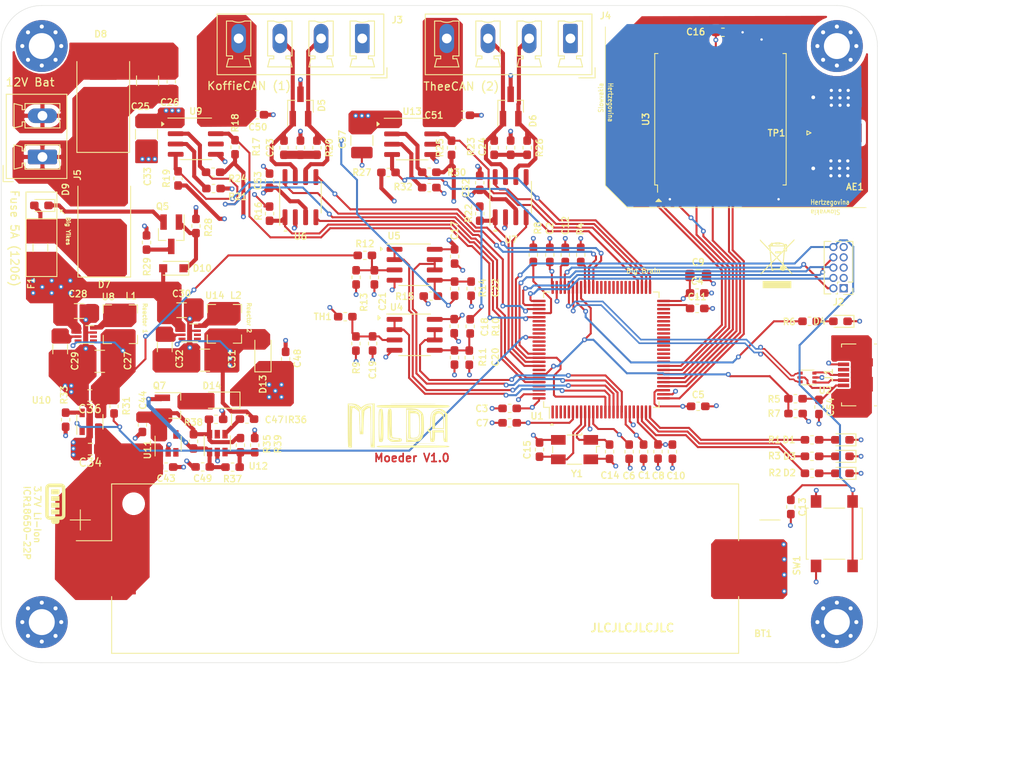
<source format=kicad_pcb>
(kicad_pcb (version 20171130) (host pcbnew 5.1.6-c6e7f7d~86~ubuntu18.04.1)
  (layers (0 F.Cu signal) (1 In1.Cu power) (2 In2.Cu power) (31 B.Cu signal) (35 F.Paste user) (37 F.SilkS user) (39 F.Mask user) (44 Edge.Cuts user))
  (net 0 "")
  (net 1 "Net-(AE1-Pad1)")
  (net 2 "Net-(BT1-Pad1)")
  (net 3 GND)
  (net 4 PRI_HI)
  (net 5 /MCU/V_CAP1)
  (net 6 /MCU/V_CAP2)
  (net 7 /MCU/RST)
  (net 8 "Net-(C14-Pad1)")
  (net 9 "Net-(C15-Pad1)")
  (net 10 "Net-(C19-Pad1)")
  (net 11 "Net-(C20-Pad1)")
  (net 12 "Net-(C21-Pad1)")
  (net 13 "Net-(C22-Pad1)")
  (net 14 "Net-(C23-Pad1)")
  (net 15 "Net-(C24-Pad1)")
  (net 16 "Net-(C25-Pad1)")
  (net 17 +3V3)
  (net 18 +12V)
  (net 19 +5V)
  (net 20 +BATT)
  (net 21 /Power/MOS_G)
  (net 22 "Net-(D1-Pad2)")
  (net 23 "Net-(D2-Pad2)")
  (net 24 "Net-(D3-Pad2)")
  (net 25 "Net-(D4-Pad2)")
  (net 26 "Net-(D7-Pad1)")
  (net 27 "Net-(D9-Pad1)")
  (net 28 "Net-(D10-Pad1)")
  (net 29 "Net-(D14-Pad2)")
  (net 30 "Net-(J1-Pad6)")
  (net 31 /MCU/J_TMS)
  (net 32 /MCU/J_TCK)
  (net 33 /MCU/J_TDO)
  (net 34 /MCU/J_TDI)
  (net 35 "Net-(Q5-Pad3)")
  (net 36 /MCU/BLED)
  (net 37 /MCU/OLED)
  (net 38 /MCU/RLED)
  (net 39 "Net-(R4-Pad1)")
  (net 40 /MCU/USB_FT)
  (net 41 /MCU/USB_LED)
  (net 42 "Net-(R8-Pad1)")
  (net 43 CAN1_TX)
  (net 44 CAN2_TX)
  (net 45 BAT_CHG)
  (net 46 "Net-(R33-Pad1)")
  (net 47 "Net-(R35-Pad1)")
  (net 48 "Net-(R36-Pad1)")
  (net 49 M_12V)
  (net 50 M_5V0)
  (net 51 M_3V3)
  (net 52 M_TMP)
  (net 53 RFM_NSS)
  (net 54 RFM_SCK)
  (net 55 RFM_MISO)
  (net 56 RFM_MOSI)
  (net 57 CAN1_STB)
  (net 58 CAN2_STB)
  (net 59 RFM_DIO0)
  (net 60 RFM_DIO1)
  (net 61 RFM_RST)
  (net 62 CAN2_RX)
  (net 63 CAN1_RX)
  (net 64 "Net-(C54-Pad1)")
  (net 65 /MCU/USB_N)
  (net 66 /MCU/USB_P)
  (net 67 /MCU/D+)
  (net 68 /MCU/D-)
  (net 69 /CAN/CAN1_N)
  (net 70 /CAN/CAN1_P)
  (net 71 /CAN/CAN2_P)
  (net 72 /CAN/CAN2_N)
  (net 73 VBUS_CAN1)
  (net 74 VBUS_CAN2)
  (net 75 CAN1_FLGB)
  (net 76 CAN1_DIS)
  (net 77 CAN1_PGD)
  (net 78 "Net-(R24-Pad1)")
  (net 79 CAN2_FLGB)
  (net 80 CAN2_DIS)
  (net 81 CAN2_PGD)
  (net 82 "Net-(R32-Pad1)")
  (net 83 "Net-(C29-Pad1)")
  (net 84 "Net-(C32-Pad1)")
  (net 85 "Net-(L1-Pad1)")
  (net 86 "Net-(L2-Pad1)")
  (module Symbol:WEEE-Logo_4.2x6mm_SilkScreen (layer F.Cu) (at 127.635 47.8155)
    (fp_text reference TP3 hide)
    (fp_text value TestPoint hide)
  )
  (module MILDA:Milda_neon_fsilk (layer F.Cu) (at 81.153 67.691)
    (fp_text reference TP5 hide)
    (fp_text value TestPoint hide)
  )
  (module MILDA:Milda_bat (layer F.Cu) (at 38.6715 77.4065 270)
    (fp_text reference TP4 hide)
    (fp_text value TestPoint hide)
  )
  (module MountingHole:MountingHole_3.2mm_M3_Pad_Via (layer F.Cu) (at 135 92)
    (fp_text reference H4)
    (fp_text value MountingHole)
    (pad 1 thru_hole circle (at 1.697056 -1.697056) (size 0.8 0.8) (drill 0.5) (layers *.Cu *.Mask))
    (pad 1 thru_hole circle (at 0 -2.4) (size 0.8 0.8) (drill 0.5) (layers *.Cu *.Mask))
    (pad 1 thru_hole circle (at -1.697056 -1.697056) (size 0.8 0.8) (drill 0.5) (layers *.Cu *.Mask))
    (pad 1 thru_hole circle (at -2.4 0) (size 0.8 0.8) (drill 0.5) (layers *.Cu *.Mask))
    (pad 1 thru_hole circle (at -1.697056 1.697056) (size 0.8 0.8) (drill 0.5) (layers *.Cu *.Mask))
    (pad 1 thru_hole circle (at 0 2.4) (size 0.8 0.8) (drill 0.5) (layers *.Cu *.Mask))
    (pad 1 thru_hole circle (at 1.697056 1.697056) (size 0.8 0.8) (drill 0.5) (layers *.Cu *.Mask))
    (pad 1 thru_hole circle (at 2.4 0) (size 0.8 0.8) (drill 0.5) (layers *.Cu *.Mask))
    (pad 1 thru_hole circle (at 0 0) (size 6.4 6.4) (drill 3.2) (layers *.Cu *.Mask))
  )
  (module MountingHole:MountingHole_3.2mm_M3_Pad_Via (layer F.Cu) (at 135 21)
    (fp_text reference H3)
    (fp_text value MountingHole)
    (pad 1 thru_hole circle (at 1.697056 -1.697056) (size 0.8 0.8) (drill 0.5) (layers *.Cu *.Mask))
    (pad 1 thru_hole circle (at 0 -2.4) (size 0.8 0.8) (drill 0.5) (layers *.Cu *.Mask))
    (pad 1 thru_hole circle (at -1.697056 -1.697056) (size 0.8 0.8) (drill 0.5) (layers *.Cu *.Mask))
    (pad 1 thru_hole circle (at -2.4 0) (size 0.8 0.8) (drill 0.5) (layers *.Cu *.Mask))
    (pad 1 thru_hole circle (at -1.697056 1.697056) (size 0.8 0.8) (drill 0.5) (layers *.Cu *.Mask))
    (pad 1 thru_hole circle (at 0 2.4) (size 0.8 0.8) (drill 0.5) (layers *.Cu *.Mask))
    (pad 1 thru_hole circle (at 1.697056 1.697056) (size 0.8 0.8) (drill 0.5) (layers *.Cu *.Mask))
    (pad 1 thru_hole circle (at 2.4 0) (size 0.8 0.8) (drill 0.5) (layers *.Cu *.Mask))
    (pad 1 thru_hole circle (at 0 0) (size 6.4 6.4) (drill 3.2) (layers *.Cu *.Mask))
  )
  (module MountingHole:MountingHole_3.2mm_M3_Pad_Via (layer F.Cu) (at 37 92)
    (fp_text reference H2)
    (fp_text value MountingHole)
    (pad 1 thru_hole circle (at 1.697056 -1.697056) (size 0.8 0.8) (drill 0.5) (layers *.Cu *.Mask))
    (pad 1 thru_hole circle (at 0 -2.4) (size 0.8 0.8) (drill 0.5) (layers *.Cu *.Mask))
    (pad 1 thru_hole circle (at -1.697056 -1.697056) (size 0.8 0.8) (drill 0.5) (layers *.Cu *.Mask))
    (pad 1 thru_hole circle (at -2.4 0) (size 0.8 0.8) (drill 0.5) (layers *.Cu *.Mask))
    (pad 1 thru_hole circle (at -1.697056 1.697056) (size 0.8 0.8) (drill 0.5) (layers *.Cu *.Mask))
    (pad 1 thru_hole circle (at 0 2.4) (size 0.8 0.8) (drill 0.5) (layers *.Cu *.Mask))
    (pad 1 thru_hole circle (at 1.697056 1.697056) (size 0.8 0.8) (drill 0.5) (layers *.Cu *.Mask))
    (pad 1 thru_hole circle (at 2.4 0) (size 0.8 0.8) (drill 0.5) (layers *.Cu *.Mask))
    (pad 1 thru_hole circle (at 0 0) (size 6.4 6.4) (drill 3.2) (layers *.Cu *.Mask))
  )
  (module MountingHole:MountingHole_3.2mm_M3_Pad_Via (layer F.Cu) (at 37 21)
    (fp_text reference H1)
    (fp_text value MountingHole)
    (pad 1 thru_hole circle (at 1.697056 -1.697056) (size 0.8 0.8) (drill 0.5) (layers *.Cu *.Mask))
    (pad 1 thru_hole circle (at 0 -2.4) (size 0.8 0.8) (drill 0.5) (layers *.Cu *.Mask))
    (pad 1 thru_hole circle (at -1.697056 -1.697056) (size 0.8 0.8) (drill 0.5) (layers *.Cu *.Mask))
    (pad 1 thru_hole circle (at -2.4 0) (size 0.8 0.8) (drill 0.5) (layers *.Cu *.Mask))
    (pad 1 thru_hole circle (at -1.697056 1.697056) (size 0.8 0.8) (drill 0.5) (layers *.Cu *.Mask))
    (pad 1 thru_hole circle (at 0 2.4) (size 0.8 0.8) (drill 0.5) (layers *.Cu *.Mask))
    (pad 1 thru_hole circle (at 1.697056 1.697056) (size 0.8 0.8) (drill 0.5) (layers *.Cu *.Mask))
    (pad 1 thru_hole circle (at 2.4 0) (size 0.8 0.8) (drill 0.5) (layers *.Cu *.Mask))
    (pad 1 thru_hole circle (at 0 0) (size 6.4 6.4) (drill 3.2) (layers *.Cu *.Mask))
  )
  (module Connector_USB:USB_Micro-B_Molex_47346-0001 (layer F.Cu) (at 137.287 61.5315 90)
    (fp_text reference J1 (at 0 -3.3 270) (layer F.SilkS))
    (fp_text value USB_B_Micro)
    (pad 6 smd rect (at 1.55 1.2 90) (size 1 1.9) (layers F.Cu F.Paste F.Mask) (net 30 "Net-(J1-Pad6)"))
    (pad 6 smd rect (at -1.15 1.2 90) (size 1.8 1.9) (layers F.Cu F.Paste F.Mask) (net 30 "Net-(J1-Pad6)"))
    (pad 6 smd rect (at 3.375 1.2 90) (size 1.65 1.3) (layers F.Cu F.Paste F.Mask) (net 30 "Net-(J1-Pad6)"))
    (pad 6 smd rect (at -3.375 1.2 90) (size 1.65 1.3) (layers F.Cu F.Paste F.Mask) (net 30 "Net-(J1-Pad6)"))
    (pad 6 smd rect (at 2.4875 -1.375 90) (size 1.425 1.55) (layers F.Cu F.Paste F.Mask) (net 30 "Net-(J1-Pad6)"))
    (pad 6 smd rect (at -2.4875 -1.375 90) (size 1.425 1.55) (layers F.Cu F.Paste F.Mask) (net 30 "Net-(J1-Pad6)"))
    (pad 5 smd rect (at 1.3 -1.46 90) (size 0.45 1.38) (layers F.Cu F.Paste F.Mask) (net 3 GND))
    (pad 4 smd rect (at 0.65 -1.46 90) (size 0.45 1.38) (layers F.Cu F.Paste F.Mask))
    (pad 3 smd rect (at 0 -1.46 90) (size 0.45 1.38) (layers F.Cu F.Paste F.Mask) (net 67 /MCU/D+))
    (pad 2 smd rect (at -0.65 -1.46 90) (size 0.45 1.38) (layers F.Cu F.Paste F.Mask) (net 68 /MCU/D-))
    (pad 1 smd rect (at -1.3 -1.46 90) (size 0.45 1.38) (layers F.Cu F.Paste F.Mask) (net 64 "Net-(C54-Pad1)"))
  )
  (module Capacitor_SMD:C_0805_2012Metric_Pad1.15x1.40mm_HandSolder (layer F.Cu) (at 42.926 64.0715 180)
    (fp_text reference C36 (at 0 -1.65) (layer F.SilkS))
    (fp_text value 4.7u)
    (pad 2 smd roundrect (at 1.025 0 180) (size 1.15 1.4) (layers F.Cu F.Paste F.Mask) (roundrect_rratio 0.217391) (net 3 GND))
    (pad 1 smd roundrect (at -1.025 0 180) (size 1.15 1.4) (layers F.Cu F.Paste F.Mask) (roundrect_rratio 0.217391) (net 19 +5V))
  )
  (module Capacitor_SMD:C_0805_2012Metric_Pad1.15x1.40mm_HandSolder (layer F.Cu) (at 42.9895 70.6755 180)
    (fp_text reference C34 (at 0 -1.65) (layer F.SilkS))
    (fp_text value 4.7u)
    (pad 2 smd roundrect (at 1.025 0 180) (size 1.15 1.4) (layers F.Cu F.Paste F.Mask) (roundrect_rratio 0.217391) (net 3 GND))
    (pad 1 smd roundrect (at -1.025 0 180) (size 1.15 1.4) (layers F.Cu F.Paste F.Mask) (roundrect_rratio 0.217391) (net 2 "Net-(BT1-Pad1)"))
  )
  (module Resistor_SMD:R_0603_1608Metric_Pad1.05x0.95mm_HandSolder (layer F.Cu) (at 53.7972 37.3126 90)
    (fp_text reference R19 (at 0 -1.43 90) (layer F.SilkS) (effects (font (size 0.8 0.8))))
    (fp_text value 100k)
    (pad 1 smd roundrect (at -0.875 0 90) (size 1.05 0.95) (layers F.Cu F.Paste F.Mask) (net 4 PRI_HI))
    (pad 2 smd roundrect (at 0.875 0 90) (size 1.05 0.95) (layers F.Cu F.Paste F.Mask) (net 76 CAN1_DIS))
  )
  (module Package_TO_SOT_SMD:SOT-23_Handsoldering (layer F.Cu) (at 52.959 44.196 270)
    (fp_text reference Q5 (at -3.429 1.0795) (layer F.SilkS) (effects (font (size 0.8 0.8))))
    (fp_text value BC807)
    (pad 3 smd rect (at 1.5 0 270) (size 1.9 0.8) (layers F.Cu F.Paste F.Mask) (net 35 "Net-(Q5-Pad3)"))
    (pad 2 smd rect (at -1.5 0.95 270) (size 1.9 0.8) (layers F.Cu F.Paste F.Mask) (net 27 "Net-(D9-Pad1)"))
    (pad 1 smd rect (at -1.5 -0.95 270) (size 1.9 0.8) (layers F.Cu F.Paste F.Mask) (net 28 "Net-(D10-Pad1)"))
  )
  (module Resistor_SMD:R_0603_1608Metric_Pad1.05x0.95mm_HandSolder (layer F.Cu) (at 56.007 43.18 270)
    (fp_text reference R28 (at 0.17272 -1.53416 90) (layer F.SilkS) (effects (font (size 0.8 0.8))))
    (fp_text value 10k)
    (pad 2 smd roundrect (at 0.875 0 270) (size 1.05 0.95) (layers F.Cu F.Paste F.Mask) (net 28 "Net-(D10-Pad1)"))
    (pad 1 smd roundrect (at -0.875 0 270) (size 1.05 0.95) (layers F.Cu F.Paste F.Mask) (net 3 GND))
  )
  (module Resistor_SMD:R_0603_1608Metric_Pad1.05x0.95mm_HandSolder (layer F.Cu) (at 49.911 45.212 90)
    (fp_text reference R29 (at -2.9845 0.0635 90) (layer F.SilkS) (effects (font (size 0.8 0.8))))
    (fp_text value 1k)
    (pad 2 smd roundrect (at 0.875 0 90) (size 1.05 0.95) (layers F.Cu F.Paste F.Mask) (net 3 GND))
    (pad 1 smd roundrect (at -0.875 0 90) (size 1.05 0.95) (layers F.Cu F.Paste F.Mask) (net 35 "Net-(Q5-Pad3)"))
  )
  (module Diode_SMD:D_SOD-323_HandSoldering (layer F.Cu) (at 53.213 48.387 180)
    (fp_text reference D10 (at -3.556 0) (layer F.SilkS) (effects (font (size 0.8 0.8))))
    (fp_text value D)
    (pad 2 smd rect (at 1.25 0 180) (size 1 1) (layers F.Cu F.Paste F.Mask) (net 18 +12V))
    (pad 1 smd rect (at -1.25 0 180) (size 1 1) (layers F.Cu F.Paste F.Mask) (net 28 "Net-(D10-Pad1)"))
  )
  (module Fuse:Fuse_1206_3216Metric_Castellated (layer F.Cu) (at 36.83 45.847 90)
    (fp_text reference F1 (at -4.3815 -1.143 270) (layer F.SilkS) (effects (font (size 0.8 0.8))))
    (fp_text value 5A)
    (pad 1 smd roundrect (at -1.425 0 90) (size 1.6 1.65) (layers F.Cu F.Paste F.Mask) (roundrect_rratio 0.15625) (net 18 +12V))
    (pad 2 smd roundrect (at 1.425 0 90) (size 1.6 1.65) (layers F.Cu F.Paste F.Mask) (roundrect_rratio 0.15625) (net 26 "Net-(D7-Pad1)"))
  )
  (module Resistor_SMD:R_0603_1608Metric_Pad1.05x0.95mm_HandSolder (layer F.Cu) (at 87.884 50.9016 90)
    (fp_text reference R14 (at 0.1016 3.4544 270) (layer F.SilkS) (effects (font (size 0.8 0.8))))
    (fp_text value 10k)
    (pad 1 smd roundrect (at -0.875 0 90) (size 1.05 0.95) (layers F.Cu F.Paste F.Mask) (net 18 +12V))
    (pad 2 smd roundrect (at 0.875 0 90) (size 1.05 0.95) (layers F.Cu F.Paste F.Mask) (net 13 "Net-(C22-Pad1)"))
  )
  (module Resistor_SMD:R_0603_1608Metric_Pad1.05x0.95mm_HandSolder (layer F.Cu) (at 75.7428 49.50968 270)
    (fp_text reference R13 (at 3.06832 -0.9652 90) (layer F.SilkS) (effects (font (size 0.8 0.8))))
    (fp_text value 3k3)
    (pad 2 smd roundrect (at 0.875 0 270) (size 1.05 0.95) (layers F.Cu F.Paste F.Mask) (net 3 GND))
    (pad 1 smd roundrect (at -0.875 0 270) (size 1.05 0.95) (layers F.Cu F.Paste F.Mask) (net 12 "Net-(C21-Pad1)"))
  )
  (module Package_DFN_QFN:DFN-8_2x2mm_P0.5mm (layer F.Cu) (at 55.23484 56.33974)
    (fp_text reference U14 (at 3.09626 -4.59994) (layer F.SilkS) (effects (font (size 0.8 0.8))))
    (fp_text value MAX15062A)
    (pad 1 smd rect (at -0.95 -0.75) (size 0.85 0.3) (layers F.Cu F.Paste F.Mask) (net 18 +12V))
    (pad 2 smd rect (at -0.95 -0.25) (size 0.85 0.3) (layers F.Cu F.Paste F.Mask) (net 18 +12V))
    (pad 3 smd rect (at -0.95 0.25) (size 0.85 0.3) (layers F.Cu F.Paste F.Mask) (net 84 "Net-(C32-Pad1)"))
    (pad 4 smd rect (at -0.95 0.75) (size 0.85 0.3) (layers F.Cu F.Paste F.Mask) (net 17 +3V3))
    (pad 5 smd rect (at 0.95 0.75) (size 0.85 0.3) (layers F.Cu F.Paste F.Mask))
    (pad 6 smd rect (at 0.95 0.25) (size 0.85 0.3) (layers F.Cu F.Paste F.Mask))
    (pad 7 smd rect (at 0.95 -0.25) (size 0.85 0.3) (layers F.Cu F.Paste F.Mask) (net 3 GND))
    (pad 8 smd rect (at 0.95 -0.75) (size 0.85 0.3) (layers F.Cu F.Paste F.Mask) (net 86 "Net-(L2-Pad1)"))
  )
  (module Package_DFN_QFN:DFN-8_2x2mm_P0.5mm (layer F.Cu) (at 42.42054 56.55564)
    (fp_text reference U8 (at 2.77876 -4.65074) (layer F.SilkS) (effects (font (size 0.8 0.8))))
    (fp_text value MAX15062B)
    (pad 1 smd rect (at -0.95 -0.75) (size 0.85 0.3) (layers F.Cu F.Paste F.Mask) (net 18 +12V))
    (pad 2 smd rect (at -0.95 -0.25) (size 0.85 0.3) (layers F.Cu F.Paste F.Mask) (net 18 +12V))
    (pad 3 smd rect (at -0.95 0.25) (size 0.85 0.3) (layers F.Cu F.Paste F.Mask) (net 83 "Net-(C29-Pad1)"))
    (pad 4 smd rect (at -0.95 0.75) (size 0.85 0.3) (layers F.Cu F.Paste F.Mask) (net 19 +5V))
    (pad 5 smd rect (at 0.95 0.75) (size 0.85 0.3) (layers F.Cu F.Paste F.Mask))
    (pad 6 smd rect (at 0.95 0.25) (size 0.85 0.3) (layers F.Cu F.Paste F.Mask))
    (pad 7 smd rect (at 0.95 -0.25) (size 0.85 0.3) (layers F.Cu F.Paste F.Mask) (net 3 GND))
    (pad 8 smd rect (at 0.95 -0.75) (size 0.85 0.3) (layers F.Cu F.Paste F.Mask) (net 85 "Net-(L1-Pad1)"))
  )
  (module Inductor_SMD:L_Bourns-SRN4018 (layer F.Cu) (at 59.51474 55.23484 270)
    (fp_text reference L2 (at -3.50774 -1.40716 180) (layer F.SilkS) (effects (font (size 0.8 0.8))))
    (fp_text value 33uH)
    (pad 1 smd rect (at -1.525 0 270) (size 1.5 3.6) (layers F.Cu F.Paste F.Mask) (net 86 "Net-(L2-Pad1)"))
    (pad 2 smd rect (at 1.525 0 270) (size 1.5 3.6) (layers F.Cu F.Paste F.Mask) (net 17 +3V3))
  )
  (module Inductor_SMD:L_Bourns-SRN4018 (layer F.Cu) (at 46.68774 55.28564 270)
    (fp_text reference L1 (at -3.48234 -1.33096 180) (layer F.SilkS) (effects (font (size 0.8 0.8))))
    (fp_text value 47uH)
    (pad 1 smd rect (at -1.525 0 270) (size 1.5 3.6) (layers F.Cu F.Paste F.Mask) (net 85 "Net-(L1-Pad1)"))
    (pad 2 smd rect (at 1.525 0 270) (size 1.5 3.6) (layers F.Cu F.Paste F.Mask) (net 19 +5V))
  )
  (module Capacitor_SMD:C_1206_3216Metric_Pad1.42x1.75mm_HandSolder (layer F.Cu) (at 52.16144 58.07964 270)
    (fp_text reference C32 (at 1.48336 -1.81356 270) (layer F.SilkS) (effects (font (size 0.8 0.8))))
    (fp_text value "1u 100V")
    (pad 1 smd roundrect (at -1.4875 0 270) (size 1.425 1.75) (layers F.Cu F.Paste F.Mask) (roundrect_rratio 0.175439) (net 84 "Net-(C32-Pad1)"))
    (pad 2 smd roundrect (at 1.4875 0 270) (size 1.425 1.75) (layers F.Cu F.Paste F.Mask) (roundrect_rratio 0.175439) (net 3 GND))
  )
  (module Capacitor_SMD:C_1210_3225Metric_Pad1.42x2.65mm_HandSolder (layer F.Cu) (at 57.08904 59.71794 180)
    (fp_text reference C31 (at -3.36296 0.15494 90) (layer F.SilkS) (effects (font (size 0.8 0.8))))
    (fp_text value "10u 50V")
    (pad 1 smd roundrect (at -1.4875 0 180) (size 1.425 2.65) (layers F.Cu F.Paste F.Mask) (roundrect_rratio 0.175439) (net 17 +3V3))
    (pad 2 smd roundrect (at 1.4875 0 180) (size 1.425 2.65) (layers F.Cu F.Paste F.Mask) (roundrect_rratio 0.175439) (net 3 GND))
  )
  (module Capacitor_SMD:C_1206_3216Metric_Pad1.42x1.75mm_HandSolder (layer F.Cu) (at 54.23154 53.55844)
    (fp_text reference C30 (at 0 -2.03454) (layer F.SilkS) (effects (font (size 0.8 0.8))))
    (fp_text value "1u 100V")
    (pad 1 smd roundrect (at -1.4875 0) (size 1.425 1.75) (layers F.Cu F.Paste F.Mask) (roundrect_rratio 0.175439) (net 18 +12V))
    (pad 2 smd roundrect (at 1.4875 0) (size 1.425 1.75) (layers F.Cu F.Paste F.Mask) (roundrect_rratio 0.175439) (net 3 GND))
  )
  (module Capacitor_SMD:C_1206_3216Metric_Pad1.42x1.75mm_HandSolder (layer F.Cu) (at 39.27094 58.33364 270)
    (fp_text reference C29 (at 1.48336 -1.81356 270) (layer F.SilkS) (effects (font (size 0.8 0.8))))
    (fp_text value "1u 100V")
    (pad 1 smd roundrect (at -1.4875 0 270) (size 1.425 1.75) (layers F.Cu F.Paste F.Mask) (roundrect_rratio 0.175439) (net 83 "Net-(C29-Pad1)"))
    (pad 2 smd roundrect (at 1.4875 0 270) (size 1.425 1.75) (layers F.Cu F.Paste F.Mask) (roundrect_rratio 0.175439) (net 3 GND))
  )
  (module Capacitor_SMD:C_1206_3216Metric_Pad1.42x1.75mm_HandSolder (layer F.Cu) (at 41.60774 53.66004)
    (fp_text reference C28 (at -0.15494 -2.11074) (layer F.SilkS) (effects (font (size 0.8 0.8))))
    (fp_text value "1u 100V")
    (pad 1 smd roundrect (at -1.4875 0) (size 1.425 1.75) (layers F.Cu F.Paste F.Mask) (roundrect_rratio 0.175439) (net 18 +12V))
    (pad 2 smd roundrect (at 1.4875 0) (size 1.425 1.75) (layers F.Cu F.Paste F.Mask) (roundrect_rratio 0.175439) (net 3 GND))
  )
  (module Capacitor_SMD:C_1210_3225Metric_Pad1.42x2.65mm_HandSolder (layer F.Cu) (at 44.14774 59.85764 180)
    (fp_text reference C27 (at -3.45186 0.07874 90) (layer F.SilkS) (effects (font (size 0.8 0.8))))
    (fp_text value "10u 50V")
    (pad 1 smd roundrect (at -1.4875 0 180) (size 1.425 2.65) (layers F.Cu F.Paste F.Mask) (roundrect_rratio 0.175439) (net 19 +5V))
    (pad 2 smd roundrect (at 1.4875 0 180) (size 1.425 2.65) (layers F.Cu F.Paste F.Mask) (roundrect_rratio 0.175439) (net 3 GND))
  )
  (module Package_SO:SOIC-8_3.9x4.9mm_P1.27mm (layer F.Cu) (at 82.6516 32.4612)
    (fp_text reference U13 (at 0 -3.4) (layer F.SilkS) (effects (font (size 0.8 0.8))))
    (fp_text value FPF2700MXTR)
    (pad 1 smd roundrect (at -2.475 -1.905) (size 1.95 0.6) (layers F.Cu F.Paste F.Mask) (net 18 +12V))
    (pad 2 smd roundrect (at -2.475 -0.635) (size 1.95 0.6) (layers F.Cu F.Paste F.Mask) (net 81 CAN2_PGD))
    (pad 3 smd roundrect (at -2.475 0.635) (size 1.95 0.6) (layers F.Cu F.Paste F.Mask) (net 82 "Net-(R32-Pad1)"))
    (pad 4 smd roundrect (at -2.475 1.905) (size 1.95 0.6) (layers F.Cu F.Paste F.Mask) (net 80 CAN2_DIS))
    (pad 5 smd roundrect (at 2.475 1.905) (size 1.95 0.6) (layers F.Cu F.Paste F.Mask) (net 3 GND))
    (pad 6 smd roundrect (at 2.475 0.635) (size 1.95 0.6) (layers F.Cu F.Paste F.Mask))
    (pad 7 smd roundrect (at 2.475 -0.635) (size 1.95 0.6) (layers F.Cu F.Paste F.Mask) (net 79 CAN2_FLGB))
    (pad 8 smd roundrect (at 2.475 -1.905) (size 1.95 0.6) (layers F.Cu F.Paste F.Mask) (net 74 VBUS_CAN2))
  )
  (module Package_SO:SOIC-8_3.9x4.9mm_P1.27mm (layer F.Cu) (at 55.9816 32.4358)
    (fp_text reference U9 (at 0 -3.4) (layer F.SilkS) (effects (font (size 0.8 0.8))))
    (fp_text value FPF2700MXTR)
    (pad 1 smd roundrect (at -2.475 -1.905) (size 1.95 0.6) (layers F.Cu F.Paste F.Mask) (net 18 +12V))
    (pad 2 smd roundrect (at -2.475 -0.635) (size 1.95 0.6) (layers F.Cu F.Paste F.Mask) (net 77 CAN1_PGD))
    (pad 3 smd roundrect (at -2.475 0.635) (size 1.95 0.6) (layers F.Cu F.Paste F.Mask) (net 78 "Net-(R24-Pad1)"))
    (pad 4 smd roundrect (at -2.475 1.905) (size 1.95 0.6) (layers F.Cu F.Paste F.Mask) (net 76 CAN1_DIS))
    (pad 5 smd roundrect (at 2.475 1.905) (size 1.95 0.6) (layers F.Cu F.Paste F.Mask) (net 3 GND))
    (pad 6 smd roundrect (at 2.475 0.635) (size 1.95 0.6) (layers F.Cu F.Paste F.Mask))
    (pad 7 smd roundrect (at 2.475 -0.635) (size 1.95 0.6) (layers F.Cu F.Paste F.Mask) (net 75 CAN1_FLGB))
    (pad 8 smd roundrect (at 2.475 -1.905) (size 1.95 0.6) (layers F.Cu F.Paste F.Mask) (net 73 VBUS_CAN1))
  )
  (module Resistor_SMD:R_0603_1608Metric_Pad1.05x0.95mm_HandSolder (layer F.Cu) (at 84.7598 38.4429)
    (fp_text reference R32 (at -3.2258 -0.0889) (layer F.SilkS) (effects (font (size 0.8 0.8))))
    (fp_text value 182k)
    (pad 1 smd roundrect (at -0.875 0) (size 1.05 0.95) (layers F.Cu F.Paste F.Mask) (net 82 "Net-(R32-Pad1)"))
    (pad 2 smd roundrect (at 0.875 0) (size 1.05 0.95) (layers F.Cu F.Paste F.Mask) (net 3 GND))
  )
  (module Resistor_SMD:R_0603_1608Metric_Pad1.05x0.95mm_HandSolder (layer F.Cu) (at 84.7585 36.5506 180)
    (fp_text reference R30 (at -3.3795 -0.0254) (layer F.SilkS) (effects (font (size 0.8 0.8))))
    (fp_text value 100k)
    (pad 1 smd roundrect (at -0.875 0 180) (size 1.05 0.95) (layers F.Cu F.Paste F.Mask) (net 4 PRI_HI))
    (pad 2 smd roundrect (at 0.875 0 180) (size 1.05 0.95) (layers F.Cu F.Paste F.Mask) (net 81 CAN2_PGD))
  )
  (module Resistor_SMD:R_0603_1608Metric_Pad1.05x0.95mm_HandSolder (layer F.Cu) (at 79.7306 36.576)
    (fp_text reference R27 (at -3.2766 0) (layer F.SilkS) (effects (font (size 0.8 0.8))))
    (fp_text value 100k)
    (pad 1 smd roundrect (at -0.875 0) (size 1.05 0.95) (layers F.Cu F.Paste F.Mask) (net 4 PRI_HI))
    (pad 2 smd roundrect (at 0.875 0) (size 1.05 0.95) (layers F.Cu F.Paste F.Mask) (net 80 CAN2_DIS))
  )
  (module Resistor_SMD:R_0603_1608Metric_Pad1.05x0.95mm_HandSolder (layer F.Cu) (at 87.503 33.5407 90)
    (fp_text reference R25 (at 0 -1.43 90) (layer F.SilkS) (effects (font (size 0.8 0.8))))
    (fp_text value 100k)
    (pad 1 smd roundrect (at -0.875 0 90) (size 1.05 0.95) (layers F.Cu F.Paste F.Mask) (net 4 PRI_HI))
    (pad 2 smd roundrect (at 0.875 0 90) (size 1.05 0.95) (layers F.Cu F.Paste F.Mask) (net 79 CAN2_FLGB))
  )
  (module Resistor_SMD:R_0603_1608Metric_Pad1.05x0.95mm_HandSolder (layer F.Cu) (at 58.166 38.5572)
    (fp_text reference R24 (at 2.9845 -1.2192) (layer F.SilkS) (effects (font (size 0.8 0.8))))
    (fp_text value 182k)
    (pad 1 smd roundrect (at -0.875 0) (size 1.05 0.95) (layers F.Cu F.Paste F.Mask) (net 78 "Net-(R24-Pad1)"))
    (pad 2 smd roundrect (at 0.875 0) (size 1.05 0.95) (layers F.Cu F.Paste F.Mask) (net 3 GND))
  )
  (module Resistor_SMD:R_0603_1608Metric_Pad1.05x0.95mm_HandSolder (layer F.Cu) (at 58.1152 36.5506 180)
    (fp_text reference R21 (at -3.0353 -3.0099) (layer F.SilkS) (effects (font (size 0.8 0.8))))
    (fp_text value 100k)
    (pad 1 smd roundrect (at -0.875 0 180) (size 1.05 0.95) (layers F.Cu F.Paste F.Mask) (net 4 PRI_HI))
    (pad 2 smd roundrect (at 0.875 0 180) (size 1.05 0.95) (layers F.Cu F.Paste F.Mask) (net 77 CAN1_PGD))
  )
  (module Resistor_SMD:R_0603_1608Metric_Pad1.05x0.95mm_HandSolder (layer F.Cu) (at 60.8203 33.4645 90)
    (fp_text reference R18 (at 2.9845 0.0127 90) (layer F.SilkS) (effects (font (size 0.8 0.8))))
    (fp_text value 100k)
    (pad 1 smd roundrect (at -0.875 0 90) (size 1.05 0.95) (layers F.Cu F.Paste F.Mask) (net 4 PRI_HI))
    (pad 2 smd roundrect (at 0.875 0 90) (size 1.05 0.95) (layers F.Cu F.Paste F.Mask) (net 75 CAN1_FLGB))
  )
  (module Capacitor_SMD:C_1210_3225Metric_Pad1.42x2.65mm_HandSolder (layer F.Cu) (at 76.454 32.639 270)
    (fp_text reference C37 (at -0.127 2.413 90) (layer F.SilkS) (effects (font (size 0.8 0.8))))
    (fp_text value "10u 50V")
    (pad 1 smd roundrect (at -1.4875 0 270) (size 1.425 2.65) (layers F.Cu F.Paste F.Mask) (roundrect_rratio 0.175439) (net 18 +12V))
    (pad 2 smd roundrect (at 1.4875 0 270) (size 1.425 2.65) (layers F.Cu F.Paste F.Mask) (roundrect_rratio 0.175439) (net 3 GND))
  )
  (module Capacitor_SMD:C_1210_3225Metric_Pad1.42x2.65mm_HandSolder (layer F.Cu) (at 49.911 31.877 270)
    (fp_text reference C33 (at 5.207 -0.127 90) (layer F.SilkS) (effects (font (size 0.8 0.8))))
    (fp_text value "10u 50V")
    (pad 1 smd roundrect (at -1.4875 0 270) (size 1.425 2.65) (layers F.Cu F.Paste F.Mask) (roundrect_rratio 0.175439) (net 18 +12V))
    (pad 2 smd roundrect (at 1.4875 0 270) (size 1.425 2.65) (layers F.Cu F.Paste F.Mask) (roundrect_rratio 0.175439) (net 3 GND))
  )
  (module MILDA:Curved_RF (layer F.Cu) (at 127.5588 26.7208)
    (fp_text reference TP1 (at 0 5) (layer F.SilkS) (effects (font (size 0.8 0.8))))
    (fp_text value TestPoint)
    (pad 1 smd circle (at 5 5) (size 0.293 0.293) (layers F.Cu) (net 1 "Net-(AE1-Pad1)"))
    (pad 1 smd custom (at 0 0) (size 0.293 0.293) (layers F.Cu) (net 1 "Net-(AE1-Pad1)") (options (clearance outline) (anchor circle)) (primitives (gr_arc (start 5 0) (end 0 0) (angle -90) (width 0.293))))
  )
  (module Connector_Coaxial:SMA_Molex_73251-1153_EdgeMount_Horizontal (layer F.Cu) (at 133.8072 31.6992 180)
    (fp_text reference AE1 (at -3.4163 -6.6548) (layer F.SilkS) (effects (font (size 0.8 0.8))))
    (fp_text value Antenna_Shield)
    (pad 1 smd rect (at -1.72 0 180) (size 5.08 2.29) (layers F.Cu F.Paste F.Mask) (net 1 "Net-(AE1-Pad1)"))
    (pad 2 smd rect (at -1.72 -4.38 180) (size 5.08 2.42) (layers F.Cu F.Paste F.Mask) (net 3 GND))
    (pad 2 smd rect (at -1.72 4.38 180) (size 5.08 2.42) (layers F.Cu F.Paste F.Mask) (net 3 GND))
    (pad 2 smd rect (at -1.72 -4.38 180) (size 5.08 2.42) (layers B.Cu B.Paste B.Mask) (net 3 GND))
    (pad 2 smd rect (at -1.72 4.38 180) (size 5.08 2.42) (layers B.Cu B.Paste B.Mask) (net 3 GND))
    (pad 2 thru_hole circle (at 1.72 -4.38 180) (size 0.97 0.97) (drill 0.46) (layers *.Cu) (net 3 GND))
    (pad 2 thru_hole circle (at 1.72 4.38 180) (size 0.97 0.97) (drill 0.46) (layers *.Cu) (net 3 GND))
    (pad 2 smd rect (at 1.27 -4.38 180) (size 0.95 0.46) (layers F.Cu) (net 3 GND))
    (pad 2 smd rect (at 1.27 4.38 180) (size 0.95 0.46) (layers F.Cu) (net 3 GND))
    (pad 2 smd rect (at 1.27 -4.38 180) (size 0.95 0.46) (layers B.Cu) (net 3 GND))
    (pad 2 smd rect (at 1.27 4.38 180) (size 0.95 0.46) (layers B.Cu) (net 3 GND))
  )
  (module Diode_SMD:D_SOD-123 (layer F.Cu) (at 64.262 58.9026 90)
    (fp_text reference D13 (at -3.7719 0 90) (layer F.SilkS) (effects (font (size 0.8 0.8))))
    (fp_text value D_Schottky)
    (pad 1 smd rect (at -1.65 0 90) (size 0.9 1.2) (layers F.Cu F.Paste F.Mask) (net 4 PRI_HI))
    (pad 2 smd rect (at 1.65 0 90) (size 0.9 1.2) (layers F.Cu F.Paste F.Mask) (net 17 +3V3))
  )
  (module Capacitor_SMD:C_0603_1608Metric_Pad1.05x0.95mm_HandSolder (layer F.Cu) (at 132.7912 65.4812 270)
    (fp_text reference C54 (at 0 -1.43 90) (layer F.SilkS) (effects (font (size 0.8 0.8))))
    (fp_text value 100n)
    (pad 1 smd roundrect (at -0.875 0 270) (size 1.05 0.95) (layers F.Cu F.Paste F.Mask) (net 64 "Net-(C54-Pad1)"))
    (pad 2 smd roundrect (at 0.875 0 270) (size 1.05 0.95) (layers F.Cu F.Paste F.Mask) (net 3 GND))
  )
  (module Battery:BatteryHolder_Keystone_1042_1x18650 (layer F.Cu) (at 84.2518 85.4075)
    (fp_text reference BT1 (at 41.656 8.001) (layer F.SilkS) (effects (font (size 0.8 0.8))))
    (fp_text value "Battery 3.7V")
    (pad "" np_thru_hole circle (at -35.93 -8) (size 2.39 2.39) (drill 2.39) (layers *.Cu *.Mask))
    (pad "" np_thru_hole circle (at -27.6 8) (size 3.45 3.45) (drill 3.45) (layers *.Cu *.Mask))
    (pad "" np_thru_hole circle (at 27.6 -8) (size 3.45 3.45) (drill 3.45) (layers *.Cu *.Mask))
    (pad 2 smd rect (at 39.33 0) (size 7.34 6.35) (layers F.Cu F.Paste F.Mask) (net 3 GND))
    (pad 1 smd rect (at -39.33 0) (size 7.34 6.35) (layers F.Cu F.Paste F.Mask) (net 2 "Net-(BT1-Pad1)"))
  )
  (module Capacitor_SMD:C_0603_1608Metric_Pad1.05x0.95mm_HandSolder (layer F.Cu) (at 111.1758 70.993 270)
    (fp_text reference C1 (at 2.921 -0.0762 180) (layer F.SilkS) (effects (font (size 0.8 0.8))))
    (fp_text value 100n)
    (pad 1 smd roundrect (at -0.875 0 270) (size 1.05 0.95) (layers F.Cu F.Paste F.Mask) (net 4 PRI_HI))
    (pad 2 smd roundrect (at 0.875 0 270) (size 1.05 0.95) (layers F.Cu F.Paste F.Mask) (net 3 GND))
  )
  (module Capacitor_SMD:C_0603_1608Metric_Pad1.05x0.95mm_HandSolder (layer F.Cu) (at 99.6188 46.736 90)
    (fp_text reference C2 (at 3.2512 0 90) (layer F.SilkS) (effects (font (size 0.8 0.8))))
    (fp_text value 100n)
    (pad 2 smd roundrect (at 0.875 0 90) (size 1.05 0.95) (layers F.Cu F.Paste F.Mask) (net 3 GND))
    (pad 1 smd roundrect (at -0.875 0 90) (size 1.05 0.95) (layers F.Cu F.Paste F.Mask) (net 4 PRI_HI))
  )
  (module Capacitor_SMD:C_0603_1608Metric_Pad1.05x0.95mm_HandSolder (layer F.Cu) (at 94.6658 65.659 180)
    (fp_text reference C3 (at 3.429 -0.0254) (layer F.SilkS) (effects (font (size 0.8 0.8))))
    (fp_text value 100n)
    (pad 1 smd roundrect (at -0.875 0 180) (size 1.05 0.95) (layers F.Cu F.Paste F.Mask) (net 4 PRI_HI))
    (pad 2 smd roundrect (at 0.875 0 180) (size 1.05 0.95) (layers F.Cu F.Paste F.Mask) (net 3 GND))
  )
  (module Capacitor_SMD:C_0603_1608Metric_Pad1.05x0.95mm_HandSolder (layer F.Cu) (at 117.7798 51.435)
    (fp_text reference C4 (at 0 -1.43) (layer F.SilkS) (effects (font (size 0.8 0.8))))
    (fp_text value 100n)
    (pad 2 smd roundrect (at 0.875 0) (size 1.05 0.95) (layers F.Cu F.Paste F.Mask) (net 3 GND))
    (pad 1 smd roundrect (at -0.875 0) (size 1.05 0.95) (layers F.Cu F.Paste F.Mask) (net 4 PRI_HI))
  )
  (module Capacitor_SMD:C_0603_1608Metric_Pad1.05x0.95mm_HandSolder (layer F.Cu) (at 117.9068 65.405)
    (fp_text reference C5 (at 0 -1.43) (layer F.SilkS) (effects (font (size 0.8 0.8))))
    (fp_text value 100n)
    (pad 1 smd roundrect (at -0.875 0) (size 1.05 0.95) (layers F.Cu F.Paste F.Mask) (net 4 PRI_HI))
    (pad 2 smd roundrect (at 0.875 0) (size 1.05 0.95) (layers F.Cu F.Paste F.Mask) (net 3 GND))
  )
  (module Capacitor_SMD:C_0603_1608Metric_Pad1.05x0.95mm_HandSolder (layer F.Cu) (at 109.3978 70.993 270)
    (fp_text reference C6 (at 2.9718 0.0254 180) (layer F.SilkS) (effects (font (size 0.8 0.8))))
    (fp_text value 100n)
    (pad 2 smd roundrect (at 0.875 0 270) (size 1.05 0.95) (layers F.Cu F.Paste F.Mask) (net 3 GND))
    (pad 1 smd roundrect (at -0.875 0 270) (size 1.05 0.95) (layers F.Cu F.Paste F.Mask) (net 4 PRI_HI))
  )
  (module Capacitor_SMD:C_0603_1608Metric_Pad1.05x0.95mm_HandSolder (layer F.Cu) (at 94.6658 67.437 180)
    (fp_text reference C7 (at 3.3782 -0.0254) (layer F.SilkS) (effects (font (size 0.8 0.8))))
    (fp_text value 100n)
    (pad 1 smd roundrect (at -0.875 0 180) (size 1.05 0.95) (layers F.Cu F.Paste F.Mask) (net 4 PRI_HI))
    (pad 2 smd roundrect (at 0.875 0 180) (size 1.05 0.95) (layers F.Cu F.Paste F.Mask) (net 3 GND))
  )
  (module Capacitor_SMD:C_0603_1608Metric_Pad1.05x0.95mm_HandSolder (layer F.Cu) (at 112.9538 70.979 270)
    (fp_text reference C8 (at 2.9858 -0.0254 180) (layer F.SilkS) (effects (font (size 0.8 0.8))))
    (fp_text value 100n)
    (pad 2 smd roundrect (at 0.875 0 270) (size 1.05 0.95) (layers F.Cu F.Paste F.Mask) (net 3 GND))
    (pad 1 smd roundrect (at -0.875 0 270) (size 1.05 0.95) (layers F.Cu F.Paste F.Mask) (net 4 PRI_HI))
  )
  (module Capacitor_SMD:C_0805_2012Metric_Pad1.15x1.40mm_HandSolder (layer F.Cu) (at 117.9068 49.276)
    (fp_text reference C9 (at 0 -1.65) (layer F.SilkS) (effects (font (size 0.8 0.8))))
    (fp_text value 4u7)
    (pad 2 smd roundrect (at 1.025 0) (size 1.15 1.4) (layers F.Cu F.Paste F.Mask) (roundrect_rratio 0.217391) (net 3 GND))
    (pad 1 smd roundrect (at -1.025 0) (size 1.15 1.4) (layers F.Cu F.Paste F.Mask) (roundrect_rratio 0.217391) (net 4 PRI_HI))
  )
  (module Capacitor_SMD:C_0603_1608Metric_Pad1.05x0.95mm_HandSolder (layer F.Cu) (at 114.7318 70.993 270)
    (fp_text reference C10 (at 2.9718 -0.4318 180) (layer F.SilkS) (effects (font (size 0.8 0.8))))
    (fp_text value 1u)
    (pad 2 smd roundrect (at 0.875 0 270) (size 1.05 0.95) (layers F.Cu F.Paste F.Mask) (net 3 GND))
    (pad 1 smd roundrect (at -0.875 0 270) (size 1.05 0.95) (layers F.Cu F.Paste F.Mask) (net 4 PRI_HI))
  )
  (module Capacitor_SMD:C_0603_1608Metric_Pad1.05x0.95mm_HandSolder (layer F.Cu) (at 117.7798 53.34)
    (fp_text reference C11 (at 0 -1.43) (layer F.SilkS) (effects (font (size 0.8 0.8))))
    (fp_text value 2u2)
    (pad 2 smd roundrect (at 0.875 0) (size 1.05 0.95) (layers F.Cu F.Paste F.Mask) (net 3 GND))
    (pad 1 smd roundrect (at -0.875 0) (size 1.05 0.95) (layers F.Cu F.Paste F.Mask) (net 5 /MCU/V_CAP1))
  )
  (module Capacitor_SMD:C_0603_1608Metric_Pad1.05x0.95mm_HandSolder (layer F.Cu) (at 101.5238 46.736 90)
    (fp_text reference C12 (at 3.6068 0.0254 90) (layer F.SilkS) (effects (font (size 0.8 0.8))))
    (fp_text value 2u2)
    (pad 1 smd roundrect (at -0.875 0 90) (size 1.05 0.95) (layers F.Cu F.Paste F.Mask) (net 6 /MCU/V_CAP2))
    (pad 2 smd roundrect (at 0.875 0 90) (size 1.05 0.95) (layers F.Cu F.Paste F.Mask) (net 3 GND))
  )
  (module Capacitor_SMD:C_0603_1608Metric_Pad1.05x0.95mm_HandSolder (layer F.Cu) (at 129.3241 77.8116 270)
    (fp_text reference C13 (at 0 -1.43 90) (layer F.SilkS) (effects (font (size 0.8 0.8))))
    (fp_text value 100n)
    (pad 1 smd roundrect (at -0.875 0 270) (size 1.05 0.95) (layers F.Cu F.Paste F.Mask) (net 7 /MCU/RST))
    (pad 2 smd roundrect (at 0.875 0 270) (size 1.05 0.95) (layers F.Cu F.Paste F.Mask) (net 3 GND))
  )
  (module Capacitor_SMD:C_0603_1608Metric_Pad1.05x0.95mm_HandSolder (layer F.Cu) (at 106.9848 70.993 270)
    (fp_text reference C14 (at 2.921 -0.0508 180) (layer F.SilkS) (effects (font (size 0.8 0.8))))
    (fp_text value 24p)
    (pad 2 smd roundrect (at 0.875 0 270) (size 1.05 0.95) (layers F.Cu F.Paste F.Mask) (net 3 GND))
    (pad 1 smd roundrect (at -0.875 0 270) (size 1.05 0.95) (layers F.Cu F.Paste F.Mask) (net 8 "Net-(C14-Pad1)"))
  )
  (module Capacitor_SMD:C_0603_1608Metric_Pad1.05x0.95mm_HandSolder (layer F.Cu) (at 98.3488 70.739 90)
    (fp_text reference C15 (at -0.0254 -1.524 90) (layer F.SilkS) (effects (font (size 0.8 0.8))))
    (fp_text value 24p)
    (pad 1 smd roundrect (at -0.875 0 90) (size 1.05 0.95) (layers F.Cu F.Paste F.Mask) (net 9 "Net-(C15-Pad1)"))
    (pad 2 smd roundrect (at 0.875 0 90) (size 1.05 0.95) (layers F.Cu F.Paste F.Mask) (net 3 GND))
  )
  (module Capacitor_SMD:C_0603_1608Metric_Pad1.05x0.95mm_HandSolder (layer F.Cu) (at 120.9548 19.304)
    (fp_text reference C16 (at -3.3528 -0.0508) (layer F.SilkS) (effects (font (size 0.8 0.8))))
    (fp_text value 1u)
    (pad 2 smd roundrect (at 0.875 0) (size 1.05 0.95) (layers F.Cu F.Paste F.Mask) (net 3 GND))
    (pad 1 smd roundrect (at -0.875 0) (size 1.05 0.95) (layers F.Cu F.Paste F.Mask) (net 4 PRI_HI))
  )
  (module Capacitor_SMD:C_0603_1608Metric_Pad1.05x0.95mm_HandSolder (layer F.Cu) (at 87.884 46.9392 270)
    (fp_text reference C17 (at -3.2004 0 90) (layer F.SilkS) (effects (font (size 0.8 0.8))))
    (fp_text value 100n)
    (pad 2 smd roundrect (at 0.875 0 270) (size 1.05 0.95) (layers F.Cu F.Paste F.Mask) (net 3 GND))
    (pad 1 smd roundrect (at -0.875 0 270) (size 1.05 0.95) (layers F.Cu F.Paste F.Mask) (net 4 PRI_HI))
  )
  (module Capacitor_SMD:C_0603_1608Metric_Pad1.05x0.95mm_HandSolder (layer F.Cu) (at 87.8332 55.5244 270)
    (fp_text reference C18 (at 0.1016 -3.7592 90) (layer F.SilkS) (effects (font (size 0.8 0.8))))
    (fp_text value 100n)
    (pad 1 smd roundrect (at -0.875 0 270) (size 1.05 0.95) (layers F.Cu F.Paste F.Mask) (net 4 PRI_HI))
    (pad 2 smd roundrect (at 0.875 0 270) (size 1.05 0.95) (layers F.Cu F.Paste F.Mask) (net 3 GND))
  )
  (module Capacitor_SMD:C_0603_1608Metric_Pad1.05x0.95mm_HandSolder (layer F.Cu) (at 77.7748 57.658 270)
    (fp_text reference C19 (at 3.2512 0 90) (layer F.SilkS) (effects (font (size 0.8 0.8))))
    (fp_text value 100n)
    (pad 2 smd roundrect (at 0.875 0 270) (size 1.05 0.95) (layers F.Cu F.Paste F.Mask) (net 3 GND))
    (pad 1 smd roundrect (at -0.875 0 270) (size 1.05 0.95) (layers F.Cu F.Paste F.Mask) (net 10 "Net-(C19-Pad1)"))
  )
  (module Capacitor_SMD:C_0603_1608Metric_Pad1.05x0.95mm_HandSolder (layer F.Cu) (at 89.69248 59.40552 270)
    (fp_text reference C20 (at -0.07112 -3.22072 90) (layer F.SilkS) (effects (font (size 0.8 0.8))))
    (fp_text value 100n)
    (pad 1 smd roundrect (at -0.875 0 270) (size 1.05 0.95) (layers F.Cu F.Paste F.Mask) (net 11 "Net-(C20-Pad1)"))
    (pad 2 smd roundrect (at 0.875 0 270) (size 1.05 0.95) (layers F.Cu F.Paste F.Mask) (net 3 GND))
  )
  (module Capacitor_SMD:C_0603_1608Metric_Pad1.05x0.95mm_HandSolder (layer F.Cu) (at 77.99832 49.50968 270)
    (fp_text reference C21 (at 2.96672 -0.99568 90) (layer F.SilkS) (effects (font (size 0.8 0.8))))
    (fp_text value 100n)
    (pad 2 smd roundrect (at 0.875 0 270) (size 1.05 0.95) (layers F.Cu F.Paste F.Mask) (net 3 GND))
    (pad 1 smd roundrect (at -0.875 0 270) (size 1.05 0.95) (layers F.Cu F.Paste F.Mask) (net 12 "Net-(C21-Pad1)"))
  )
  (module Capacitor_SMD:C_0603_1608Metric_Pad1.05x0.95mm_HandSolder (layer F.Cu) (at 89.916 50.9016 270)
    (fp_text reference C22 (at -0.1016 -2.9972 90) (layer F.SilkS) (effects (font (size 0.8 0.8))))
    (fp_text value 100n)
    (pad 1 smd roundrect (at -0.875 0 270) (size 1.05 0.95) (layers F.Cu F.Paste F.Mask) (net 13 "Net-(C22-Pad1)"))
    (pad 2 smd roundrect (at 0.875 0 270) (size 1.05 0.95) (layers F.Cu F.Paste F.Mask) (net 3 GND))
  )
  (module Capacitor_SMD:C_0603_1608Metric_Pad1.05x0.95mm_HandSolder (layer F.Cu) (at 68.8848 33.528 90)
    (fp_text reference C23 (at 0 -3.7592 90) (layer F.SilkS) (effects (font (size 0.8 0.8))))
    (fp_text value "10n 50v")
    (pad 2 smd roundrect (at 0.875 0 90) (size 1.05 0.95) (layers F.Cu F.Paste F.Mask) (net 3 GND))
    (pad 1 smd roundrect (at -0.875 0 90) (size 1.05 0.95) (layers F.Cu F.Paste F.Mask) (net 14 "Net-(C23-Pad1)"))
  )
  (module Capacitor_SMD:C_0603_1608Metric_Pad1.05x0.95mm_HandSolder (layer F.Cu) (at 94.7928 33.528 90)
    (fp_text reference C24 (at 0.127 -3.4798 90) (layer F.SilkS) (effects (font (size 0.8 0.8))))
    (fp_text value "10n 50v")
    (pad 1 smd roundrect (at -0.875 0 90) (size 1.05 0.95) (layers F.Cu F.Paste F.Mask) (net 15 "Net-(C24-Pad1)"))
    (pad 2 smd roundrect (at 0.875 0 90) (size 1.05 0.95) (layers F.Cu F.Paste F.Mask) (net 3 GND))
  )
  (module Capacitor_SMD:C_1210_3225Metric_Pad1.42x2.65mm_HandSolder (layer F.Cu) (at 50.038 25.273 90)
    (fp_text reference C25 (at -3.175 -0.889 180) (layer F.SilkS) (effects (font (size 0.8 0.8))))
    (fp_text value "10u 50V")
    (pad 2 smd roundrect (at 1.4875 0 90) (size 1.425 2.65) (layers F.Cu F.Paste F.Mask) (roundrect_rratio 0.175439) (net 3 GND))
    (pad 1 smd roundrect (at -1.4875 0 90) (size 1.425 2.65) (layers F.Cu F.Paste F.Mask) (roundrect_rratio 0.175439) (net 16 "Net-(C25-Pad1)"))
  )
  (module Capacitor_SMD:C_0603_1608Metric_Pad1.05x0.95mm_HandSolder (layer F.Cu) (at 52.959 25.4 90)
    (fp_text reference C26 (at -2.54 -0.1905) (layer F.SilkS) (effects (font (size 0.8 0.8))))
    (fp_text value "10n 50v")
    (pad 1 smd roundrect (at -0.875 0 90) (size 1.05 0.95) (layers F.Cu F.Paste F.Mask) (net 16 "Net-(C25-Pad1)"))
    (pad 2 smd roundrect (at 0.875 0 90) (size 1.05 0.95) (layers F.Cu F.Paste F.Mask) (net 3 GND))
  )
  (module Capacitor_SMD:C_0603_1608Metric_Pad1.05x0.95mm_HandSolder (layer F.Cu) (at 52.324 72.8853)
    (fp_text reference C43 (at 0 1.4097) (layer F.SilkS) (effects (font (size 0.8 0.8))))
    (fp_text value 1u)
    (pad 1 smd roundrect (at -0.875 0) (size 1.05 0.95) (layers F.Cu F.Paste F.Mask) (net 2 "Net-(BT1-Pad1)"))
    (pad 2 smd roundrect (at 0.875 0) (size 1.05 0.95) (layers F.Cu F.Paste F.Mask) (net 3 GND))
  )
  (module Capacitor_SMD:C_0603_1608Metric_Pad1.05x0.95mm_HandSolder (layer F.Cu) (at 49.403 67.691 270)
    (fp_text reference C44 (at -3.048 -0.0635 90) (layer F.SilkS) (effects (font (size 0.8 0.8))))
    (fp_text value 1u)
    (pad 2 smd roundrect (at 0.875 0 270) (size 1.05 0.95) (layers F.Cu F.Paste F.Mask) (net 3 GND))
    (pad 1 smd roundrect (at -0.875 0 270) (size 1.05 0.95) (layers F.Cu F.Paste F.Mask) (net 20 +BATT))
  )
  (module Capacitor_SMD:C_0603_1608Metric_Pad1.05x0.95mm_HandSolder (layer F.Cu) (at 58.4835 67.0052 180)
    (fp_text reference C47 (at -7.1755 -0.0508) (layer F.SilkS) (effects (font (size 0.8 0.8))))
    (fp_text value 100n)
    (pad 1 smd roundrect (at -0.875 0 180) (size 1.05 0.95) (layers F.Cu F.Paste F.Mask) (net 3 GND))
    (pad 2 smd roundrect (at 0.875 0 180) (size 1.05 0.95) (layers F.Cu F.Paste F.Mask) (net 20 +BATT))
  )
  (module Capacitor_SMD:C_0603_1608Metric_Pad1.05x0.95mm_HandSolder (layer F.Cu) (at 67.056 59.563 90)
    (fp_text reference C48 (at 0.0635 1.4605 90) (layer F.SilkS) (effects (font (size 0.8 0.8))))
    (fp_text value 1u)
    (pad 2 smd roundrect (at 0.875 0 90) (size 1.05 0.95) (layers F.Cu F.Paste F.Mask) (net 3 GND))
    (pad 1 smd roundrect (at -0.875 0 90) (size 1.05 0.95) (layers F.Cu F.Paste F.Mask) (net 4 PRI_HI))
  )
  (module Capacitor_SMD:C_0603_1608Metric_Pad1.05x0.95mm_HandSolder (layer F.Cu) (at 56.8325 72.8726)
    (fp_text reference C49 (at 0 1.4224) (layer F.SilkS) (effects (font (size 0.8 0.8))))
    (fp_text value "10n 50v")
    (pad 1 smd roundrect (at -0.875 0) (size 1.05 0.95) (layers F.Cu F.Paste F.Mask) (net 3 GND))
    (pad 2 smd roundrect (at 0.875 0) (size 1.05 0.95) (layers F.Cu F.Paste F.Mask) (net 21 /Power/MOS_G))
  )
  (module Capacitor_SMD:C_0603_1608Metric_Pad1.05x0.95mm_HandSolder (layer F.Cu) (at 63.514 29.464 180)
    (fp_text reference C50 (at -0.113 -1.524) (layer F.SilkS) (effects (font (size 0.8 0.8))))
    (fp_text value 1u)
    (pad 1 smd roundrect (at -0.875 0 180) (size 1.05 0.95) (layers F.Cu F.Paste F.Mask) (net 3 GND))
    (pad 2 smd roundrect (at 0.875 0 180) (size 1.05 0.95) (layers F.Cu F.Paste F.Mask) (net 73 VBUS_CAN1))
  )
  (module Capacitor_SMD:C_0603_1608Metric_Pad1.05x0.95mm_HandSolder (layer F.Cu) (at 88.9 29.5275 180)
    (fp_text reference C51 (at 3.556 0) (layer F.SilkS) (effects (font (size 0.8 0.8))))
    (fp_text value 1u)
    (pad 2 smd roundrect (at 0.875 0 180) (size 1.05 0.95) (layers F.Cu F.Paste F.Mask) (net 74 VBUS_CAN2))
    (pad 1 smd roundrect (at -0.875 0 180) (size 1.05 0.95) (layers F.Cu F.Paste F.Mask) (net 3 GND))
  )
  (module Package_TO_SOT_SMD:SOT-23_Handsoldering (layer F.Cu) (at 68.8848 28.448 90)
    (fp_text reference D5 (at 0.127 2.6162 90) (layer F.SilkS) (effects (font (size 0.8 0.8))))
    (fp_text value TVS)
    (pad 1 smd rect (at -1.5 -0.95 90) (size 1.9 0.8) (layers F.Cu F.Paste F.Mask) (net 70 /CAN/CAN1_P))
    (pad 2 smd rect (at -1.5 0.95 90) (size 1.9 0.8) (layers F.Cu F.Paste F.Mask) (net 69 /CAN/CAN1_N))
    (pad 3 smd rect (at 1.5 0 90) (size 1.9 0.8) (layers F.Cu F.Paste F.Mask) (net 3 GND))
  )
  (module Package_TO_SOT_SMD:SOT-23_Handsoldering (layer F.Cu) (at 94.7928 28.448 90)
    (fp_text reference D6 (at -1.778 2.7432 90) (layer F.SilkS) (effects (font (size 0.8 0.8))))
    (fp_text value TVS)
    (pad 3 smd rect (at 1.5 0 90) (size 1.9 0.8) (layers F.Cu F.Paste F.Mask) (net 3 GND))
    (pad 2 smd rect (at -1.5 0.95 90) (size 1.9 0.8) (layers F.Cu F.Paste F.Mask) (net 72 /CAN/CAN2_N))
    (pad 1 smd rect (at -1.5 -0.95 90) (size 1.9 0.8) (layers F.Cu F.Paste F.Mask) (net 71 /CAN/CAN2_P))
  )
  (module Diode_SMD:D_SMC_Handsoldering (layer F.Cu) (at 44.704 42.672 90)
    (fp_text reference D7 (at -7.72668 -0.00254 180) (layer F.SilkS) (effects (font (size 0.8 0.8))))
    (fp_text value D)
    (pad 2 smd rect (at 4.4 0 180) (size 3.3 4.5) (layers F.Cu F.Paste F.Mask) (net 16 "Net-(C25-Pad1)"))
    (pad 1 smd rect (at -4.4 0 180) (size 3.3 4.5) (layers F.Cu F.Paste F.Mask) (net 26 "Net-(D7-Pad1)"))
  )
  (module Diode_SMD:D_SOD-123 (layer F.Cu) (at 59.182 64.643 180)
    (fp_text reference D14 (at 1.2065 1.778) (layer F.SilkS) (effects (font (size 0.8 0.8))))
    (fp_text value D_Schottky)
    (pad 2 smd rect (at 1.65 0 180) (size 0.9 1.2) (layers F.Cu F.Paste F.Mask) (net 29 "Net-(D14-Pad2)"))
    (pad 1 smd rect (at -1.65 0 180) (size 0.9 1.2) (layers F.Cu F.Paste F.Mask) (net 4 PRI_HI))
  )
  (module Connector_PinHeader_1.27mm:PinHeader_2x05_P1.27mm_Vertical (layer F.Cu) (at 135.8392 50.8508 180)
    (fp_text reference J2 (at 0.635 -1.695) (layer F.SilkS) (effects (font (size 0.8 0.8))))
    (fp_text value JTAG)
    (pad 10 thru_hole oval (at 1.27 5.08 180) (size 1 1) (drill 0.65) (layers *.Cu *.Mask) (net 7 /MCU/RST))
    (pad 9 thru_hole oval (at 0 5.08 180) (size 1 1) (drill 0.65) (layers *.Cu *.Mask) (net 3 GND))
    (pad 8 thru_hole oval (at 1.27 3.81 180) (size 1 1) (drill 0.65) (layers *.Cu *.Mask) (net 34 /MCU/J_TDI))
    (pad 7 thru_hole oval (at 0 3.81 180) (size 1 1) (drill 0.65) (layers *.Cu *.Mask))
    (pad 6 thru_hole oval (at 1.27 2.54 180) (size 1 1) (drill 0.65) (layers *.Cu *.Mask) (net 33 /MCU/J_TDO))
    (pad 5 thru_hole oval (at 0 2.54 180) (size 1 1) (drill 0.65) (layers *.Cu *.Mask) (net 3 GND))
    (pad 4 thru_hole oval (at 1.27 1.27 180) (size 1 1) (drill 0.65) (layers *.Cu *.Mask) (net 32 /MCU/J_TCK))
    (pad 3 thru_hole oval (at 0 1.27 180) (size 1 1) (drill 0.65) (layers *.Cu *.Mask) (net 3 GND))
    (pad 2 thru_hole oval (at 1.27 0 180) (size 1 1) (drill 0.65) (layers *.Cu *.Mask) (net 31 /MCU/J_TMS))
    (pad 1 thru_hole rect (at 0 0 180) (size 1 1) (drill 0.65) (layers *.Cu *.Mask))
  )
  (module Connector_Phoenix_MC_HighVoltage:PhoenixContact_MCV_1,5_4-G-5.08_1x04_P5.08mm_Vertical (layer F.Cu) (at 76.5048 20.066 180)
    (fp_text reference J3 (at -4.318 2.286) (layer F.SilkS) (effects (font (size 0.8 0.8))))
    (fp_text value CAN1)
    (pad 1 thru_hole roundrect (at 0 0 180) (size 1.8 3.6) (drill 1.2) (layers *.Cu *.Mask) (roundrect_rratio 0.138889) (net 3 GND))
    (pad 2 thru_hole oval (at 5.08 0 180) (size 1.8 3.6) (drill 1.2) (layers *.Cu *.Mask) (net 69 /CAN/CAN1_N))
    (pad 3 thru_hole oval (at 10.16 0 180) (size 1.8 3.6) (drill 1.2) (layers *.Cu *.Mask) (net 70 /CAN/CAN1_P))
    (pad 4 thru_hole oval (at 15.24 0 180) (size 1.8 3.6) (drill 1.2) (layers *.Cu *.Mask) (net 73 VBUS_CAN1))
  )
  (module Connector_Phoenix_MC_HighVoltage:PhoenixContact_MCV_1,5_4-G-5.08_1x04_P5.08mm_Vertical (layer F.Cu) (at 102.1588 20.066 180)
    (fp_text reference J4 (at -4.318 2.794) (layer F.SilkS) (effects (font (size 0.8 0.8))))
    (fp_text value CAN2)
    (pad 4 thru_hole oval (at 15.24 0 180) (size 1.8 3.6) (drill 1.2) (layers *.Cu *.Mask) (net 74 VBUS_CAN2))
    (pad 3 thru_hole oval (at 10.16 0 180) (size 1.8 3.6) (drill 1.2) (layers *.Cu *.Mask) (net 71 /CAN/CAN2_P))
    (pad 2 thru_hole oval (at 5.08 0 180) (size 1.8 3.6) (drill 1.2) (layers *.Cu *.Mask) (net 72 /CAN/CAN2_N))
    (pad 1 thru_hole roundrect (at 0 0 180) (size 1.8 3.6) (drill 1.2) (layers *.Cu *.Mask) (roundrect_rratio 0.138889) (net 3 GND))
  )
  (module Connector_Phoenix_MC_HighVoltage:PhoenixContact_MCV_1,5_2-G-5.08_1x02_P5.08mm_Vertical (layer F.Cu) (at 37.084 34.671 90)
    (fp_text reference J5 (at -2.2225 4.318 90) (layer F.SilkS) (effects (font (size 0.8 0.8))))
    (fp_text value 12V)
    (pad 2 thru_hole oval (at 5.08 0 90) (size 1.8 3.6) (drill 1.2) (layers *.Cu *.Mask) (net 3 GND))
    (pad 1 thru_hole roundrect (at 0 0 90) (size 1.8 3.6) (drill 1.2) (layers *.Cu *.Mask) (roundrect_rratio 0.138889) (net 16 "Net-(C25-Pad1)"))
  )
  (module Package_TO_SOT_SMD:SOT-23_Handsoldering (layer F.Cu) (at 53.3654 65.3034)
    (fp_text reference Q7 (at -1.8669 -2.4384) (layer F.SilkS) (effects (font (size 0.8 0.8))))
    (fp_text value Q_PMOS_GSD)
    (pad 3 smd rect (at 1.5 0) (size 1.9 0.8) (layers F.Cu F.Paste F.Mask) (net 29 "Net-(D14-Pad2)"))
    (pad 2 smd rect (at -1.5 0.95) (size 1.9 0.8) (layers F.Cu F.Paste F.Mask) (net 20 +BATT))
    (pad 1 smd rect (at -1.5 -0.95) (size 1.9 0.8) (layers F.Cu F.Paste F.Mask) (net 21 /Power/MOS_G))
  )
  (module Resistor_SMD:R_0603_1608Metric_Pad1.05x0.95mm_HandSolder (layer F.Cu) (at 131.9403 69.5325)
    (fp_text reference R1 (at -4.6355 0) (layer F.SilkS) (effects (font (size 0.8 0.8))))
    (fp_text value 1k)
    (pad 2 smd roundrect (at 0.875 0) (size 1.05 0.95) (layers F.Cu F.Paste F.Mask) (net 22 "Net-(D1-Pad2)"))
    (pad 1 smd roundrect (at -0.875 0) (size 1.05 0.95) (layers F.Cu F.Paste F.Mask) (net 36 /MCU/BLED))
  )
  (module Resistor_SMD:R_0603_1608Metric_Pad1.05x0.95mm_HandSolder (layer F.Cu) (at 131.9403 73.66)
    (fp_text reference R2 (at -4.5847 -0.0635) (layer F.SilkS) (effects (font (size 0.8 0.8))))
    (fp_text value 1k)
    (pad 1 smd roundrect (at -0.875 0) (size 1.05 0.95) (layers F.Cu F.Paste F.Mask) (net 37 /MCU/OLED))
    (pad 2 smd roundrect (at 0.875 0) (size 1.05 0.95) (layers F.Cu F.Paste F.Mask) (net 23 "Net-(D2-Pad2)"))
  )
  (module Resistor_SMD:R_0603_1608Metric_Pad1.05x0.95mm_HandSolder (layer F.Cu) (at 131.9403 71.5645)
    (fp_text reference R3 (at -4.6355 -0.0508) (layer F.SilkS) (effects (font (size 0.8 0.8))))
    (fp_text value 1k)
    (pad 1 smd roundrect (at -0.875 0) (size 1.05 0.95) (layers F.Cu F.Paste F.Mask) (net 38 /MCU/RLED))
    (pad 2 smd roundrect (at 0.875 0) (size 1.05 0.95) (layers F.Cu F.Paste F.Mask) (net 24 "Net-(D3-Pad2)"))
  )
  (module Resistor_SMD:R_0603_1608Metric_Pad1.05x0.95mm_HandSolder (layer F.Cu) (at 103.4288 46.736 90)
    (fp_text reference R4 (at 3.2004 -0.0508 90) (layer F.SilkS) (effects (font (size 0.8 0.8))))
    (fp_text value 10k)
    (pad 1 smd roundrect (at -0.875 0 90) (size 1.05 0.95) (layers F.Cu F.Paste F.Mask) (net 39 "Net-(R4-Pad1)"))
    (pad 2 smd roundrect (at 0.875 0 90) (size 1.05 0.95) (layers F.Cu F.Paste F.Mask) (net 3 GND))
  )
  (module Resistor_SMD:R_0603_1608Metric_Pad1.05x0.95mm_HandSolder (layer F.Cu) (at 129.8956 64.4652 180)
    (fp_text reference R5 (at 2.6416 -0.0508) (layer F.SilkS) (effects (font (size 0.8 0.8))))
    (fp_text value 47k)
    (pad 2 smd roundrect (at 0.875 0 180) (size 1.05 0.95) (layers F.Cu F.Paste F.Mask) (net 40 /MCU/USB_FT))
    (pad 1 smd roundrect (at -0.875 0 180) (size 1.05 0.95) (layers F.Cu F.Paste F.Mask) (net 64 "Net-(C54-Pad1)"))
  )
  (module Resistor_SMD:R_0603_1608Metric_Pad1.05x0.95mm_HandSolder (layer F.Cu) (at 131.6355 54.9275)
    (fp_text reference R6 (at -2.5159 0.0508) (layer F.SilkS) (effects (font (size 0.8 0.8))))
    (fp_text value 1k)
    (pad 1 smd roundrect (at -0.875 0) (size 1.05 0.95) (layers F.Cu F.Paste F.Mask) (net 41 /MCU/USB_LED))
    (pad 2 smd roundrect (at 0.875 0) (size 1.05 0.95) (layers F.Cu F.Paste F.Mask) (net 25 "Net-(D4-Pad2)"))
  )
  (module Resistor_SMD:R_0603_1608Metric_Pad1.05x0.95mm_HandSolder (layer F.Cu) (at 129.907 66.294)
    (fp_text reference R7 (at -2.653 0) (layer F.SilkS) (effects (font (size 0.8 0.8))))
    (fp_text value 68k)
    (pad 1 smd roundrect (at -0.875 0) (size 1.05 0.95) (layers F.Cu F.Paste F.Mask) (net 40 /MCU/USB_FT))
    (pad 2 smd roundrect (at 0.875 0) (size 1.05 0.95) (layers F.Cu F.Paste F.Mask) (net 3 GND))
  )
  (module Resistor_SMD:R_0603_1608Metric_Pad1.05x0.95mm_HandSolder (layer F.Cu) (at 97.5868 46.736 90)
    (fp_text reference R8 (at 3.302 0.5588 90) (layer F.SilkS) (effects (font (size 0.8 0.8))))
    (fp_text value 10k)
    (pad 2 smd roundrect (at 0.875 0 90) (size 1.05 0.95) (layers F.Cu F.Paste F.Mask) (net 3 GND))
    (pad 1 smd roundrect (at -0.875 0 90) (size 1.05 0.95) (layers F.Cu F.Paste F.Mask) (net 42 "Net-(R8-Pad1)"))
  )
  (module Resistor_SMD:R_0603_1608Metric_Pad1.05x0.95mm_HandSolder (layer F.Cu) (at 75.7174 57.66816 270)
    (fp_text reference R9 (at 2.98196 -0.05588 90) (layer F.SilkS) (effects (font (size 0.8 0.8))))
    (fp_text value R)
    (pad 2 smd roundrect (at 0.875 0 270) (size 1.05 0.95) (layers F.Cu F.Paste F.Mask) (net 3 GND))
    (pad 1 smd roundrect (at -0.875 0 270) (size 1.05 0.95) (layers F.Cu F.Paste F.Mask) (net 10 "Net-(C19-Pad1)"))
  )
  (module Resistor_SMD:R_0603_1608Metric_Pad1.05x0.95mm_HandSolder (layer F.Cu) (at 89.80424 55.5498 270)
    (fp_text reference R10 (at 0.0762 -3.15976 90) (layer F.SilkS) (effects (font (size 0.8 0.8))))
    (fp_text value 1k)
    (pad 1 smd roundrect (at -0.875 0 270) (size 1.05 0.95) (layers F.Cu F.Paste F.Mask) (net 17 +3V3))
    (pad 2 smd roundrect (at 0.875 0 270) (size 1.05 0.95) (layers F.Cu F.Paste F.Mask) (net 11 "Net-(C20-Pad1)"))
  )
  (module Resistor_SMD:R_0603_1608Metric_Pad1.05x0.95mm_HandSolder (layer F.Cu) (at 87.86876 59.39028 270)
    (fp_text reference R11 (at -0.05588 -3.46964 90) (layer F.SilkS) (effects (font (size 0.8 0.8))))
    (fp_text value 10k)
    (pad 2 smd roundrect (at 0.875 0 270) (size 1.05 0.95) (layers F.Cu F.Paste F.Mask) (net 3 GND))
    (pad 1 smd roundrect (at -0.875 0 270) (size 1.05 0.95) (layers F.Cu F.Paste F.Mask) (net 11 "Net-(C20-Pad1)"))
  )
  (module Resistor_SMD:R_0603_1608Metric_Pad1.05x0.95mm_HandSolder (layer F.Cu) (at 76.8223 46.7995)
    (fp_text reference R12 (at 0 -1.43) (layer F.SilkS) (effects (font (size 0.8 0.8))))
    (fp_text value 2k2)
    (pad 1 smd roundrect (at -0.875 0) (size 1.05 0.95) (layers F.Cu F.Paste F.Mask) (net 19 +5V))
    (pad 2 smd roundrect (at 0.875 0) (size 1.05 0.95) (layers F.Cu F.Paste F.Mask) (net 12 "Net-(C21-Pad1)"))
  )
  (module Resistor_SMD:R_0603_1608Metric_Pad1.05x0.95mm_HandSolder (layer F.Cu) (at 84.9503 51.816 180)
    (fp_text reference R15 (at 3.2131 -0.0508) (layer F.SilkS) (effects (font (size 0.8 0.8))))
    (fp_text value 3k3)
    (pad 1 smd roundrect (at -0.875 0 180) (size 1.05 0.95) (layers F.Cu F.Paste F.Mask) (net 13 "Net-(C22-Pad1)"))
    (pad 2 smd roundrect (at 0.875 0 180) (size 1.05 0.95) (layers F.Cu F.Paste F.Mask) (net 3 GND))
  )
  (module Resistor_SMD:R_0603_1608Metric_Pad1.05x0.95mm_HandSolder (layer F.Cu) (at 65.0748 41.656 270)
    (fp_text reference R16 (at -0.3048 1.3716 90) (layer F.SilkS) (effects (font (size 0.8 0.8))))
    (fp_text value 10k)
    (pad 2 smd roundrect (at 0.875 0 270) (size 1.05 0.95) (layers F.Cu F.Paste F.Mask) (net 43 CAN1_TX))
    (pad 1 smd roundrect (at -0.875 0 270) (size 1.05 0.95) (layers F.Cu F.Paste F.Mask) (net 17 +3V3))
  )
  (module Resistor_SMD:R_0603_1608Metric_Pad1.05x0.95mm_HandSolder (layer F.Cu) (at 66.8528 33.528 270)
    (fp_text reference R17 (at -0.1016 3.4036 90) (layer F.SilkS) (effects (font (size 0.8 0.8))))
    (fp_text value 60R)
    (pad 1 smd roundrect (at -0.875 0 270) (size 1.05 0.95) (layers F.Cu F.Paste F.Mask) (net 70 /CAN/CAN1_P))
    (pad 2 smd roundrect (at 0.875 0 270) (size 1.05 0.95) (layers F.Cu F.Paste F.Mask) (net 14 "Net-(C23-Pad1)"))
  )
  (module Resistor_SMD:R_0603_1608Metric_Pad1.05x0.95mm_HandSolder (layer F.Cu) (at 70.9168 33.528 90)
    (fp_text reference R20 (at 0 1.524 90) (layer F.SilkS) (effects (font (size 0.8 0.8))))
    (fp_text value 60R)
    (pad 1 smd roundrect (at -0.875 0 90) (size 1.05 0.95) (layers F.Cu F.Paste F.Mask) (net 14 "Net-(C23-Pad1)"))
    (pad 2 smd roundrect (at 0.875 0 90) (size 1.05 0.95) (layers F.Cu F.Paste F.Mask) (net 69 /CAN/CAN1_N))
  )
  (module Resistor_SMD:R_0603_1608Metric_Pad1.05x0.95mm_HandSolder (layer F.Cu) (at 90.9828 41.656 270)
    (fp_text reference R22 (at -0.0508 1.3716 90) (layer F.SilkS) (effects (font (size 0.8 0.8))))
    (fp_text value 10k)
    (pad 1 smd roundrect (at -0.875 0 270) (size 1.05 0.95) (layers F.Cu F.Paste F.Mask) (net 17 +3V3))
    (pad 2 smd roundrect (at 0.875 0 270) (size 1.05 0.95) (layers F.Cu F.Paste F.Mask) (net 44 CAN2_TX))
  )
  (module Resistor_SMD:R_0603_1608Metric_Pad1.05x0.95mm_HandSolder (layer F.Cu) (at 92.7608 33.528 270)
    (fp_text reference R23 (at -0.127 2.8448 90) (layer F.SilkS) (effects (font (size 0.8 0.8))))
    (fp_text value 60R)
    (pad 1 smd roundrect (at -0.875 0 270) (size 1.05 0.95) (layers F.Cu F.Paste F.Mask) (net 71 /CAN/CAN2_P))
    (pad 2 smd roundrect (at 0.875 0 270) (size 1.05 0.95) (layers F.Cu F.Paste F.Mask) (net 15 "Net-(C24-Pad1)"))
  )
  (module Resistor_SMD:R_0603_1608Metric_Pad1.05x0.95mm_HandSolder (layer F.Cu) (at 96.8248 33.528 90)
    (fp_text reference R26 (at 0 1.524 90) (layer F.SilkS) (effects (font (size 0.8 0.8))))
    (fp_text value 60R)
    (pad 1 smd roundrect (at -0.875 0 90) (size 1.05 0.95) (layers F.Cu F.Paste F.Mask) (net 15 "Net-(C24-Pad1)"))
    (pad 2 smd roundrect (at 0.875 0 90) (size 1.05 0.95) (layers F.Cu F.Paste F.Mask) (net 72 /CAN/CAN2_N))
  )
  (module Resistor_SMD:R_0603_1608Metric_Pad1.05x0.95mm_HandSolder (layer F.Cu) (at 45.9105 65.405 90)
    (fp_text reference R31 (at 0.06096 1.524 90) (layer F.SilkS) (effects (font (size 0.8 0.8))))
    (fp_text value 10k)
    (pad 2 smd roundrect (at 0.875 0 90) (size 1.05 0.95) (layers F.Cu F.Paste F.Mask) (net 19 +5V))
    (pad 1 smd roundrect (at -0.875 0 90) (size 1.05 0.95) (layers F.Cu F.Paste F.Mask) (net 45 BAT_CHG))
  )
  (module Resistor_SMD:R_0603_1608Metric_Pad1.05x0.95mm_HandSolder (layer F.Cu) (at 39.9415 67.056 270)
    (fp_text reference R33 (at -3.048 0.1905 90) (layer F.SilkS) (effects (font (size 0.8 0.8))))
    (fp_text value 10k)
    (pad 2 smd roundrect (at 0.875 0 270) (size 1.05 0.95) (layers F.Cu F.Paste F.Mask) (net 3 GND))
    (pad 1 smd roundrect (at -0.875 0 270) (size 1.05 0.95) (layers F.Cu F.Paste F.Mask) (net 46 "Net-(R33-Pad1)"))
  )
  (module Resistor_SMD:R_0603_1608Metric_Pad1.05x0.95mm_HandSolder (layer F.Cu) (at 61.4807 70.1929 90)
    (fp_text reference R35 (at 0.1524 3.2893 90) (layer F.SilkS) (effects (font (size 0.8 0.8))))
    (fp_text value 1k2)
    (pad 1 smd roundrect (at -0.875 0 90) (size 1.05 0.95) (layers F.Cu F.Paste F.Mask) (net 47 "Net-(R35-Pad1)"))
    (pad 2 smd roundrect (at 0.875 0 90) (size 1.05 0.95) (layers F.Cu F.Paste F.Mask) (net 20 +BATT))
  )
  (module Resistor_SMD:R_0603_1608Metric_Pad1.05x0.95mm_HandSolder (layer F.Cu) (at 62.2935 66.9798)
    (fp_text reference R36 (at 6.223 0.0762) (layer F.SilkS) (effects (font (size 0.8 0.8))))
    (fp_text value 100R)
    (pad 1 smd roundrect (at -0.875 0) (size 1.05 0.95) (layers F.Cu F.Paste F.Mask) (net 48 "Net-(R36-Pad1)"))
    (pad 2 smd roundrect (at 0.875 0) (size 1.05 0.95) (layers F.Cu F.Paste F.Mask) (net 17 +3V3))
  )
  (module Resistor_SMD:R_0603_1608Metric_Pad1.05x0.95mm_HandSolder (layer F.Cu) (at 60.5155 72.898)
    (fp_text reference R37 (at 0 1.4605) (layer F.SilkS) (effects (font (size 0.8 0.8))))
    (fp_text value 11k)
    (pad 2 smd roundrect (at 0.875 0) (size 1.05 0.95) (layers F.Cu F.Paste F.Mask) (net 47 "Net-(R35-Pad1)"))
    (pad 1 smd roundrect (at -0.875 0) (size 1.05 0.95) (layers F.Cu F.Paste F.Mask) (net 21 /Power/MOS_G))
  )
  (module Resistor_SMD:R_0603_1608Metric_Pad1.05x0.95mm_HandSolder (layer F.Cu) (at 55.7022 69.723 90)
    (fp_text reference R38 (at 2.3495 -0.0127 180) (layer F.SilkS) (effects (font (size 0.8 0.8))))
    (fp_text value 10k)
    (pad 1 smd roundrect (at -0.875 0 90) (size 1.05 0.95) (layers F.Cu F.Paste F.Mask) (net 21 /Power/MOS_G))
    (pad 2 smd roundrect (at 0.875 0 90) (size 1.05 0.95) (layers F.Cu F.Paste F.Mask) (net 20 +BATT))
  )
  (module Resistor_SMD:R_0603_1608Metric_Pad1.05x0.95mm_HandSolder (layer F.Cu) (at 63.246 70.1929 270)
    (fp_text reference R39 (at -0.1524 -2.8575 90) (layer F.SilkS) (effects (font (size 0.8 0.8))))
    (fp_text value 39k)
    (pad 2 smd roundrect (at 0.875 0 270) (size 1.05 0.95) (layers F.Cu F.Paste F.Mask) (net 47 "Net-(R35-Pad1)"))
    (pad 1 smd roundrect (at -0.875 0 270) (size 1.05 0.95) (layers F.Cu F.Paste F.Mask) (net 3 GND))
  )
  (module Button_Switch_SMD:SW_SPST_B3S-1000 (layer F.Cu) (at 134.6835 81.1022 270)
    (fp_text reference SW1 (at 3.9116 4.6228 90) (layer F.SilkS) (effects (font (size 0.8 0.8))))
    (fp_text value SW_Push)
    (pad 2 smd rect (at 3.975 2.25 270) (size 1.55 1.3) (layers F.Cu F.Paste F.Mask) (net 3 GND))
    (pad 2 smd rect (at -3.975 2.25 270) (size 1.55 1.3) (layers F.Cu F.Paste F.Mask) (net 3 GND))
    (pad 1 smd rect (at 3.975 -2.25 270) (size 1.55 1.3) (layers F.Cu F.Paste F.Mask) (net 7 /MCU/RST))
    (pad 1 smd rect (at -3.975 -2.25 270) (size 1.55 1.3) (layers F.Cu F.Paste F.Mask) (net 7 /MCU/RST))
  )
  (module Resistor_SMD:R_0603_1608Metric_Pad1.05x0.95mm_HandSolder (layer F.Cu) (at 74.4093 54.356)
    (fp_text reference TH1 (at -2.7813 0) (layer F.SilkS) (effects (font (size 0.8 0.8))))
    (fp_text value "NTC 10k")
    (pad 2 smd roundrect (at 0.875 0) (size 1.05 0.95) (layers F.Cu F.Paste F.Mask) (net 10 "Net-(C19-Pad1)"))
    (pad 1 smd roundrect (at -0.875 0) (size 1.05 0.95) (layers F.Cu F.Paste F.Mask) (net 4 PRI_HI))
  )
  (module Package_QFP:LQFP-100_14x14mm_P0.5mm (layer F.Cu) (at 105.9688 58.42 90)
    (fp_text reference U1 (at -8.1788 -7.9248 180) (layer F.SilkS) (effects (font (size 0.8 0.8))))
    (fp_text value STM32F407VGTx)
    (pad 100 smd roundrect (at -6 -7.675 90) (size 0.3 1.6) (layers F.Cu F.Paste F.Mask) (net 4 PRI_HI))
    (pad 99 smd roundrect (at -5.5 -7.675 90) (size 0.3 1.6) (layers F.Cu F.Paste F.Mask) (net 3 GND))
    (pad 98 smd roundrect (at -5 -7.675 90) (size 0.3 1.6) (layers F.Cu F.Paste F.Mask))
    (pad 97 smd roundrect (at -4.5 -7.675 90) (size 0.3 1.6) (layers F.Cu F.Paste F.Mask))
    (pad 96 smd roundrect (at -4 -7.675 90) (size 0.3 1.6) (layers F.Cu F.Paste F.Mask) (net 43 CAN1_TX))
    (pad 95 smd roundrect (at -3.5 -7.675 90) (size 0.3 1.6) (layers F.Cu F.Paste F.Mask) (net 63 CAN1_RX))
    (pad 94 smd roundrect (at -3 -7.675 90) (size 0.3 1.6) (layers F.Cu F.Paste F.Mask) (net 40 /MCU/USB_FT))
    (pad 93 smd roundrect (at -2.5 -7.675 90) (size 0.3 1.6) (layers F.Cu F.Paste F.Mask))
    (pad 92 smd roundrect (at -2 -7.675 90) (size 0.3 1.6) (layers F.Cu F.Paste F.Mask) (net 44 CAN2_TX))
    (pad 91 smd roundrect (at -1.5 -7.675 90) (size 0.3 1.6) (layers F.Cu F.Paste F.Mask) (net 62 CAN2_RX))
    (pad 90 smd roundrect (at -1 -7.675 90) (size 0.3 1.6) (layers F.Cu F.Paste F.Mask) (net 7 /MCU/RST))
    (pad 89 smd roundrect (at -0.5 -7.675 90) (size 0.3 1.6) (layers F.Cu F.Paste F.Mask) (net 33 /MCU/J_TDO))
    (pad 88 smd roundrect (at 0 -7.675 90) (size 0.3 1.6) (layers F.Cu F.Paste F.Mask))
    (pad 87 smd roundrect (at 0.5 -7.675 90) (size 0.3 1.6) (layers F.Cu F.Paste F.Mask))
    (pad 86 smd roundrect (at 1 -7.675 90) (size 0.3 1.6) (layers F.Cu F.Paste F.Mask))
    (pad 85 smd roundrect (at 1.5 -7.675 90) (size 0.3 1.6) (layers F.Cu F.Paste F.Mask) (net 45 BAT_CHG))
    (pad 84 smd roundrect (at 2 -7.675 90) (size 0.3 1.6) (layers F.Cu F.Paste F.Mask))
    (pad 83 smd roundrect (at 2.5 -7.675 90) (size 0.3 1.6) (layers F.Cu F.Paste F.Mask))
    (pad 82 smd roundrect (at 3 -7.675 90) (size 0.3 1.6) (layers F.Cu F.Paste F.Mask))
    (pad 81 smd roundrect (at 3.5 -7.675 90) (size 0.3 1.6) (layers F.Cu F.Paste F.Mask))
    (pad 80 smd roundrect (at 4 -7.675 90) (size 0.3 1.6) (layers F.Cu F.Paste F.Mask) (net 75 CAN1_FLGB))
    (pad 79 smd roundrect (at 4.5 -7.675 90) (size 0.3 1.6) (layers F.Cu F.Paste F.Mask) (net 42 "Net-(R8-Pad1)"))
    (pad 78 smd roundrect (at 5 -7.675 90) (size 0.3 1.6) (layers F.Cu F.Paste F.Mask) (net 77 CAN1_PGD))
    (pad 77 smd roundrect (at 5.5 -7.675 90) (size 0.3 1.6) (layers F.Cu F.Paste F.Mask) (net 34 /MCU/J_TDI))
    (pad 76 smd roundrect (at 6 -7.675 90) (size 0.3 1.6) (layers F.Cu F.Paste F.Mask) (net 32 /MCU/J_TCK))
    (pad 75 smd roundrect (at 7.675 -6 90) (size 1.6 0.3) (layers F.Cu F.Paste F.Mask) (net 4 PRI_HI))
    (pad 74 smd roundrect (at 7.675 -5.5 90) (size 1.6 0.3) (layers F.Cu F.Paste F.Mask) (net 3 GND))
    (pad 73 smd roundrect (at 7.675 -5 90) (size 1.6 0.3) (layers F.Cu F.Paste F.Mask) (net 6 /MCU/V_CAP2))
    (pad 72 smd roundrect (at 7.675 -4.5 90) (size 1.6 0.3) (layers F.Cu F.Paste F.Mask) (net 31 /MCU/J_TMS))
    (pad 71 smd roundrect (at 7.675 -4 90) (size 1.6 0.3) (layers F.Cu F.Paste F.Mask) (net 66 /MCU/USB_P))
    (pad 70 smd roundrect (at 7.675 -3.5 90) (size 1.6 0.3) (layers F.Cu F.Paste F.Mask) (net 65 /MCU/USB_N))
    (pad 69 smd roundrect (at 7.675 -3 90) (size 1.6 0.3) (layers F.Cu F.Paste F.Mask) (net 41 /MCU/USB_LED))
    (pad 68 smd roundrect (at 7.675 -2.5 90) (size 1.6 0.3) (layers F.Cu F.Paste F.Mask) (net 40 /MCU/USB_FT))
    (pad 67 smd roundrect (at 7.675 -2 90) (size 1.6 0.3) (layers F.Cu F.Paste F.Mask) (net 39 "Net-(R4-Pad1)"))
    (pad 66 smd roundrect (at 7.675 -1.5 90) (size 1.6 0.3) (layers F.Cu F.Paste F.Mask) (net 57 CAN1_STB))
    (pad 65 smd roundrect (at 7.675 -1 90) (size 1.6 0.3) (layers F.Cu F.Paste F.Mask) (net 76 CAN1_DIS))
    (pad 64 smd roundrect (at 7.675 -0.5 90) (size 1.6 0.3) (layers F.Cu F.Paste F.Mask))
    (pad 63 smd roundrect (at 7.675 0 90) (size 1.6 0.3) (layers F.Cu F.Paste F.Mask))
    (pad 62 smd roundrect (at 7.675 0.5 90) (size 1.6 0.3) (layers F.Cu F.Paste F.Mask))
    (pad 61 smd roundrect (at 7.675 1 90) (size 1.6 0.3) (layers F.Cu F.Paste F.Mask))
    (pad 60 smd roundrect (at 7.675 1.5 90) (size 1.6 0.3) (layers F.Cu F.Paste F.Mask))
    (pad 59 smd roundrect (at 7.675 2 90) (size 1.6 0.3) (layers F.Cu F.Paste F.Mask))
    (pad 58 smd roundrect (at 7.675 2.5 90) (size 1.6 0.3) (layers F.Cu F.Paste F.Mask))
    (pad 57 smd roundrect (at 7.675 3 90) (size 1.6 0.3) (layers F.Cu F.Paste F.Mask))
    (pad 56 smd roundrect (at 7.675 3.5 90) (size 1.6 0.3) (layers F.Cu F.Paste F.Mask))
    (pad 55 smd roundrect (at 7.675 4 90) (size 1.6 0.3) (layers F.Cu F.Paste F.Mask))
    (pad 54 smd roundrect (at 7.675 4.5 90) (size 1.6 0.3) (layers F.Cu F.Paste F.Mask) (net 81 CAN2_PGD))
    (pad 53 smd roundrect (at 7.675 5 90) (size 1.6 0.3) (layers F.Cu F.Paste F.Mask) (net 79 CAN2_FLGB))
    (pad 52 smd roundrect (at 7.675 5.5 90) (size 1.6 0.3) (layers F.Cu F.Paste F.Mask) (net 58 CAN2_STB))
    (pad 51 smd roundrect (at 7.675 6 90) (size 1.6 0.3) (layers F.Cu F.Paste F.Mask) (net 80 CAN2_DIS))
    (pad 50 smd roundrect (at 6 7.675 90) (size 0.3 1.6) (layers F.Cu F.Paste F.Mask) (net 4 PRI_HI))
    (pad 49 smd roundrect (at 5.5 7.675 90) (size 0.3 1.6) (layers F.Cu F.Paste F.Mask) (net 5 /MCU/V_CAP1))
    (pad 48 smd roundrect (at 5 7.675 90) (size 0.3 1.6) (layers F.Cu F.Paste F.Mask))
    (pad 47 smd roundrect (at 4.5 7.675 90) (size 0.3 1.6) (layers F.Cu F.Paste F.Mask))
    (pad 46 smd roundrect (at 4 7.675 90) (size 0.3 1.6) (layers F.Cu F.Paste F.Mask))
    (pad 45 smd roundrect (at 3.5 7.675 90) (size 0.3 1.6) (layers F.Cu F.Paste F.Mask))
    (pad 44 smd roundrect (at 3 7.675 90) (size 0.3 1.6) (layers F.Cu F.Paste F.Mask))
    (pad 43 smd roundrect (at 2.5 7.675 90) (size 0.3 1.6) (layers F.Cu F.Paste F.Mask))
    (pad 42 smd roundrect (at 2 7.675 90) (size 0.3 1.6) (layers F.Cu F.Paste F.Mask))
    (pad 41 smd roundrect (at 1.5 7.675 90) (size 0.3 1.6) (layers F.Cu F.Paste F.Mask))
    (pad 40 smd roundrect (at 1 7.675 90) (size 0.3 1.6) (layers F.Cu F.Paste F.Mask))
    (pad 39 smd roundrect (at 0.5 7.675 90) (size 0.3 1.6) (layers F.Cu F.Paste F.Mask))
    (pad 38 smd roundrect (at 0 7.675 90) (size 0.3 1.6) (layers F.Cu F.Paste F.Mask))
    (pad 37 smd roundrect (at -0.5 7.675 90) (size 0.3 1.6) (layers F.Cu F.Paste F.Mask))
    (pad 36 smd roundrect (at -1 7.675 90) (size 0.3 1.6) (layers F.Cu F.Paste F.Mask))
    (pad 35 smd roundrect (at -1.5 7.675 90) (size 0.3 1.6) (layers F.Cu F.Paste F.Mask))
    (pad 34 smd roundrect (at -2 7.675 90) (size 0.3 1.6) (layers F.Cu F.Paste F.Mask) (net 60 RFM_DIO1))
    (pad 33 smd roundrect (at -2.5 7.675 90) (size 0.3 1.6) (layers F.Cu F.Paste F.Mask) (net 59 RFM_DIO0))
    (pad 32 smd roundrect (at -3 7.675 90) (size 0.3 1.6) (layers F.Cu F.Paste F.Mask) (net 56 RFM_MOSI))
    (pad 31 smd roundrect (at -3.5 7.675 90) (size 0.3 1.6) (layers F.Cu F.Paste F.Mask) (net 55 RFM_MISO))
    (pad 30 smd roundrect (at -4 7.675 90) (size 0.3 1.6) (layers F.Cu F.Paste F.Mask) (net 54 RFM_SCK))
    (pad 29 smd roundrect (at -4.5 7.675 90) (size 0.3 1.6) (layers F.Cu F.Paste F.Mask) (net 53 RFM_NSS))
    (pad 28 smd roundrect (at -5 7.675 90) (size 0.3 1.6) (layers F.Cu F.Paste F.Mask) (net 4 PRI_HI))
    (pad 27 smd roundrect (at -5.5 7.675 90) (size 0.3 1.6) (layers F.Cu F.Paste F.Mask) (net 3 GND))
    (pad 26 smd roundrect (at -6 7.675 90) (size 0.3 1.6) (layers F.Cu F.Paste F.Mask) (net 61 RFM_RST))
    (pad 25 smd roundrect (at -7.675 6 90) (size 1.6 0.3) (layers F.Cu F.Paste F.Mask) (net 36 /MCU/BLED))
    (pad 24 smd roundrect (at -7.675 5.5 90) (size 1.6 0.3) (layers F.Cu F.Paste F.Mask) (net 38 /MCU/RLED))
    (pad 23 smd roundrect (at -7.675 5 90) (size 1.6 0.3) (layers F.Cu F.Paste F.Mask) (net 37 /MCU/OLED))
    (pad 22 smd roundrect (at -7.675 4.5 90) (size 1.6 0.3) (layers F.Cu F.Paste F.Mask) (net 4 PRI_HI))
    (pad 21 smd roundrect (at -7.675 4 90) (size 1.6 0.3) (layers F.Cu F.Paste F.Mask))
    (pad 20 smd roundrect (at -7.675 3.5 90) (size 1.6 0.3) (layers F.Cu F.Paste F.Mask) (net 3 GND))
    (pad 19 smd roundrect (at -7.675 3 90) (size 1.6 0.3) (layers F.Cu F.Paste F.Mask) (net 4 PRI_HI))
    (pad 18 smd roundrect (at -7.675 2.5 90) (size 1.6 0.3) (layers F.Cu F.Paste F.Mask) (net 51 M_3V3))
    (pad 17 smd roundrect (at -7.675 2 90) (size 1.6 0.3) (layers F.Cu F.Paste F.Mask) (net 49 M_12V))
    (pad 16 smd roundrect (at -7.675 1.5 90) (size 1.6 0.3) (layers F.Cu F.Paste F.Mask) (net 50 M_5V0))
    (pad 15 smd roundrect (at -7.675 1 90) (size 1.6 0.3) (layers F.Cu F.Paste F.Mask) (net 52 M_TMP))
    (pad 14 smd roundrect (at -7.675 0.5 90) (size 1.6 0.3) (layers F.Cu F.Paste F.Mask) (net 7 /MCU/RST))
    (pad 13 smd roundrect (at -7.675 0 90) (size 1.6 0.3) (layers F.Cu F.Paste F.Mask))
    (pad 12 smd roundrect (at -7.675 -0.5 90) (size 1.6 0.3) (layers F.Cu F.Paste F.Mask))
    (pad 11 smd roundrect (at -7.675 -1 90) (size 1.6 0.3) (layers F.Cu F.Paste F.Mask) (net 4 PRI_HI))
    (pad 10 smd roundrect (at -7.675 -1.5 90) (size 1.6 0.3) (layers F.Cu F.Paste F.Mask) (net 3 GND))
    (pad 9 smd roundrect (at -7.675 -2 90) (size 1.6 0.3) (layers F.Cu F.Paste F.Mask) (net 8 "Net-(C14-Pad1)"))
    (pad 8 smd roundrect (at -7.675 -2.5 90) (size 1.6 0.3) (layers F.Cu F.Paste F.Mask) (net 9 "Net-(C15-Pad1)"))
    (pad 7 smd roundrect (at -7.675 -3 90) (size 1.6 0.3) (layers F.Cu F.Paste F.Mask))
    (pad 6 smd roundrect (at -7.675 -3.5 90) (size 1.6 0.3) (layers F.Cu F.Paste F.Mask) (net 4 PRI_HI))
    (pad 5 smd roundrect (at -7.675 -4 90) (size 1.6 0.3) (layers F.Cu F.Paste F.Mask))
    (pad 4 smd roundrect (at -7.675 -4.5 90) (size 1.6 0.3) (layers F.Cu F.Paste F.Mask))
    (pad 3 smd roundrect (at -7.675 -5 90) (size 1.6 0.3) (layers F.Cu F.Paste F.Mask))
    (pad 2 smd roundrect (at -7.675 -5.5 90) (size 1.6 0.3) (layers F.Cu F.Paste F.Mask))
    (pad 1 smd roundrect (at -7.675 -6 90) (size 1.6 0.3) (layers F.Cu F.Paste F.Mask))
  )
  (module Package_TO_SOT_SMD:SOT-666 (layer F.Cu) (at 131.3815 61.849 180)
    (fp_text reference U2 (at -2.1844 -1.5748) (layer F.SilkS) (effects (font (size 0.8 0.8))))
    (fp_text value USBLC6-2P6)
    (pad 6 smd rect (at 0.85 -0.5375 180) (size 0.5 0.375) (layers F.Cu F.Paste F.Mask) (net 65 /MCU/USB_N))
    (pad 4 smd rect (at 0.85 0.5375 180) (size 0.5 0.375) (layers F.Cu F.Paste F.Mask) (net 66 /MCU/USB_P))
    (pad 2 smd rect (at -0.925 0 180) (size 0.65 0.3) (layers F.Cu F.Paste F.Mask) (net 3 GND))
    (pad 5 smd rect (at 0.925 0 180) (size 0.65 0.3) (layers F.Cu F.Paste F.Mask) (net 64 "Net-(C54-Pad1)"))
    (pad 3 smd rect (at -0.85 0.5375 180) (size 0.5 0.375) (layers F.Cu F.Paste F.Mask) (net 67 /MCU/D+))
    (pad 1 smd rect (at -0.85 -0.5375 180) (size 0.5 0.375) (layers F.Cu F.Paste F.Mask) (net 68 /MCU/D-))
  )
  (module RF_Module:HOPERF_RFM9XW_SMD (layer F.Cu) (at 120.65 30.0228 90)
    (fp_text reference U3 (at 0 -9.2 90) (layer F.SilkS) (effects (font (size 0.8 0.8))))
    (fp_text value RFM95W-868S2)
    (pad 16 smd rect (at 8 -7 90) (size 2 1) (layers F.Cu F.Paste F.Mask))
    (pad 15 smd rect (at 8 -5 90) (size 2 1) (layers F.Cu F.Paste F.Mask) (net 60 RFM_DIO1))
    (pad 14 smd rect (at 8 -3 90) (size 2 1) (layers F.Cu F.Paste F.Mask) (net 59 RFM_DIO0))
    (pad 13 smd rect (at 8 -1 90) (size 2 1) (layers F.Cu F.Paste F.Mask) (net 4 PRI_HI))
    (pad 12 smd rect (at 8 1 90) (size 2 1) (layers F.Cu F.Paste F.Mask))
    (pad 11 smd rect (at 8 3 90) (size 2 1) (layers F.Cu F.Paste F.Mask))
    (pad 10 smd rect (at 8 5 90) (size 2 1) (layers F.Cu F.Paste F.Mask) (net 3 GND))
    (pad 9 smd rect (at 8 7 90) (size 2 1) (layers F.Cu F.Paste F.Mask) (net 1 "Net-(AE1-Pad1)"))
    (pad 8 smd rect (at -8 7 90) (size 2 1) (layers F.Cu F.Paste F.Mask) (net 3 GND))
    (pad 7 smd rect (at -8 5 90) (size 2 1) (layers F.Cu F.Paste F.Mask))
    (pad 6 smd rect (at -8 3 90) (size 2 1) (layers F.Cu F.Paste F.Mask) (net 61 RFM_RST))
    (pad 5 smd rect (at -8 1 90) (size 2 1) (layers F.Cu F.Paste F.Mask) (net 53 RFM_NSS))
    (pad 4 smd rect (at -8 -1 90) (size 2 1) (layers F.Cu F.Paste F.Mask) (net 54 RFM_SCK))
    (pad 3 smd rect (at -8 -3 90) (size 2 1) (layers F.Cu F.Paste F.Mask) (net 56 RFM_MOSI))
    (pad 2 smd rect (at -8 -5 90) (size 2 1) (layers F.Cu F.Paste F.Mask) (net 55 RFM_MISO))
    (pad 1 smd rect (at -8 -7 90) (size 2 1) (layers F.Cu F.Paste F.Mask) (net 3 GND))
  )
  (module Package_SO:SOIC-8_3.9x4.9mm_P1.27mm (layer F.Cu) (at 82.9564 56.5912)
    (fp_text reference U4 (at -2.2352 -3.4036) (layer F.SilkS) (effects (font (size 0.8 0.8))))
    (fp_text value LM2904)
    (pad 1 smd roundrect (at -2.475 -1.905) (size 1.95 0.6) (layers F.Cu F.Paste F.Mask) (net 52 M_TMP))
    (pad 2 smd roundrect (at -2.475 -0.635) (size 1.95 0.6) (layers F.Cu F.Paste F.Mask) (net 52 M_TMP))
    (pad 3 smd roundrect (at -2.475 0.635) (size 1.95 0.6) (layers F.Cu F.Paste F.Mask) (net 10 "Net-(C19-Pad1)"))
    (pad 4 smd roundrect (at -2.475 1.905) (size 1.95 0.6) (layers F.Cu F.Paste F.Mask) (net 3 GND))
    (pad 5 smd roundrect (at 2.475 1.905) (size 1.95 0.6) (layers F.Cu F.Paste F.Mask) (net 11 "Net-(C20-Pad1)"))
    (pad 6 smd roundrect (at 2.475 0.635) (size 1.95 0.6) (layers F.Cu F.Paste F.Mask) (net 51 M_3V3))
    (pad 7 smd roundrect (at 2.475 -0.635) (size 1.95 0.6) (layers F.Cu F.Paste F.Mask) (net 51 M_3V3))
    (pad 8 smd roundrect (at 2.475 -1.905) (size 1.95 0.6) (layers F.Cu F.Paste F.Mask) (net 4 PRI_HI))
  )
  (module Package_SO:SOIC-8_3.9x4.9mm_P1.27mm (layer F.Cu) (at 82.9564 47.9552)
    (fp_text reference U5 (at -2.54 -3.556) (layer F.SilkS) (effects (font (size 0.8 0.8))))
    (fp_text value LM2904)
    (pad 8 smd roundrect (at 2.475 -1.905) (size 1.95 0.6) (layers F.Cu F.Paste F.Mask) (net 4 PRI_HI))
    (pad 7 smd roundrect (at 2.475 -0.635) (size 1.95 0.6) (layers F.Cu F.Paste F.Mask) (net 49 M_12V))
    (pad 6 smd roundrect (at 2.475 0.635) (size 1.95 0.6) (layers F.Cu F.Paste F.Mask) (net 49 M_12V))
    (pad 5 smd roundrect (at 2.475 1.905) (size 1.95 0.6) (layers F.Cu F.Paste F.Mask) (net 13 "Net-(C22-Pad1)"))
    (pad 4 smd roundrect (at -2.475 1.905) (size 1.95 0.6) (layers F.Cu F.Paste F.Mask) (net 3 GND))
    (pad 3 smd roundrect (at -2.475 0.635) (size 1.95 0.6) (layers F.Cu F.Paste F.Mask) (net 12 "Net-(C21-Pad1)"))
    (pad 2 smd roundrect (at -2.475 -0.635) (size 1.95 0.6) (layers F.Cu F.Paste F.Mask) (net 50 M_5V0))
    (pad 1 smd roundrect (at -2.475 -1.905) (size 1.95 0.6) (layers F.Cu F.Paste F.Mask) (net 50 M_5V0))
  )
  (module Package_SO:SOIC-8_3.9x4.9mm_P1.27mm (layer F.Cu) (at 68.8848 39.624 90)
    (fp_text reference U6 (at -4.826 0 180) (layer F.SilkS) (effects (font (size 0.8 0.8))))
    (fp_text value TCAN334)
    (pad 1 smd roundrect (at -2.475 -1.905 90) (size 1.95 0.6) (layers F.Cu F.Paste F.Mask) (net 43 CAN1_TX))
    (pad 2 smd roundrect (at -2.475 -0.635 90) (size 1.95 0.6) (layers F.Cu F.Paste F.Mask) (net 3 GND))
    (pad 3 smd roundrect (at -2.475 0.635 90) (size 1.95 0.6) (layers F.Cu F.Paste F.Mask) (net 17 +3V3))
    (pad 4 smd roundrect (at -2.475 1.905 90) (size 1.95 0.6) (layers F.Cu F.Paste F.Mask) (net 63 CAN1_RX))
    (pad 5 smd roundrect (at 2.475 1.905 90) (size 1.95 0.6) (layers F.Cu F.Paste F.Mask) (net 76 CAN1_DIS))
    (pad 6 smd roundrect (at 2.475 0.635 90) (size 1.95 0.6) (layers F.Cu F.Paste F.Mask) (net 69 /CAN/CAN1_N))
    (pad 7 smd roundrect (at 2.475 -0.635 90) (size 1.95 0.6) (layers F.Cu F.Paste F.Mask) (net 70 /CAN/CAN1_P))
    (pad 8 smd roundrect (at 2.475 -1.905 90) (size 1.95 0.6) (layers F.Cu F.Paste F.Mask) (net 57 CAN1_STB))
  )
  (module Package_SO:SOIC-8_3.9x4.9mm_P1.27mm (layer F.Cu) (at 94.7928 39.624 90)
    (fp_text reference U7 (at -5.2324 0.0508 180) (layer F.SilkS) (effects (font (size 0.8 0.8))))
    (fp_text value TCAN334)
    (pad 1 smd roundrect (at -2.475 -1.905 90) (size 1.95 0.6) (layers F.Cu F.Paste F.Mask) (net 44 CAN2_TX))
    (pad 2 smd roundrect (at -2.475 -0.635 90) (size 1.95 0.6) (layers F.Cu F.Paste F.Mask) (net 3 GND))
    (pad 3 smd roundrect (at -2.475 0.635 90) (size 1.95 0.6) (layers F.Cu F.Paste F.Mask) (net 17 +3V3))
    (pad 4 smd roundrect (at -2.475 1.905 90) (size 1.95 0.6) (layers F.Cu F.Paste F.Mask) (net 62 CAN2_RX))
    (pad 5 smd roundrect (at 2.475 1.905 90) (size 1.95 0.6) (layers F.Cu F.Paste F.Mask) (net 80 CAN2_DIS))
    (pad 6 smd roundrect (at 2.475 0.635 90) (size 1.95 0.6) (layers F.Cu F.Paste F.Mask) (net 72 /CAN/CAN2_N))
    (pad 7 smd roundrect (at 2.475 -0.635 90) (size 1.95 0.6) (layers F.Cu F.Paste F.Mask) (net 71 /CAN/CAN2_P))
    (pad 8 smd roundrect (at 2.475 -1.905 90) (size 1.95 0.6) (layers F.Cu F.Paste F.Mask) (net 58 CAN2_STB))
  )
  (module Package_TO_SOT_SMD:SOT-23-5 (layer F.Cu) (at 42.926 67.31254 90)
    (fp_text reference U10 (at 2.66954 -5.969 180) (layer F.SilkS) (effects (font (size 0.8 0.8))))
    (fp_text value MCP73832-2-OT)
    (pad 5 smd rect (at 1.1 -0.95 90) (size 1.06 0.65) (layers F.Cu F.Paste F.Mask) (net 46 "Net-(R33-Pad1)"))
    (pad 4 smd rect (at 1.1 0.95 90) (size 1.06 0.65) (layers F.Cu F.Paste F.Mask) (net 19 +5V))
    (pad 3 smd rect (at -1.1 0.95 90) (size 1.06 0.65) (layers F.Cu F.Paste F.Mask) (net 2 "Net-(BT1-Pad1)"))
    (pad 2 smd rect (at -1.1 0 90) (size 1.06 0.65) (layers F.Cu F.Paste F.Mask) (net 3 GND))
    (pad 1 smd rect (at -1.1 -0.95 90) (size 1.06 0.65) (layers F.Cu F.Paste F.Mask) (net 45 BAT_CHG))
  )
  (module Package_TO_SOT_SMD:SOT-23-5 (layer F.Cu) (at 52.578 69.977 90)
    (fp_text reference U11 (at -0.762 -2.54 90) (layer F.SilkS) (effects (font (size 0.8 0.8))))
    (fp_text value MIC5365-3.3YD5)
    (pad 1 smd rect (at -1.1 -0.95 90) (size 1.06 0.65) (layers F.Cu F.Paste F.Mask) (net 2 "Net-(BT1-Pad1)"))
    (pad 2 smd rect (at -1.1 0 90) (size 1.06 0.65) (layers F.Cu F.Paste F.Mask) (net 3 GND))
    (pad 3 smd rect (at -1.1 0.95 90) (size 1.06 0.65) (layers F.Cu F.Paste F.Mask))
    (pad 4 smd rect (at 1.1 0.95 90) (size 1.06 0.65) (layers F.Cu F.Paste F.Mask))
    (pad 5 smd rect (at 1.1 -0.95 90) (size 1.06 0.65) (layers F.Cu F.Paste F.Mask) (net 20 +BATT))
  )
  (module Package_TO_SOT_SMD:SOT-23-6 (layer F.Cu) (at 58.6359 69.9389 90)
    (fp_text reference U12 (at -2.8321 5.0546) (layer F.SilkS) (effects (font (size 0.8 0.8))))
    (fp_text value MCP65R46)
    (pad 5 smd rect (at 1.1 0 90) (size 1.06 0.65) (layers F.Cu F.Paste F.Mask))
    (pad 6 smd rect (at 1.1 -0.95 90) (size 1.06 0.65) (layers F.Cu F.Paste F.Mask) (net 20 +BATT))
    (pad 4 smd rect (at 1.1 0.95 90) (size 1.06 0.65) (layers F.Cu F.Paste F.Mask) (net 48 "Net-(R36-Pad1)"))
    (pad 3 smd rect (at -1.1 0.95 90) (size 1.06 0.65) (layers F.Cu F.Paste F.Mask) (net 47 "Net-(R35-Pad1)"))
    (pad 2 smd rect (at -1.1 0 90) (size 1.06 0.65) (layers F.Cu F.Paste F.Mask) (net 3 GND))
    (pad 1 smd rect (at -1.1 -0.95 90) (size 1.06 0.65) (layers F.Cu F.Paste F.Mask) (net 21 /Power/MOS_G))
  )
  (module Crystal:Crystal_SMD_Abracon_ABM3B-4Pin_5.0x3.2mm (layer F.Cu) (at 102.6668 70.739 180)
    (fp_text reference Y1 (at -0.3048 -2.9718) (layer F.SilkS) (effects (font (size 0.8 0.8))))
    (fp_text value Crystal_GND24)
    (pad 4 smd rect (at -2 -1.2 180) (size 1.8 1.2) (layers F.Cu F.Paste F.Mask) (net 3 GND))
    (pad 3 smd rect (at 2 -1.2 180) (size 1.8 1.2) (layers F.Cu F.Paste F.Mask) (net 9 "Net-(C15-Pad1)"))
    (pad 2 smd rect (at 2 1.2 180) (size 1.8 1.2) (layers F.Cu F.Paste F.Mask) (net 3 GND))
    (pad 1 smd rect (at -2 1.2 180) (size 1.8 1.2) (layers F.Cu F.Paste F.Mask) (net 8 "Net-(C14-Pad1)"))
  )
  (module Diode_SMD:D_SMC_Handsoldering (layer F.Cu) (at 44.577 27.305 90)
    (fp_text reference D8 (at 7.7851 -0.32004 180) (layer F.SilkS) (effects (font (size 0.8 0.8))))
    (fp_text value 1.5KExxCA)
    (pad 2 smd rect (at 4.4 0 180) (size 3.3 4.5) (layers F.Cu F.Paste F.Mask) (net 3 GND))
    (pad 1 smd rect (at -4.4 0 180) (size 3.3 4.5) (layers F.Cu F.Paste F.Mask) (net 16 "Net-(C25-Pad1)"))
  )
  (module LED_SMD:LED_0603_1608Metric_Pad1.05x0.95mm_HandSolder (layer F.Cu) (at 135.6868 69.5325 180)
    (fp_text reference D1 (at 6.5913 0) (layer F.SilkS) (effects (font (size 0.8 0.8))))
    (fp_text value B_LED)
    (pad 2 smd roundrect (at 0.875 0 180) (size 1.05 0.95) (layers F.Cu F.Paste F.Mask) (net 22 "Net-(D1-Pad2)"))
    (pad 1 smd roundrect (at -0.875 0 180) (size 1.05 0.95) (layers F.Cu F.Paste F.Mask) (net 3 GND))
  )
  (module LED_SMD:LED_0603_1608Metric_Pad1.05x0.95mm_HandSolder (layer F.Cu) (at 135.6868 73.66 180)
    (fp_text reference D2 (at 6.5278 0.0635) (layer F.SilkS) (effects (font (size 0.8 0.8))))
    (fp_text value O_LED)
    (pad 1 smd roundrect (at -0.875 0 180) (size 1.05 0.95) (layers F.Cu F.Paste F.Mask) (net 3 GND))
    (pad 2 smd roundrect (at 0.875 0 180) (size 1.05 0.95) (layers F.Cu F.Paste F.Mask) (net 23 "Net-(D2-Pad2)"))
  )
  (module LED_SMD:LED_0603_1608Metric_Pad1.05x0.95mm_HandSolder (layer F.Cu) (at 135.6868 71.5645 180)
    (fp_text reference D3 (at 6.5278 0) (layer F.SilkS) (effects (font (size 0.8 0.8))))
    (fp_text value R_LED)
    (pad 2 smd roundrect (at 0.875 0 180) (size 1.05 0.95) (layers F.Cu F.Paste F.Mask) (net 24 "Net-(D3-Pad2)"))
    (pad 1 smd roundrect (at -0.875 0 180) (size 1.05 0.95) (layers F.Cu F.Paste F.Mask) (net 3 GND))
  )
  (module LED_SMD:LED_0603_1608Metric_Pad1.05x0.95mm_HandSolder (layer F.Cu) (at 135.4455 54.9275 180)
    (fp_text reference D4 (at 2.5908 0) (layer F.SilkS) (effects (font (size 0.8 0.8))))
    (fp_text value LED)
    (pad 1 smd roundrect (at -0.875 0 180) (size 1.05 0.95) (layers F.Cu F.Paste F.Mask) (net 3 GND))
    (pad 2 smd roundrect (at 0.875 0 180) (size 1.05 0.95) (layers F.Cu F.Paste F.Mask) (net 25 "Net-(D4-Pad2)"))
  )
  (module LED_SMD:LED_0603_1608Metric_Pad1.05x0.95mm_HandSolder (layer F.Cu) (at 36.957 40.64 180)
    (fp_text reference D9 (at -2.9845 1.9685 90) (layer F.SilkS) (effects (font (size 0.8 0.8))))
    (fp_text value O_LED)
    (pad 2 smd roundrect (at 0.875 0 180) (size 1.05 0.95) (layers F.Cu F.Paste F.Mask) (net 26 "Net-(D7-Pad1)"))
    (pad 1 smd roundrect (at -0.875 0 180) (size 1.05 0.95) (layers F.Cu F.Paste F.Mask) (net 27 "Net-(D9-Pad1)"))
  )
  (module Capacitor_SMD:C_0603_1608Metric_Pad1.05x0.95mm_HandSolder (layer F.Cu) (at 90.9828 37.846 90)
    (fp_text reference C52 (at -0.635 -1.7018 90) (layer F.SilkS) (effects (font (size 0.8 0.8))))
    (fp_text value 100n)
    (pad 1 smd roundrect (at -0.875 0 90) (size 1.05 0.95) (layers F.Cu F.Paste F.Mask) (net 17 +3V3))
    (pad 2 smd roundrect (at 0.875 0 90) (size 1.05 0.95) (layers F.Cu F.Paste F.Mask) (net 3 GND))
  )
  (module Capacitor_SMD:C_0603_1608Metric_Pad1.05x0.95mm_HandSolder (layer F.Cu) (at 65.0748 37.592 90)
    (fp_text reference C53 (at 0 -1.43 90) (layer F.SilkS) (effects (font (size 0.8 0.8))))
    (fp_text value 100n)
    (pad 2 smd roundrect (at 0.875 0 90) (size 1.05 0.95) (layers F.Cu F.Paste F.Mask) (net 3 GND))
    (pad 1 smd roundrect (at -0.875 0 90) (size 1.05 0.95) (layers F.Cu F.Paste F.Mask) (net 17 +3V3))
  )
  (gr_text JLCJLCJLCJLC (at 109.7915 92.71) (layer F.SilkS) (effects (font (size 1 1) (thickness 0.2))))
  (gr_text "3.7V Li-Ion\nICR18650-22P" (at 35.814 75.1205 270) (layer F.SilkS) (effects (font (size 0.8 0.8)) (justify left)))
  (gr_text "TheeCAN (2)" (at 88.7095 25.9715) (layer F.SilkS) (effects (font (size 1 1))))
  (gr_text "KoffieCAN (1)" (at 62.5475 25.908) (layer F.SilkS) (effects (font (size 1 1))))
  (gr_text "12V Bat" (at 35.56 25.4635) (layer F.SilkS) (effects (font (size 1 1))))
  (gr_line (start 60.3885 66.294) (end 60.3885 67.7545) (layer F.SilkS) (width 0.12))
  (gr_line (start 67.1195 66.6115) (end 67.1195 67.437) (layer F.SilkS) (width 0.12))
  (gr_poly (pts (xy 78.613 30.607) (xy 78.3082 30.861) (xy 78.3082 30.353)) (layer F.SilkS) (width 0.1))
  (gr_line (start 38.862 38.989) (end 38.862 42.291) (layer F.SilkS) (width 0.12))
  (gr_line (start 35.052 38.989) (end 38.862 38.989) (layer F.SilkS) (width 0.12))
  (gr_line (start 35.052 42.291) (end 35.052 38.989) (layer F.SilkS) (width 0.12))
  (gr_line (start 39.5605 41.2115) (end 39.3065 41.2115) (layer F.SilkS) (width 0.12))
  (gr_line (start 39.3065 41.4655) (end 39.3065 41.2115) (layer F.SilkS) (width 0.12))
  (gr_line (start 39.3065 41.2115) (end 39.3065 41.4655) (layer F.SilkS) (width 0.12))
  (gr_line (start 39.8145 41.7195) (end 39.3065 41.2115) (layer F.SilkS) (width 0.12))
  (gr_line (start 35.052 49.403) (end 35.052 43.307) (layer F.SilkS) (width 0.12))
  (gr_line (start 35.306 49.403) (end 35.052 49.403) (layer F.SilkS) (width 0.12))
  (gr_line (start 38.862 49.403) (end 35.306 49.403) (layer F.SilkS) (width 0.12))
  (gr_line (start 38.862 49.149) (end 38.862 49.403) (layer F.SilkS) (width 0.12))
  (gr_line (start 38.862 48.895) (end 38.862 49.149) (layer F.SilkS) (width 0.12))
  (gr_line (start 38.862 42.291) (end 38.862 48.895) (layer F.SilkS) (width 0.12))
  (gr_line (start 35.052 42.291) (end 38.862 42.291) (layer F.SilkS) (width 0.12))
  (gr_line (start 35.052 43.307) (end 35.052 42.291) (layer F.SilkS) (width 0.12))
  (gr_text "Fuse 5A (1206)" (at 33.655 44.704 270) (layer F.SilkS) (effects (font (size 1 1))))
  (gr_text "Big Yikes" (at 40.259 43.815 270) (layer F.SilkS) (effects (font (size 0.5 0.5) (thickness 0.125))))
  (gr_text "Reactor 2" (at 62.5475 54.483 270) (layer F.SilkS) (effects (font (size 0.5 0.5) (thickness 0.125))))
  (gr_text "Reactor 1" (at 49.7205 54.5465 270) (layer F.SilkS) (effects (font (size 0.5 0.5) (thickness 0.125))))
  (gr_text Slowvakia (at 105.918 27.3685 90) (layer F.SilkS) (effects (font (size 0.6 0.5) (thickness 0.1))))
  (gr_text Hertzegovina (at 107.0991 27.94 270) (layer F.SilkS) (effects (font (size 0.6 0.5) (thickness 0.1))))
  (gr_text "Big Brain\n" (at 111.1504 48.7045) (layer F.SilkS) (effects (font (size 0.6 0.6) (thickness 0.1))))
  (gr_line (start 106.4641 38.1889) (end 106.4641 18.6436) (layer F.SilkS) (width 0.1))
  (gr_line (start 109.1819 40.9067) (end 106.4641 38.1889) (layer F.SilkS) (width 0.1))
  (gr_text Slowvakia (at 133.5786 41.4528 180) (layer F.SilkS) (effects (font (size 0.6 0.5) (thickness 0.1))))
  (gr_line (start 109.1819 40.90924) (end 138.59764 40.91432) (layer F.SilkS) (width 0.1))
  (gr_text Hertzegovina (at 134.1628 40.2463) (layer F.SilkS) (effects (font (size 0.6 0.5) (thickness 0.1))))
  (gr_poly (pts (xy 52.07 30.607) (xy 51.7652 30.861) (xy 51.7652 30.353)) (layer F.SilkS) (width 0.1))
  (gr_poly (pts (xy 93.1672 43.8404) (xy 92.6592 43.8404) (xy 92.9132 43.5864)) (layer F.SilkS) (width 0.1))
  (gr_poly (pts (xy 67.2592 43.8404) (xy 66.8528 43.8404) (xy 67.056 43.6372)) (layer F.SilkS) (width 0.1))
  (gr_poly (pts (xy 78.994 46.0248) (xy 78.74 46.228) (xy 78.74 45.7708)) (layer F.SilkS) (width 0.1))
  (gr_poly (pts (xy 78.74 54.5084) (xy 78.4352 54.7624) (xy 78.4352 54.2036)) (layer F.SilkS) (width 0.1))
  (gr_poly (pts (xy 100.076 67.7164) (xy 99.6696 67.7164) (xy 99.8728 67.5132)) (layer F.SilkS) (width 0.1))
  (gr_poly (pts (xy 113.3856 40.1828) (xy 112.6744 40.1828) (xy 113.03 39.8272)) (layer F.SilkS) (width 0.1))
  (gr_arc (start 37 21) (end 37 16) (angle -90) (layer Edge.Cuts) (width 0.05))
  (gr_arc (start 37 92) (end 32 92) (angle -90) (layer Edge.Cuts) (width 0.05))
  (gr_arc (start 135 92) (end 135 97) (angle -90) (layer Edge.Cuts) (width 0.05))
  (gr_arc (start 135 21) (end 140 21) (angle -90) (layer Edge.Cuts) (width 0.05))
  (gr_line (start 32 92) (end 32 21) (layer Edge.Cuts) (width 0.05))
  (gr_line (start 135 97) (end 37 97) (layer Edge.Cuts) (width 0.05))
  (gr_line (start 140 21) (end 140 92) (layer Edge.Cuts) (width 0.05))
  (gr_line (start 37 16) (end 135 16) (layer Edge.Cuts) (width 0.05))
  (gr_text "Moeder V1.0" (at 82.6135 71.755) (layer F.Cu) (effects (font (size 1 1) (thickness 0.2))))
  (segment (start 132.5804 31.6992) (end 132.5588 31.7208) (width 0.29337) (layer F.Cu) (net 1))
  (segment (start 135.6288 31.6992) (end 132.5804 31.6992) (width 0.29337) (layer F.Cu) (net 1))
  (segment (start 127.5588 22.114) (end 127.65 22.0228) (width 0.29337) (layer F.Cu) (net 1))
  (segment (start 127.5588 26.7208) (end 127.5588 22.114) (width 0.29337) (layer F.Cu) (net 1))
  (segment (start 51.628 72.7063) (end 51.449 72.8853) (width 0.5) (layer F.Cu) (net 2))
  (segment (start 51.628 71.077) (end 51.628 72.7063) (width 0.5) (layer F.Cu) (net 2))
  (via (at 134.2644 35.1536) (size 0.8) (drill 0.4) (layers F.Cu B.Cu) (net 3))
  (via (at 136.3472 35.1536) (size 0.8) (drill 0.4) (layers F.Cu B.Cu) (net 3))
  (via (at 136.3472 36.068) (size 0.8) (drill 0.4) (layers F.Cu B.Cu) (net 3))
  (via (at 134.2644 36.9824) (size 0.8) (drill 0.4) (layers F.Cu B.Cu) (net 3))
  (via (at 135.3312 36.068) (size 0.8) (drill 0.4) (layers F.Cu B.Cu) (net 3))
  (via (at 134.2644 36.068) (size 0.8) (drill 0.4) (layers F.Cu B.Cu) (net 3))
  (via (at 136.3472 36.9824) (size 0.8) (drill 0.4) (layers F.Cu B.Cu) (net 3))
  (via (at 135.3312 36.9824) (size 0.8) (drill 0.4) (layers F.Cu B.Cu) (net 3))
  (via (at 135.3312 35.1536) (size 0.8) (drill 0.4) (layers F.Cu B.Cu) (net 3))
  (via (at 136.398 28.2956) (size 0.8) (drill 0.4) (layers F.Cu B.Cu) (net 3))
  (via (at 135.382 28.2956) (size 0.8) (drill 0.4) (layers F.Cu B.Cu) (net 3))
  (via (at 134.3152 28.2956) (size 0.8) (drill 0.4) (layers F.Cu B.Cu) (net 3))
  (via (at 136.398 27.3812) (size 0.8) (drill 0.4) (layers F.Cu B.Cu) (net 3))
  (via (at 135.382 27.3812) (size 0.8) (drill 0.4) (layers F.Cu B.Cu) (net 3))
  (via (at 134.3152 27.3812) (size 0.8) (drill 0.4) (layers F.Cu B.Cu) (net 3))
  (via (at 136.398 26.4668) (size 0.8) (drill 0.4) (layers F.Cu B.Cu) (net 3))
  (via (at 135.382 26.4668) (size 0.8) (drill 0.4) (layers F.Cu B.Cu) (net 3))
  (via (at 134.3152 26.4668) (size 0.8) (drill 0.4) (layers F.Cu B.Cu) (net 3))
  (via (at 68.8848 25.146) (size 0.6) (drill 0.3) (layers F.Cu B.Cu) (net 3))
  (segment (start 68.8848 26.948) (end 68.8848 25.146) (width 0.5) (layer F.Cu) (net 3))
  (via (at 68.8848 31.496) (size 0.6) (drill 0.3) (layers F.Cu B.Cu) (net 3))
  (segment (start 68.8848 32.653) (end 68.8848 31.496) (width 0.5) (layer F.Cu) (net 3))
  (via (at 68.1228 43.434) (size 0.6) (drill 0.3) (layers F.Cu B.Cu) (net 3))
  (segment (start 68.2498 42.099) (end 68.2498 43.307) (width 0.5) (layer F.Cu) (net 3))
  (segment (start 68.2498 43.307) (end 68.1228 43.434) (width 0.5) (layer F.Cu) (net 3))
  (segment (start 98.6738 69.539) (end 98.3488 69.864) (width 0.25) (layer F.Cu) (net 3))
  (segment (start 100.6668 69.539) (end 98.6738 69.539) (width 0.25) (layer F.Cu) (net 3))
  (segment (start 104.7378 71.868) (end 104.6668 71.939) (width 0.25) (layer F.Cu) (net 3))
  (segment (start 106.9848 71.868) (end 104.7378 71.868) (width 0.25) (layer F.Cu) (net 3))
  (via (at 107.7468 72.771) (size 0.6) (drill 0.3) (layers F.Cu B.Cu) (net 3))
  (segment (start 106.9848 71.868) (end 106.9848 72.009) (width 0.25) (layer F.Cu) (net 3))
  (segment (start 106.9848 72.009) (end 107.7468 72.771) (width 0.25) (layer F.Cu) (net 3))
  (via (at 97.5868 68.961) (size 0.6) (drill 0.3) (layers F.Cu B.Cu) (net 3))
  (segment (start 98.3488 69.864) (end 98.3488 69.723) (width 0.25) (layer F.Cu) (net 3))
  (segment (start 98.3488 69.723) (end 97.5868 68.961) (width 0.25) (layer F.Cu) (net 3))
  (via (at 64.3128 35.814) (size 0.6) (drill 0.3) (layers F.Cu B.Cu) (net 3))
  (segment (start 65.0748 36.717) (end 65.0748 36.576) (width 0.25) (layer F.Cu) (net 3))
  (segment (start 65.0748 36.576) (end 64.3128 35.814) (width 0.25) (layer F.Cu) (net 3))
  (via (at 94.7928 24.638) (size 0.6) (drill 0.3) (layers F.Cu B.Cu) (net 3))
  (segment (start 94.7928 26.948) (end 94.7928 24.638) (width 0.5) (layer F.Cu) (net 3))
  (via (at 94.7928 31.496) (size 0.6) (drill 0.3) (layers F.Cu B.Cu) (net 3))
  (segment (start 94.7928 32.653) (end 94.7928 31.496) (width 0.5) (layer F.Cu) (net 3))
  (via (at 94.0308 43.434) (size 0.6) (drill 0.3) (layers F.Cu B.Cu) (net 3))
  (segment (start 94.1578 42.099) (end 94.1578 43.307) (width 0.5) (layer F.Cu) (net 3))
  (segment (start 94.1578 43.307) (end 94.0308 43.434) (width 0.5) (layer F.Cu) (net 3))
  (segment (start 90.9828 36.971) (end 90.9828 36.068) (width 0.5) (layer F.Cu) (net 3))
  (via (at 90.7288 35.814) (size 0.6) (drill 0.3) (layers F.Cu B.Cu) (net 3))
  (segment (start 90.9828 36.068) (end 90.7288 35.814) (width 0.5) (layer F.Cu) (net 3))
  (via (at 119.5578 51.435) (size 0.6) (drill 0.3) (layers F.Cu B.Cu) (net 3))
  (segment (start 118.6548 51.435) (end 119.5578 51.435) (width 0.25) (layer F.Cu) (net 3))
  (segment (start 118.6548 53.34) (end 119.6848 53.34) (width 0.25) (layer F.Cu) (net 3))
  (via (at 119.6848 53.34) (size 0.6) (drill 0.3) (layers F.Cu B.Cu) (net 3))
  (via (at 109.5248 73.025) (size 0.6) (drill 0.3) (layers F.Cu B.Cu) (net 3))
  (segment (start 109.3978 71.868) (end 109.3978 72.898) (width 0.25) (layer F.Cu) (net 3))
  (segment (start 109.3978 72.898) (end 109.5248 73.025) (width 0.25) (layer F.Cu) (net 3))
  (via (at 111.1758 73.025) (size 0.6) (drill 0.3) (layers F.Cu B.Cu) (net 3))
  (segment (start 111.1758 71.868) (end 111.1758 73.025) (width 0.25) (layer F.Cu) (net 3))
  (via (at 112.9538 73.025) (size 0.6) (drill 0.3) (layers F.Cu B.Cu) (net 3))
  (segment (start 112.9538 71.854) (end 112.9538 73.025) (width 0.25) (layer F.Cu) (net 3))
  (via (at 101.5238 44.704) (size 0.6) (drill 0.3) (layers F.Cu B.Cu) (net 3))
  (segment (start 101.5238 45.861) (end 101.5238 44.704) (width 0.25) (layer F.Cu) (net 3))
  (via (at 99.6188 44.704) (size 0.6) (drill 0.3) (layers F.Cu B.Cu) (net 3))
  (segment (start 99.6188 45.861) (end 99.6188 44.704) (width 0.25) (layer F.Cu) (net 3))
  (via (at 100.5078 52.451) (size 0.6) (drill 0.3) (layers F.Cu B.Cu) (net 3))
  (segment (start 100.4688 50.745) (end 100.4688 52.412) (width 0.25) (layer F.Cu) (net 3))
  (segment (start 100.4688 52.412) (end 100.5078 52.451) (width 0.25) (layer F.Cu) (net 3))
  (via (at 109.9058 67.691) (size 0.6) (drill 0.3) (layers F.Cu B.Cu) (net 3))
  (segment (start 109.4688 66.095) (end 109.4688 67.254) (width 0.25) (layer F.Cu) (net 3))
  (segment (start 109.4688 67.254) (end 109.9058 67.691) (width 0.25) (layer F.Cu) (net 3))
  (via (at 104.5718 68.199) (size 0.6) (drill 0.3) (layers F.Cu B.Cu) (net 3))
  (segment (start 104.4688 66.095) (end 104.4688 68.096) (width 0.25) (layer F.Cu) (net 3))
  (segment (start 104.4688 68.096) (end 104.5718 68.199) (width 0.25) (layer F.Cu) (net 3))
  (via (at 114.7318 73.025) (size 0.6) (drill 0.3) (layers F.Cu B.Cu) (net 3))
  (segment (start 114.7318 71.868) (end 114.7318 73.025) (width 0.25) (layer F.Cu) (net 3))
  (via (at 115.1128 63.545) (size 0.6) (drill 0.3) (layers F.Cu B.Cu) (net 3))
  (segment (start 113.6438 63.92) (end 114.7378 63.92) (width 0.25) (layer F.Cu) (net 3))
  (segment (start 114.7378 63.92) (end 115.1128 63.545) (width 0.25) (layer F.Cu) (net 3))
  (via (at 137.9728 69.5325) (size 0.6) (drill 0.3) (layers F.Cu B.Cu) (net 3))
  (segment (start 136.5618 69.5325) (end 137.9728 69.5325) (width 0.25) (layer F.Cu) (net 3))
  (via (at 137.9728 71.5645) (size 0.6) (drill 0.3) (layers F.Cu B.Cu) (net 3))
  (segment (start 136.5618 71.5645) (end 137.9728 71.5645) (width 0.25) (layer F.Cu) (net 3))
  (via (at 137.9728 73.66) (size 0.6) (drill 0.3) (layers F.Cu B.Cu) (net 3))
  (segment (start 136.5618 73.66) (end 137.9728 73.66) (width 0.25) (layer F.Cu) (net 3))
  (via (at 97.5868 44.704) (size 0.6) (drill 0.3) (layers F.Cu B.Cu) (net 3))
  (segment (start 97.5868 45.861) (end 97.5868 44.704) (width 0.25) (layer F.Cu) (net 3))
  (via (at 103.4288 44.704) (size 0.6) (drill 0.3) (layers F.Cu B.Cu) (net 3))
  (segment (start 103.4288 45.861) (end 103.4288 44.704) (width 0.25) (layer F.Cu) (net 3))
  (via (at 125.7173 20.193) (size 0.6) (drill 0.3) (layers F.Cu B.Cu) (net 3))
  (segment (start 125.7008 21.972) (end 125.7008 20.2095) (width 0.25) (layer F.Cu) (net 3))
  (segment (start 125.7008 20.2095) (end 125.7173 20.193) (width 0.25) (layer F.Cu) (net 3))
  (via (at 127.8128 39.878) (size 0.6) (drill 0.3) (layers F.Cu B.Cu) (net 3))
  (segment (start 127.7008 37.972) (end 127.7008 39.766) (width 0.25) (layer F.Cu) (net 3))
  (segment (start 127.7008 39.766) (end 127.8128 39.878) (width 0.25) (layer F.Cu) (net 3))
  (via (at 114.4143 39.878) (size 0.6) (drill 0.3) (layers F.Cu B.Cu) (net 3))
  (segment (start 113.7008 37.972) (end 113.7008 39.1645) (width 0.25) (layer F.Cu) (net 3))
  (segment (start 113.7008 39.1645) (end 114.4143 39.878) (width 0.25) (layer F.Cu) (net 3))
  (via (at 77.9653 51.6255) (size 0.6) (drill 0.3) (layers F.Cu B.Cu) (net 3))
  (segment (start 77.99832 50.38468) (end 77.99832 51.59248) (width 0.25) (layer F.Cu) (net 3))
  (segment (start 77.99832 51.59248) (end 77.9653 51.6255) (width 0.25) (layer F.Cu) (net 3))
  (via (at 75.7428 51.6255) (size 0.6) (drill 0.3) (layers F.Cu B.Cu) (net 3))
  (segment (start 75.7428 50.38468) (end 75.7428 51.6255) (width 0.25) (layer F.Cu) (net 3))
  (via (at 88.8873 48.641) (size 0.6) (drill 0.3) (layers F.Cu B.Cu) (net 3))
  (segment (start 87.884 47.8142) (end 88.0605 47.8142) (width 0.25) (layer F.Cu) (net 3))
  (segment (start 88.0605 47.8142) (end 88.8873 48.641) (width 0.25) (layer F.Cu) (net 3))
  (via (at 80.1878 51.054) (size 0.6) (drill 0.3) (layers F.Cu B.Cu) (net 3))
  (segment (start 80.4814 49.8602) (end 80.4814 50.7604) (width 0.25) (layer F.Cu) (net 3))
  (segment (start 80.4814 50.7604) (end 80.1878 51.054) (width 0.25) (layer F.Cu) (net 3))
  (segment (start 87.8332 56.3994) (end 87.8332 56.8579) (width 0.25) (layer F.Cu) (net 3))
  (via (at 88.3793 57.404) (size 0.6) (drill 0.3) (layers F.Cu B.Cu) (net 3))
  (segment (start 87.8332 56.8579) (end 88.3793 57.404) (width 0.25) (layer F.Cu) (net 3))
  (segment (start 87.86876 60.26528) (end 87.86876 61.52896) (width 0.25) (layer F.Cu) (net 3))
  (via (at 87.8713 61.5315) (size 0.6) (drill 0.3) (layers F.Cu B.Cu) (net 3))
  (segment (start 87.86876 61.52896) (end 87.8713 61.5315) (width 0.25) (layer F.Cu) (net 3))
  (segment (start 89.69248 60.28052) (end 89.69248 61.51118) (width 0.25) (layer F.Cu) (net 3))
  (via (at 89.7128 61.5315) (size 0.6) (drill 0.3) (layers F.Cu B.Cu) (net 3))
  (segment (start 89.69248 61.51118) (end 89.7128 61.5315) (width 0.25) (layer F.Cu) (net 3))
  (via (at 77.7748 59.7535) (size 0.6) (drill 0.3) (layers F.Cu B.Cu) (net 3))
  (segment (start 77.7748 58.533) (end 77.7748 59.7535) (width 0.25) (layer F.Cu) (net 3))
  (via (at 75.7428 59.8805) (size 0.6) (drill 0.3) (layers F.Cu B.Cu) (net 3))
  (segment (start 75.7174 58.54316) (end 75.7174 59.8551) (width 0.25) (layer F.Cu) (net 3))
  (segment (start 75.7174 59.8551) (end 75.7428 59.8805) (width 0.25) (layer F.Cu) (net 3))
  (via (at 84.6328 52.7685) (size 0.6) (drill 0.3) (layers F.Cu B.Cu) (net 3))
  (segment (start 84.0753 51.816) (end 84.0753 52.211) (width 0.25) (layer F.Cu) (net 3))
  (segment (start 84.0753 52.211) (end 84.6328 52.7685) (width 0.25) (layer F.Cu) (net 3))
  (via (at 95.751442 64.580645) (size 0.6) (drill 0.3) (layers F.Cu B.Cu) (net 3))
  (segment (start 98.2938 63.92) (end 96.412087 63.92) (width 0.25) (layer F.Cu) (net 3))
  (segment (start 96.412087 63.92) (end 95.751442 64.580645) (width 0.25) (layer F.Cu) (net 3))
  (via (at 92.5068 65.659) (size 0.6) (drill 0.3) (layers F.Cu B.Cu) (net 3))
  (segment (start 93.7908 65.659) (end 92.5068 65.659) (width 0.25) (layer F.Cu) (net 3))
  (via (at 92.5068 67.437) (size 0.6) (drill 0.3) (layers F.Cu B.Cu) (net 3))
  (segment (start 93.7908 67.437) (end 92.5068 67.437) (width 0.25) (layer F.Cu) (net 3))
  (via (at 89.9668 53.086) (size 0.6) (drill 0.3) (layers F.Cu B.Cu) (net 3))
  (segment (start 89.916 51.7766) (end 89.916 53.0352) (width 0.25) (layer F.Cu) (net 3))
  (segment (start 89.916 53.0352) (end 89.9668 53.086) (width 0.25) (layer F.Cu) (net 3))
  (via (at 128.4478 82.423) (size 0.6) (drill 0.3) (layers F.Cu B.Cu) (net 3))
  (via (at 128.5113 88.2015) (size 0.6) (drill 0.3) (layers F.Cu B.Cu) (net 3))
  (via (at 128.5113 86.1695) (size 0.6) (drill 0.3) (layers F.Cu B.Cu) (net 3))
  (via (at 128.5113 84.2645) (size 0.6) (drill 0.3) (layers F.Cu B.Cu) (net 3))
  (via (at 137.8077 54.9148) (size 0.6) (drill 0.3) (layers F.Cu B.Cu) (net 3))
  (segment (start 136.3459 54.9148) (end 137.8077 54.9148) (width 0.25) (layer F.Cu) (net 3))
  (segment (start 130.782 66.294) (end 130.782 66.52) (width 0.25) (layer F.Cu) (net 3))
  (via (at 131.5212 67.2592) (size 0.6) (drill 0.3) (layers F.Cu B.Cu) (net 3))
  (segment (start 130.782 66.52) (end 131.5212 67.2592) (width 0.25) (layer F.Cu) (net 3))
  (via (at 132.7912 67.564) (size 0.6) (drill 0.3) (layers F.Cu B.Cu) (net 3))
  (segment (start 132.7912 66.3562) (end 132.7912 67.564) (width 0.25) (layer F.Cu) (net 3))
  (via (at 132.4483 87.0458) (size 0.6) (drill 0.3) (layers F.Cu B.Cu) (net 3))
  (segment (start 132.4335 85.0772) (end 132.4335 87.031) (width 0.25) (layer F.Cu) (net 3))
  (segment (start 132.4335 87.031) (end 132.4483 87.0458) (width 0.25) (layer F.Cu) (net 3))
  (via (at 129.2733 80.0862) (size 0.6) (drill 0.3) (layers F.Cu B.Cu) (net 3))
  (segment (start 129.3241 78.6866) (end 129.3241 80.0354) (width 0.25) (layer F.Cu) (net 3))
  (segment (start 129.3241 80.0354) (end 129.2733 80.0862) (width 0.25) (layer F.Cu) (net 3))
  (via (at 120.142 65.3288) (size 0.6) (drill 0.3) (layers F.Cu B.Cu) (net 3))
  (segment (start 118.7818 65.405) (end 120.0658 65.405) (width 0.25) (layer F.Cu) (net 3))
  (segment (start 120.0658 65.405) (end 120.142 65.3288) (width 0.25) (layer F.Cu) (net 3))
  (via (at 79.4004 59.3344) (size 0.6) (drill 0.3) (layers F.Cu B.Cu) (net 3))
  (segment (start 80.4814 58.4962) (end 80.2386 58.4962) (width 0.25) (layer F.Cu) (net 3))
  (segment (start 80.2386 58.4962) (end 79.4004 59.3344) (width 0.25) (layer F.Cu) (net 3))
  (via (at 119.7864 50.29302) (size 0.6) (drill 0.3) (layers F.Cu B.Cu) (net 3))
  (segment (start 118.9318 49.276) (end 118.9318 49.43842) (width 0.25) (layer F.Cu) (net 3))
  (segment (start 118.9318 49.43842) (end 119.7864 50.29302) (width 0.25) (layer F.Cu) (net 3))
  (segment (start 43.37054 56.30564) (end 42.42454 56.30564) (width 0.25) (layer F.Cu) (net 3))
  (segment (start 58.4566 34.3408) (end 58.674 34.3408) (width 0.5) (layer F.Cu) (net 3))
  (via (at 59.5884 35.2552) (size 0.6) (drill 0.3) (layers F.Cu B.Cu) (net 3))
  (segment (start 58.674 34.3408) (end 59.5884 35.2552) (width 0.5) (layer F.Cu) (net 3))
  (via (at 65.532 29.464) (size 0.6) (drill 0.3) (layers F.Cu B.Cu) (net 3))
  (segment (start 64.389 29.464) (end 65.532 29.464) (width 0.5) (layer F.Cu) (net 3))
  (via (at 91.186 29.5275) (size 0.6) (drill 0.3) (layers F.Cu B.Cu) (net 3))
  (segment (start 89.775 29.5275) (end 91.186 29.5275) (width 0.5) (layer F.Cu) (net 3))
  (segment (start 56.18484 56.08974) (end 55.32774 56.08974) (width 0.25) (layer F.Cu) (net 3))
  (via (at 55.245 54.61) (size 0.6) (drill 0.3) (layers F.Cu B.Cu) (net 3))
  (via (at 55.245 58.166) (size 0.6) (drill 0.3) (layers F.Cu B.Cu) (net 3))
  (via (at 42.418 54.737) (size 0.6) (drill 0.3) (layers F.Cu B.Cu) (net 3))
  (via (at 42.418 58.293) (size 0.6) (drill 0.3) (layers F.Cu B.Cu) (net 3))
  (via (at 54.483 72.898) (size 0.6) (drill 0.3) (layers F.Cu B.Cu) (net 3))
  (segment (start 53.199 72.8853) (end 54.4703 72.8853) (width 0.5) (layer F.Cu) (net 3))
  (segment (start 54.4703 72.8853) (end 54.483 72.898) (width 0.5) (layer F.Cu) (net 3))
  (via (at 54.864 72.136) (size 0.6) (drill 0.3) (layers F.Cu B.Cu) (net 3))
  (segment (start 55.9575 72.8726) (end 55.6006 72.8726) (width 0.5) (layer F.Cu) (net 3))
  (segment (start 55.6006 72.8726) (end 54.864 72.136) (width 0.5) (layer F.Cu) (net 3))
  (via (at 63.246 68.326) (size 0.6) (drill 0.3) (layers F.Cu B.Cu) (net 3))
  (segment (start 63.246 69.3179) (end 63.246 68.326) (width 0.5) (layer F.Cu) (net 3))
  (via (at 59.181668 65.913332) (size 0.6) (drill 0.3) (layers F.Cu B.Cu) (net 3))
  (segment (start 59.3585 67.0052) (end 59.3585 66.090164) (width 0.5) (layer F.Cu) (net 3))
  (segment (start 59.3585 66.090164) (end 59.181668 65.913332) (width 0.5) (layer F.Cu) (net 3))
  (via (at 58.674 72.136) (size 0.6) (drill 0.3) (layers F.Cu B.Cu) (net 3))
  (segment (start 58.6359 71.0389) (end 58.6359 72.0979) (width 0.5) (layer F.Cu) (net 3))
  (segment (start 58.6359 72.0979) (end 58.674 72.136) (width 0.5) (layer F.Cu) (net 3))
  (via (at 52.705 70.104) (size 0.6) (drill 0.3) (layers F.Cu B.Cu) (net 3))
  (segment (start 52.578 71.077) (end 52.578 70.231) (width 0.5) (layer F.Cu) (net 3))
  (segment (start 52.578 70.231) (end 52.705 70.104) (width 0.5) (layer F.Cu) (net 3))
  (via (at 67.056 57.277) (size 0.6) (drill 0.3) (layers F.Cu B.Cu) (net 3))
  (segment (start 67.056 58.688) (end 67.056 57.277) (width 0.5) (layer F.Cu) (net 3))
  (segment (start 49.911 44.337) (end 49.911 43.434) (width 0.5) (layer F.Cu) (net 3))
  (via (at 49.657 43.18) (size 0.6) (drill 0.3) (layers F.Cu B.Cu) (net 3))
  (segment (start 49.911 43.434) (end 49.657 43.18) (width 0.5) (layer F.Cu) (net 3))
  (via (at 56.007 40.894) (size 0.6) (drill 0.3) (layers F.Cu B.Cu) (net 3))
  (segment (start 56.007 42.305) (end 56.007 40.894) (width 0.5) (layer F.Cu) (net 3))
  (via (at 60.452 38.608) (size 0.6) (drill 0.3) (layers F.Cu B.Cu) (net 3))
  (segment (start 59.041 38.5572) (end 60.4012 38.5572) (width 0.5) (layer F.Cu) (net 3))
  (segment (start 60.4012 38.5572) (end 60.452 38.608) (width 0.5) (layer F.Cu) (net 3))
  (via (at 50.927 34.925) (size 0.6) (drill 0.3) (layers F.Cu B.Cu) (net 3))
  (via (at 50.165 34.925) (size 0.6) (drill 0.3) (layers F.Cu B.Cu) (net 3))
  (via (at 49.403 34.925) (size 0.6) (drill 0.3) (layers F.Cu B.Cu) (net 3))
  (via (at 48.514 69.342) (size 0.6) (drill 0.3) (layers F.Cu B.Cu) (net 3))
  (segment (start 49.403 68.566) (end 49.29 68.566) (width 0.5) (layer F.Cu) (net 3))
  (segment (start 49.29 68.566) (end 48.514 69.342) (width 0.5) (layer F.Cu) (net 3))
  (via (at 76.4794 35.687) (size 0.6) (drill 0.3) (layers F.Cu B.Cu) (net 3))
  (segment (start 76.454 34.1265) (end 76.454 35.6616) (width 0.25) (layer F.Cu) (net 3))
  (segment (start 76.454 35.6616) (end 76.4794 35.687) (width 0.25) (layer F.Cu) (net 3))
  (segment (start 85.6348 38.4429) (end 85.7631 38.4429) (width 0.25) (layer F.Cu) (net 3))
  (via (at 86.5886 39.1668) (size 0.6) (drill 0.3) (layers F.Cu B.Cu) (net 3))
  (segment (start 85.7631 38.4429) (end 86.487 39.1668) (width 0.25) (layer F.Cu) (net 3))
  (segment (start 86.487 39.1668) (end 86.5886 39.1668) (width 0.25) (layer F.Cu) (net 3))
  (via (at 85.6488 35.2298) (size 0.6) (drill 0.3) (layers F.Cu B.Cu) (net 3))
  (segment (start 85.1266 34.3662) (end 85.1266 34.7076) (width 0.5) (layer F.Cu) (net 3))
  (segment (start 85.1266 34.7076) (end 85.6488 35.2298) (width 0.5) (layer F.Cu) (net 3))
  (segment (start 132.4335 77.1272) (end 132.4335 75.783) (width 0.25) (layer F.Cu) (net 3))
  (via (at 132.461 75.7555) (size 0.6) (drill 0.3) (layers F.Cu B.Cu) (net 3))
  (segment (start 132.4335 75.783) (end 132.461 75.7555) (width 0.25) (layer F.Cu) (net 3))
  (via (at 40.894 69.85) (size 0.6) (drill 0.3) (layers F.Cu B.Cu) (net 3))
  (via (at 40.894 70.612) (size 0.6) (drill 0.3) (layers F.Cu B.Cu) (net 3))
  (via (at 40.894 71.374) (size 0.6) (drill 0.3) (layers F.Cu B.Cu) (net 3))
  (via (at 40.64 62.865) (size 0.6) (drill 0.3) (layers F.Cu B.Cu) (net 3))
  (via (at 40.64 63.627) (size 0.6) (drill 0.3) (layers F.Cu B.Cu) (net 3))
  (via (at 39.878 62.865) (size 0.6) (drill 0.3) (layers F.Cu B.Cu) (net 3))
  (via (at 39.9415 69.0245) (size 0.6) (drill 0.3) (layers F.Cu B.Cu) (net 3))
  (segment (start 39.9415 67.931) (end 39.9415 69.0245) (width 0.5) (layer F.Cu) (net 3))
  (via (at 133.1595 61.849) (size 0.6) (drill 0.3) (layers F.Cu B.Cu) (net 3))
  (segment (start 132.3065 61.849) (end 133.1595 61.849) (width 0.25) (layer F.Cu) (net 3))
  (via (at 133.985 60.071) (size 0.6) (drill 0.3) (layers F.Cu B.Cu) (net 3))
  (segment (start 135.827 60.2315) (end 134.1455 60.2315) (width 0.25) (layer F.Cu) (net 3))
  (segment (start 134.1455 60.2315) (end 133.985 60.071) (width 0.25) (layer F.Cu) (net 3))
  (via (at 123.3805 19.304) (size 0.6) (drill 0.3) (layers F.Cu B.Cu) (net 3))
  (segment (start 121.8298 19.304) (end 123.3805 19.304) (width 0.25) (layer F.Cu) (net 3))
  (segment (start 99.6188 47.611) (end 99.6188 48.514) (width 0.25) (layer F.Cu) (net 4))
  (segment (start 99.6188 48.514) (end 99.8728 48.768) (width 0.25) (layer F.Cu) (net 4))
  (segment (start 99.8728 50.649) (end 99.9688 50.745) (width 0.25) (layer F.Cu) (net 4))
  (segment (start 99.8728 48.768) (end 99.8728 50.649) (width 0.25) (layer F.Cu) (net 4))
  (segment (start 116.9048 51.435) (end 116.7638 51.435) (width 0.25) (layer F.Cu) (net 4))
  (segment (start 115.7788 52.42) (end 113.6438 52.42) (width 0.25) (layer F.Cu) (net 4))
  (segment (start 116.7638 51.435) (end 116.0653 52.1335) (width 0.25) (layer F.Cu) (net 4))
  (segment (start 109.3978 70.118) (end 109.3978 70.104) (width 0.25) (layer F.Cu) (net 4))
  (segment (start 109.3978 70.104) (end 108.1913 68.8975) (width 0.25) (layer F.Cu) (net 4))
  (segment (start 107.4928 68.199) (end 105.5878 68.199) (width 0.25) (layer F.Cu) (net 4))
  (segment (start 104.9688 67.58) (end 104.9688 66.095) (width 0.25) (layer F.Cu) (net 4))
  (segment (start 105.5878 68.199) (end 104.9688 67.58) (width 0.25) (layer F.Cu) (net 4))
  (segment (start 111.1758 70.118) (end 111.1758 69.85) (width 0.25) (layer F.Cu) (net 4))
  (segment (start 108.9688 67.643) (end 108.9688 66.095) (width 0.25) (layer F.Cu) (net 4))
  (segment (start 111.1758 69.85) (end 110.2868 68.961) (width 0.25) (layer F.Cu) (net 4))
  (segment (start 112.9538 70.104) (end 112.9538 69.85) (width 0.25) (layer F.Cu) (net 4))
  (segment (start 110.4688 67.365) (end 110.4688 66.095) (width 0.25) (layer F.Cu) (net 4))
  (segment (start 116.0653 52.1335) (end 115.7788 52.42) (width 0.25) (layer F.Cu) (net 4))
  (via (at 116.0653 52.1335) (size 0.6) (drill 0.3) (layers F.Cu B.Cu) (net 4))
  (segment (start 112.66805 69.56425) (end 110.4688 67.365) (width 0.25) (layer F.Cu) (net 4))
  (segment (start 110.2868 68.961) (end 108.9688 67.643) (width 0.25) (layer F.Cu) (net 4))
  (via (at 110.2868 68.961) (size 0.6) (drill 0.3) (layers F.Cu B.Cu) (net 4))
  (segment (start 108.1913 68.8975) (end 107.4928 68.199) (width 0.25) (layer F.Cu) (net 4))
  (via (at 108.1913 68.8975) (size 0.6) (drill 0.3) (layers F.Cu B.Cu) (net 4))
  (segment (start 95.5408 65.659) (end 95.9358 65.659) (width 0.25) (layer F.Cu) (net 4))
  (segment (start 102.4688 67) (end 102.4688 66.095) (width 0.25) (layer F.Cu) (net 4))
  (segment (start 102.0318 67.437) (end 102.4688 67) (width 0.25) (layer F.Cu) (net 4))
  (segment (start 95.5408 67.437) (end 96.9518 67.437) (width 0.25) (layer F.Cu) (net 4))
  (segment (start 96.9518 67.437) (end 102.0318 67.437) (width 0.25) (layer F.Cu) (net 4))
  (via (at 96.9518 67.437) (size 0.6) (drill 0.3) (layers F.Cu B.Cu) (net 4))
  (segment (start 112.8268 65.405) (end 116.0018 65.405) (width 0.25) (layer F.Cu) (net 4))
  (segment (start 112.51879 65.09699) (end 112.8268 65.405) (width 0.25) (layer F.Cu) (net 4))
  (segment (start 112.51879 63.679308) (end 112.51879 65.09699) (width 0.25) (layer F.Cu) (net 4))
  (segment (start 113.6438 63.42) (end 112.778098 63.42) (width 0.25) (layer F.Cu) (net 4))
  (segment (start 112.778098 63.42) (end 112.51879 63.679308) (width 0.25) (layer F.Cu) (net 4))
  (segment (start 113.2218 70.118) (end 112.66805 69.56425) (width 0.25) (layer F.Cu) (net 4))
  (segment (start 114.7318 70.118) (end 113.8796 70.118) (width 0.25) (layer F.Cu) (net 4))
  (segment (start 112.9538 69.85) (end 112.66805 69.56425) (width 0.25) (layer F.Cu) (net 4))
  (segment (start 120.0798 21.593) (end 119.7008 21.972) (width 0.25) (layer F.Cu) (net 4))
  (segment (start 120.0798 19.304) (end 120.0798 20.2425) (width 0.25) (layer F.Cu) (net 4))
  (segment (start 120.0798 20.2425) (end 120.0798 21.593) (width 0.25) (layer F.Cu) (net 4))
  (via (at 120.0798 20.2425) (size 0.6) (drill 0.3) (layers F.Cu B.Cu) (net 4))
  (segment (start 87.87 46.0502) (end 87.884 46.0642) (width 0.25) (layer F.Cu) (net 4))
  (segment (start 85.4314 46.0502) (end 87.87 46.0502) (width 0.25) (layer F.Cu) (net 4))
  (segment (start 85.4682 54.6494) (end 85.4314 54.6862) (width 0.25) (layer F.Cu) (net 4))
  (segment (start 87.8332 54.6494) (end 85.4682 54.6494) (width 0.25) (layer F.Cu) (net 4))
  (via (at 88.8238 54.1655) (size 0.6) (drill 0.3) (layers F.Cu B.Cu) (net 4))
  (segment (start 87.8332 54.6494) (end 88.3399 54.6494) (width 0.25) (layer F.Cu) (net 4))
  (segment (start 88.3399 54.6494) (end 88.8238 54.1655) (width 0.25) (layer F.Cu) (net 4))
  (via (at 72.5043 53.213) (size 0.6) (drill 0.3) (layers F.Cu B.Cu) (net 4))
  (segment (start 73.5343 54.356) (end 73.5343 54.243) (width 0.25) (layer F.Cu) (net 4))
  (segment (start 73.5343 54.243) (end 72.5043 53.213) (width 0.25) (layer F.Cu) (net 4))
  (via (at 97.4598 65.532) (size 0.6) (drill 0.3) (layers F.Cu B.Cu) (net 4))
  (segment (start 95.5408 65.659) (end 97.3328 65.659) (width 0.25) (layer F.Cu) (net 4))
  (segment (start 97.3328 65.659) (end 97.4598 65.532) (width 0.25) (layer F.Cu) (net 4))
  (segment (start 98.2938 64.698) (end 98.2938 64.42) (width 0.25) (layer F.Cu) (net 4))
  (segment (start 97.4598 65.532) (end 98.2938 64.698) (width 0.25) (layer F.Cu) (net 4))
  (via (at 99.8728 48.768) (size 0.6) (drill 0.3) (layers F.Cu B.Cu) (net 4))
  (segment (start 113.8796 70.118) (end 113.2218 70.118) (width 0.25) (layer F.Cu) (net 4))
  (via (at 113.8796 70.118) (size 0.6) (drill 0.3) (layers F.Cu B.Cu) (net 4))
  (segment (start 116.0018 65.405) (end 117.0318 65.405) (width 0.25) (layer F.Cu) (net 4))
  (via (at 116.0018 65.405) (size 0.6) (drill 0.3) (layers F.Cu B.Cu) (net 4))
  (segment (start 116.8818 51.412) (end 116.9048 51.435) (width 0.25) (layer F.Cu) (net 4))
  (segment (start 116.8818 49.276) (end 116.8818 51.412) (width 0.25) (layer F.Cu) (net 4))
  (segment (start 59.5152 36.5506) (end 58.9902 36.5506) (width 0.5) (layer F.Cu) (net 4))
  (segment (start 60.8203 35.2455) (end 59.5152 36.5506) (width 0.5) (layer F.Cu) (net 4))
  (segment (start 60.8203 34.3395) (end 60.8203 35.2455) (width 0.5) (layer F.Cu) (net 4))
  (segment (start 60.8203 35.2455) (end 60.8203 35.5473) (width 0.5) (layer F.Cu) (net 4))
  (segment (start 60.8203 35.5473) (end 61.849 36.576) (width 0.5) (layer F.Cu) (net 4))
  (via (at 61.849 42.037) (size 0.6) (drill 0.3) (layers F.Cu B.Cu) (net 4))
  (segment (start 61.849 36.576) (end 61.849 42.037) (width 0.5) (layer F.Cu) (net 4))
  (via (at 59.5122 42.291) (size 0.6) (drill 0.3) (layers F.Cu B.Cu) (net 4))
  (segment (start 58.891104 42.291) (end 59.5122 42.291) (width 0.5) (layer F.Cu) (net 4))
  (segment (start 53.7972 38.1876) (end 54.787704 38.1876) (width 0.5) (layer F.Cu) (net 4))
  (segment (start 54.787704 38.1876) (end 58.891104 42.291) (width 0.5) (layer F.Cu) (net 4))
  (via (at 80.4418 40.1066) (size 0.6) (drill 0.3) (layers F.Cu B.Cu) (net 4))
  (segment (start 78.8556 36.576) (end 78.8556 38.5204) (width 0.5) (layer F.Cu) (net 4))
  (segment (start 78.8556 38.5204) (end 80.4418 40.1066) (width 0.5) (layer F.Cu) (net 4))
  (segment (start 87.503 34.4157) (end 87.503 35.5854) (width 0.5) (layer F.Cu) (net 4))
  (segment (start 86.5378 36.5506) (end 85.6335 36.5506) (width 0.5) (layer F.Cu) (net 4))
  (segment (start 87.503 35.5854) (end 86.5378 36.5506) (width 0.5) (layer F.Cu) (net 4))
  (via (at 87.7824 40.132) (size 0.6) (drill 0.3) (layers F.Cu B.Cu) (net 4))
  (segment (start 87.503 35.5854) (end 87.7824 35.8648) (width 0.5) (layer F.Cu) (net 4))
  (segment (start 87.7824 35.8648) (end 87.7824 40.132) (width 0.5) (layer F.Cu) (net 4))
  (via (at 87.1982 44.9072) (size 0.6) (drill 0.3) (layers F.Cu B.Cu) (net 4))
  (segment (start 87.884 46.0642) (end 87.884 45.593) (width 0.5) (layer F.Cu) (net 4))
  (segment (start 87.884 45.593) (end 87.1982 44.9072) (width 0.5) (layer F.Cu) (net 4))
  (via (at 65.024 62.738) (size 0.6) (drill 0.3) (layers F.Cu B.Cu) (net 4))
  (via (at 66.548 62.738) (size 0.6) (drill 0.3) (layers F.Cu B.Cu) (net 4))
  (via (at 65.786 63.5) (size 0.6) (drill 0.3) (layers F.Cu B.Cu) (net 4))
  (via (at 65.024 64.262) (size 0.6) (drill 0.3) (layers F.Cu B.Cu) (net 4))
  (via (at 66.548 64.262) (size 0.6) (drill 0.3) (layers F.Cu B.Cu) (net 4))
  (segment (start 116.4848 52.92) (end 113.6438 52.92) (width 0.25) (layer F.Cu) (net 5))
  (segment (start 116.9048 53.34) (end 116.4848 52.92) (width 0.25) (layer F.Cu) (net 5))
  (segment (start 100.9688 48.166) (end 100.9688 50.745) (width 0.25) (layer F.Cu) (net 6))
  (segment (start 101.5238 47.611) (end 100.9688 48.166) (width 0.25) (layer F.Cu) (net 6))
  (segment (start 98.2938 59.42) (end 96.76082 59.42) (width 0.25) (layer F.Cu) (net 7))
  (segment (start 96.76082 59.42) (end 95.43882 58.098) (width 0.25) (layer F.Cu) (net 7))
  (segment (start 95.43882 58.098) (end 95.43882 49.74758) (width 0.25) (layer F.Cu) (net 7))
  (via (at 95.9612 49.2252) (size 0.6) (drill 0.3) (layers F.Cu B.Cu) (net 7))
  (segment (start 95.43882 49.74758) (end 95.9612 49.2252) (width 0.25) (layer F.Cu) (net 7))
  (segment (start 98.2938 59.42) (end 100.4664 59.42) (width 0.25) (layer F.Cu) (net 7))
  (segment (start 100.4664 59.42) (end 100.9396 59.8932) (width 0.25) (layer F.Cu) (net 7))
  (segment (start 100.9396 59.8932) (end 100.9396 60.8076) (width 0.25) (layer F.Cu) (net 7))
  (segment (start 100.9396 60.8076) (end 100.1268 61.6204) (width 0.25) (layer F.Cu) (net 7))
  (segment (start 100.1268 61.6204) (end 100.1268 64.008) (width 0.25) (layer F.Cu) (net 7))
  (segment (start 100.1268 64.008) (end 100.33 64.2112) (width 0.25) (layer F.Cu) (net 7))
  (segment (start 106.4688 64.3048) (end 106.4688 66.095) (width 0.25) (layer F.Cu) (net 7))
  (segment (start 106.3752 64.2112) (end 106.4688 64.3048) (width 0.25) (layer F.Cu) (net 7))
  (segment (start 100.33 64.2112) (end 106.3752 64.2112) (width 0.25) (layer F.Cu) (net 7))
  (segment (start 131.826 45.7708) (end 134.5692 45.7708) (width 0.25) (layer B.Cu) (net 7))
  (segment (start 95.9612 49.2252) (end 97.3836 47.8028) (width 0.25) (layer B.Cu) (net 7))
  (segment (start 129.794 47.8028) (end 131.826 45.7708) (width 0.25) (layer B.Cu) (net 7))
  (segment (start 97.3836 47.8028) (end 129.794 47.8028) (width 0.25) (layer B.Cu) (net 7))
  (segment (start 136.9335 77.1272) (end 136.9335 85.0772) (width 0.25) (layer F.Cu) (net 7))
  (segment (start 136.9335 77.1272) (end 136.9335 75.728) (width 0.25) (layer F.Cu) (net 7))
  (via (at 136.9695 75.692) (size 0.6) (drill 0.3) (layers F.Cu B.Cu) (net 7))
  (segment (start 136.9335 75.728) (end 136.9695 75.692) (width 0.25) (layer F.Cu) (net 7))
  (segment (start 136.235201 44.945799) (end 135.394201 44.945799) (width 0.25) (layer B.Cu) (net 7))
  (segment (start 135.382 74.1045) (end 135.382 67.7164) (width 0.25) (layer B.Cu) (net 7))
  (segment (start 137.0076 45.718198) (end 136.235201 44.945799) (width 0.25) (layer B.Cu) (net 7))
  (segment (start 130.4036 62.738) (end 130.4036 57.871402) (width 0.25) (layer B.Cu) (net 7))
  (segment (start 136.9695 75.692) (end 135.382 74.1045) (width 0.25) (layer B.Cu) (net 7))
  (segment (start 135.382 67.7164) (end 130.4036 62.738) (width 0.25) (layer B.Cu) (net 7))
  (segment (start 135.394201 44.945799) (end 134.5692 45.7708) (width 0.25) (layer B.Cu) (net 7))
  (segment (start 130.4036 57.871402) (end 137.0076 51.267402) (width 0.25) (layer B.Cu) (net 7))
  (segment (start 137.0076 51.267402) (end 137.0076 45.718198) (width 0.25) (layer B.Cu) (net 7))
  (segment (start 129.3241 76.9366) (end 129.3241 76.5429) (width 0.25) (layer F.Cu) (net 7))
  (segment (start 136.407999 75.130499) (end 136.9695 75.692) (width 0.25) (layer F.Cu) (net 7))
  (segment (start 130.736501 75.130499) (end 136.407999 75.130499) (width 0.25) (layer F.Cu) (net 7))
  (segment (start 129.3241 76.5429) (end 130.736501 75.130499) (width 0.25) (layer F.Cu) (net 7))
  (segment (start 103.2448 69.539) (end 104.6668 69.539) (width 0.25) (layer F.Cu) (net 8))
  (segment (start 102.9528 69.247) (end 103.2448 69.539) (width 0.25) (layer F.Cu) (net 8))
  (segment (start 106.4058 69.539) (end 106.9848 70.118) (width 0.25) (layer F.Cu) (net 8))
  (segment (start 104.6668 69.539) (end 106.4058 69.539) (width 0.25) (layer F.Cu) (net 8))
  (segment (start 103.9688 66.095) (end 103.9688 67.786) (width 0.25) (layer F.Cu) (net 8))
  (segment (start 102.9528 68.802) (end 102.9528 69.247) (width 0.25) (layer F.Cu) (net 8))
  (segment (start 103.9688 67.786) (end 102.9528 68.802) (width 0.25) (layer F.Cu) (net 8))
  (segment (start 100.3418 71.614) (end 100.6668 71.939) (width 0.25) (layer F.Cu) (net 9))
  (segment (start 98.3488 71.614) (end 100.3418 71.614) (width 0.25) (layer F.Cu) (net 9))
  (segment (start 102.50279 71.15701) (end 101.7208 71.939) (width 0.25) (layer F.Cu) (net 9))
  (segment (start 101.7208 71.939) (end 100.6668 71.939) (width 0.25) (layer F.Cu) (net 9))
  (segment (start 102.50279 68.6156) (end 102.50279 71.15701) (width 0.25) (layer F.Cu) (net 9))
  (segment (start 103.4688 67.64959) (end 102.50279 68.6156) (width 0.25) (layer F.Cu) (net 9))
  (segment (start 103.4688 66.095) (end 103.4688 67.64959) (width 0.25) (layer F.Cu) (net 9))
  (segment (start 77.7748 56.783) (end 78.5508 56.783) (width 0.25) (layer F.Cu) (net 10))
  (segment (start 78.994 57.2262) (end 80.4814 57.2262) (width 0.25) (layer F.Cu) (net 10))
  (segment (start 78.5508 56.783) (end 78.994 57.2262) (width 0.25) (layer F.Cu) (net 10))
  (segment (start 77.76464 56.79316) (end 77.7748 56.783) (width 0.25) (layer F.Cu) (net 10))
  (segment (start 75.7174 56.79316) (end 77.76464 56.79316) (width 0.25) (layer F.Cu) (net 10))
  (segment (start 75.2843 56.36006) (end 75.7174 56.79316) (width 0.25) (layer F.Cu) (net 10))
  (segment (start 75.2843 54.356) (end 75.2843 56.36006) (width 0.25) (layer F.Cu) (net 10))
  (segment (start 87.84968 58.4962) (end 87.86876 58.51528) (width 0.25) (layer F.Cu) (net 11))
  (segment (start 85.4314 58.4962) (end 87.84968 58.4962) (width 0.25) (layer F.Cu) (net 11))
  (segment (start 89.69248 56.53656) (end 89.80424 56.4248) (width 0.25) (layer F.Cu) (net 11))
  (segment (start 89.69248 58.53052) (end 89.69248 56.53656) (width 0.25) (layer F.Cu) (net 11))
  (segment (start 89.67724 58.51528) (end 89.69248 58.53052) (width 0.25) (layer F.Cu) (net 11))
  (segment (start 87.86876 58.51528) (end 89.67724 58.51528) (width 0.25) (layer F.Cu) (net 11))
  (segment (start 80.43692 48.63468) (end 80.4814 48.5902) (width 0.25) (layer F.Cu) (net 12))
  (segment (start 77.99832 48.63468) (end 80.43692 48.63468) (width 0.25) (layer F.Cu) (net 12))
  (segment (start 75.7428 48.63468) (end 77.99832 48.63468) (width 0.25) (layer F.Cu) (net 12))
  (segment (start 77.6973 48.33366) (end 77.99832 48.63468) (width 0.25) (layer F.Cu) (net 12))
  (segment (start 77.6973 46.7995) (end 77.6973 48.33366) (width 0.25) (layer F.Cu) (net 12))
  (segment (start 89.916 50.0266) (end 87.884 50.0266) (width 0.25) (layer F.Cu) (net 13))
  (segment (start 87.7176 49.8602) (end 87.884 50.0266) (width 0.25) (layer F.Cu) (net 13))
  (segment (start 85.4314 49.8602) (end 87.7176 49.8602) (width 0.25) (layer F.Cu) (net 13))
  (segment (start 85.4314 51.4221) (end 85.8253 51.816) (width 0.25) (layer F.Cu) (net 13))
  (segment (start 85.4314 49.8602) (end 85.4314 51.4221) (width 0.25) (layer F.Cu) (net 13))
  (segment (start 66.8528 34.403) (end 68.8848 34.403) (width 1) (layer F.Cu) (net 14))
  (segment (start 68.8848 34.403) (end 70.9168 34.403) (width 1) (layer F.Cu) (net 14))
  (segment (start 92.7608 34.403) (end 94.7928 34.403) (width 0.5) (layer F.Cu) (net 15))
  (segment (start 94.7928 34.403) (end 96.8248 34.403) (width 0.5) (layer F.Cu) (net 15))
  (segment (start 69.5198 42.099) (end 69.5198 41.021) (width 0.5) (layer F.Cu) (net 17))
  (segment (start 65.0748 38.467) (end 65.9498 38.467) (width 0.5) (layer F.Cu) (net 17))
  (segment (start 65.9498 38.467) (end 67.6148 40.132) (width 0.5) (layer F.Cu) (net 17))
  (segment (start 68.6308 40.132) (end 69.5198 41.021) (width 0.5) (layer F.Cu) (net 17))
  (segment (start 67.6148 40.132) (end 68.6308 40.132) (width 0.5) (layer F.Cu) (net 17))
  (via (at 64.3128 39.116) (size 0.6) (drill 0.3) (layers F.Cu B.Cu) (net 17))
  (segment (start 65.0748 38.467) (end 64.9618 38.467) (width 0.5) (layer F.Cu) (net 17))
  (segment (start 64.9618 38.467) (end 64.3128 39.116) (width 0.5) (layer F.Cu) (net 17))
  (segment (start 65.0748 40.781) (end 64.4538 40.781) (width 0.25) (layer F.Cu) (net 17))
  (segment (start 90.9828 38.721) (end 90.6158 38.721) (width 0.5) (layer F.Cu) (net 17))
  (via (at 89.9668 39.37) (size 0.6) (drill 0.3) (layers F.Cu B.Cu) (net 17))
  (segment (start 90.6158 38.721) (end 89.9668 39.37) (width 0.5) (layer F.Cu) (net 17))
  (segment (start 90.9828 38.721) (end 91.3498 38.721) (width 0.5) (layer F.Cu) (net 17))
  (segment (start 91.3498 38.721) (end 92.5068 39.878) (width 0.5) (layer F.Cu) (net 17))
  (segment (start 94.1818 39.878) (end 95.4278 41.124) (width 0.5) (layer F.Cu) (net 17))
  (segment (start 95.4278 41.124) (end 95.4278 42.099) (width 0.5) (layer F.Cu) (net 17))
  (segment (start 92.5068 39.878) (end 94.1818 39.878) (width 0.5) (layer F.Cu) (net 17))
  (segment (start 54.28484 57.08974) (end 54.28484 57.15004) (width 0.25) (layer F.Cu) (net 17))
  (segment (start 54.28484 57.15004) (end 53.68544 57.74944) (width 0.25) (layer F.Cu) (net 17))
  (segment (start 60.383788 66.05479) (end 59.309 64.980002) (width 0.5) (layer F.Cu) (net 17))
  (segment (start 63.1685 66.9798) (end 62.24349 66.05479) (width 0.5) (layer F.Cu) (net 17))
  (segment (start 62.24349 66.05479) (end 60.383788 66.05479) (width 0.5) (layer F.Cu) (net 17))
  (segment (start 59.309 64.980002) (end 59.309 60.706) (width 0.5) (layer F.Cu) (net 17))
  (segment (start 53.68544 57.74944) (end 53.66004 57.77484) (width 0.25) (layer F.Cu) (net 17))
  (via (at 53.68544 57.74944) (size 0.6) (drill 0.3) (layers F.Cu B.Cu) (net 17))
  (via (at 60.198 59.4995) (size 0.6) (drill 0.3) (layers F.Cu B.Cu) (net 17))
  (via (at 60.198 60.3885) (size 0.6) (drill 0.3) (layers F.Cu B.Cu) (net 17))
  (via (at 60.198 58.6105) (size 0.6) (drill 0.3) (layers F.Cu B.Cu) (net 17))
  (segment (start 58.962341 57.374841) (end 60.198 58.6105) (width 0.25) (layer B.Cu) (net 17))
  (segment (start 53.66004 57.77484) (end 54.060039 57.374841) (width 0.25) (layer B.Cu) (net 17))
  (segment (start 54.060039 57.374841) (end 58.962341 57.374841) (width 0.25) (layer B.Cu) (net 17))
  (via (at 89.1286 39.3446) (size 0.6) (drill 0.3) (layers F.Cu B.Cu) (net 17))
  (segment (start 90.9828 40.781) (end 90.565 40.781) (width 0.25) (layer F.Cu) (net 17))
  (segment (start 90.565 40.781) (end 89.1286 39.3446) (width 0.25) (layer F.Cu) (net 17))
  (via (at 63.2206 39.2938) (size 0.6) (drill 0.3) (layers F.Cu B.Cu) (net 17))
  (segment (start 64.4538 40.781) (end 64.4538 40.527) (width 0.25) (layer F.Cu) (net 17))
  (segment (start 64.4538 40.527) (end 63.2206 39.2938) (width 0.25) (layer F.Cu) (net 17))
  (segment (start 89.80424 54.6748) (end 89.80424 54.72176) (width 0.25) (layer F.Cu) (net 17))
  (via (at 91.186 53.086) (size 0.6) (drill 0.3) (layers F.Cu B.Cu) (net 17))
  (segment (start 89.80424 54.72176) (end 91.186 53.34) (width 0.25) (layer F.Cu) (net 17))
  (segment (start 91.186 53.34) (end 91.186 53.086) (width 0.25) (layer F.Cu) (net 17))
  (segment (start 91.186 53.086) (end 91.186 41.402) (width 0.25) (layer B.Cu) (net 17))
  (segment (start 91.186 41.402) (end 89.1286 39.3446) (width 0.25) (layer B.Cu) (net 17))
  (via (at 35.941 49.911) (size 0.6) (drill 0.3) (layers F.Cu B.Cu) (net 18))
  (via (at 35.941 51.435) (size 0.6) (drill 0.3) (layers F.Cu B.Cu) (net 18))
  (via (at 37.0586 50.6984) (size 0.6) (drill 0.3) (layers F.Cu B.Cu) (net 18))
  (via (at 38.227 49.911) (size 0.6) (drill 0.3) (layers F.Cu B.Cu) (net 18))
  (via (at 38.227 51.435) (size 0.6) (drill 0.3) (layers F.Cu B.Cu) (net 18))
  (via (at 40.513 49.911) (size 0.6) (drill 0.3) (layers F.Cu B.Cu) (net 18))
  (via (at 40.513 51.435) (size 0.6) (drill 0.3) (layers F.Cu B.Cu) (net 18))
  (via (at 39.37 50.673) (size 0.6) (drill 0.3) (layers F.Cu B.Cu) (net 18))
  (via (at 52.324 28.956) (size 0.6) (drill 0.3) (layers F.Cu B.Cu) (net 18))
  (via (at 53.086 28.956) (size 0.6) (drill 0.3) (layers F.Cu B.Cu) (net 18))
  (via (at 53.848 28.956) (size 0.6) (drill 0.3) (layers F.Cu B.Cu) (net 18))
  (via (at 75.692 29.591) (size 0.6) (drill 0.3) (layers F.Cu B.Cu) (net 18))
  (via (at 76.454 29.591) (size 0.6) (drill 0.3) (layers F.Cu B.Cu) (net 18))
  (via (at 77.216 29.591) (size 0.6) (drill 0.3) (layers F.Cu B.Cu) (net 18))
  (segment (start 51.963 48.387) (end 51.963 50.399) (width 0.5) (layer F.Cu) (net 18))
  (via (at 87.122 52.959) (size 0.6) (drill 0.3) (layers F.Cu B.Cu) (net 18))
  (segment (start 87.884 51.7766) (end 87.884 52.197) (width 0.25) (layer F.Cu) (net 18))
  (segment (start 87.884 52.197) (end 87.122 52.959) (width 0.25) (layer F.Cu) (net 18))
  (segment (start 75.854399 41.691399) (end 75.854399 37.500399) (width 0.25) (layer B.Cu) (net 18))
  (segment (start 87.122 52.959) (end 75.854399 41.691399) (width 0.25) (layer B.Cu) (net 18))
  (via (at 73.914 32.639) (size 0.6) (drill 0.3) (layers F.Cu B.Cu) (net 18))
  (segment (start 75.854399 37.500399) (end 73.914 35.56) (width 0.25) (layer B.Cu) (net 18))
  (segment (start 73.914 35.56) (end 73.914 32.639) (width 0.25) (layer B.Cu) (net 18))
  (segment (start 41.47054 57.30564) (end 41.46734 57.30564) (width 0.25) (layer F.Cu) (net 19))
  (segment (start 41.46734 57.30564) (end 40.84574 57.92724) (width 0.25) (layer F.Cu) (net 19))
  (segment (start 45.982941 57.527241) (end 46.99254 58.53684) (width 0.25) (layer B.Cu) (net 19))
  (segment (start 41.245739 57.527241) (end 45.982941 57.527241) (width 0.25) (layer B.Cu) (net 19))
  (segment (start 40.84574 57.92724) (end 41.245739 57.527241) (width 0.25) (layer B.Cu) (net 19))
  (via (at 40.84574 57.92724) (size 0.6) (drill 0.3) (layers F.Cu B.Cu) (net 19))
  (via (at 46.99254 58.53684) (size 0.6) (drill 0.3) (layers F.Cu B.Cu) (net 19))
  (segment (start 50.038 56.769) (end 49.784 56.769) (width 0.25) (layer B.Cu) (net 19))
  (via (at 49.784 56.769) (size 0.6) (drill 0.3) (layers F.Cu B.Cu) (net 19))
  (segment (start 55.753 51.054) (end 50.038 56.769) (width 0.25) (layer B.Cu) (net 19))
  (via (at 55.753 51.054) (size 0.6) (drill 0.3) (layers F.Cu B.Cu) (net 19))
  (segment (start 60.0075 46.7995) (end 55.753 51.054) (width 0.25) (layer F.Cu) (net 19))
  (segment (start 75.9473 46.7995) (end 60.0075 46.7995) (width 0.25) (layer F.Cu) (net 19))
  (segment (start 49.784 56.769) (end 49.784 59.563) (width 0.25) (layer F.Cu) (net 19))
  (segment (start 49.784 59.563) (end 48.387 60.96) (width 0.25) (layer F.Cu) (net 19))
  (segment (start 55.7113 68.8389) (end 55.7022 68.848) (width 0.5) (layer F.Cu) (net 20))
  (segment (start 57.6859 68.8389) (end 55.7113 68.8389) (width 0.5) (layer F.Cu) (net 20))
  (segment (start 57.6085 68.7615) (end 57.6859 68.8389) (width 0.5) (layer F.Cu) (net 20))
  (segment (start 57.6085 67.0052) (end 57.6085 68.7615) (width 0.5) (layer F.Cu) (net 20))
  (segment (start 55.7022 68.848) (end 55.7022 68.2752) (width 0.5) (layer F.Cu) (net 20))
  (segment (start 53.6804 66.2534) (end 51.8654 66.2534) (width 0.5) (layer F.Cu) (net 20))
  (segment (start 55.7022 68.2752) (end 53.6804 66.2534) (width 0.5) (layer F.Cu) (net 20))
  (segment (start 57.6859 69.553902) (end 57.6859 68.8389) (width 0.5) (layer F.Cu) (net 20))
  (segment (start 57.950899 69.818901) (end 57.6859 69.553902) (width 0.5) (layer F.Cu) (net 20))
  (segment (start 60.504699 69.818901) (end 57.950899 69.818901) (width 0.5) (layer F.Cu) (net 20))
  (segment (start 61.0057 69.3179) (end 60.504699 69.818901) (width 0.5) (layer F.Cu) (net 20))
  (segment (start 61.4807 69.3179) (end 61.0057 69.3179) (width 0.5) (layer F.Cu) (net 20))
  (segment (start 57.245 70.598) (end 57.6859 71.0389) (width 0.5) (layer F.Cu) (net 21))
  (segment (start 55.7022 70.598) (end 57.245 70.598) (width 0.5) (layer F.Cu) (net 21))
  (segment (start 57.6859 72.851) (end 57.7075 72.8726) (width 0.5) (layer F.Cu) (net 21))
  (segment (start 57.6859 71.0389) (end 57.6859 72.851) (width 0.5) (layer F.Cu) (net 21))
  (segment (start 57.7329 72.898) (end 57.7075 72.8726) (width 0.5) (layer F.Cu) (net 21))
  (segment (start 59.6405 72.898) (end 57.7329 72.898) (width 0.5) (layer F.Cu) (net 21))
  (via (at 54.737 69.85) (size 0.6) (drill 0.3) (layers F.Cu B.Cu) (net 21))
  (segment (start 55.7022 70.598) (end 55.485 70.598) (width 0.5) (layer F.Cu) (net 21))
  (segment (start 55.485 70.598) (end 54.737 69.85) (width 0.5) (layer F.Cu) (net 21))
  (via (at 50.165 64.516) (size 0.6) (drill 0.3) (layers F.Cu B.Cu) (net 21))
  (segment (start 54.737 69.85) (end 50.165 65.278) (width 0.5) (layer B.Cu) (net 21))
  (segment (start 50.165 65.278) (end 50.165 64.516) (width 0.5) (layer B.Cu) (net 21))
  (segment (start 51.7028 64.516) (end 51.8654 64.3534) (width 0.5) (layer F.Cu) (net 21))
  (segment (start 50.165 64.516) (end 51.7028 64.516) (width 0.5) (layer F.Cu) (net 21))
  (segment (start 132.8153 69.5325) (end 134.8118 69.5325) (width 0.25) (layer F.Cu) (net 22))
  (segment (start 132.8153 73.66) (end 134.8118 73.66) (width 0.25) (layer F.Cu) (net 23))
  (segment (start 132.8153 71.5645) (end 134.8118 71.5645) (width 0.25) (layer F.Cu) (net 24))
  (segment (start 132.5105 54.9275) (end 134.5705 54.9275) (width 0.25) (layer F.Cu) (net 25))
  (segment (start 36.082 40.64) (end 36.082 40.781) (width 0.25) (layer F.Cu) (net 26))
  (segment (start 36.83 41.529) (end 36.83 44.422) (width 0.5) (layer F.Cu) (net 26))
  (segment (start 36.082 40.781) (end 36.83 41.529) (width 0.5) (layer F.Cu) (net 26))
  (segment (start 50.715 41.402) (end 52.009 42.696) (width 0.5) (layer F.Cu) (net 27))
  (segment (start 39.878 41.402) (end 50.715 41.402) (width 0.5) (layer F.Cu) (net 27))
  (segment (start 37.832 40.64) (end 39.116 40.64) (width 0.5) (layer F.Cu) (net 27))
  (segment (start 39.116 40.64) (end 39.878 41.402) (width 0.5) (layer F.Cu) (net 27))
  (segment (start 55.268 44.055) (end 53.909 42.696) (width 0.5) (layer F.Cu) (net 28))
  (segment (start 56.007 44.055) (end 55.268 44.055) (width 0.5) (layer F.Cu) (net 28))
  (segment (start 54.463 48.387) (end 54.864 48.387) (width 0.5) (layer F.Cu) (net 28))
  (segment (start 56.007 47.244) (end 56.007 44.055) (width 0.5) (layer F.Cu) (net 28))
  (segment (start 54.864 48.387) (end 56.007 47.244) (width 0.5) (layer F.Cu) (net 28))
  (via (at 101.7524 48.8696) (size 0.6) (drill 0.3) (layers F.Cu B.Cu) (net 31))
  (segment (start 101.4688 50.745) (end 101.4688 49.1532) (width 0.25) (layer F.Cu) (net 31))
  (segment (start 101.4688 49.1532) (end 101.7524 48.8696) (width 0.25) (layer F.Cu) (net 31))
  (segment (start 101.7524 48.8696) (end 102.3112 48.3108) (width 0.25) (layer B.Cu) (net 31))
  (segment (start 102.3112 48.3108) (end 130.5052 48.3108) (width 0.25) (layer B.Cu) (net 31))
  (via (at 130.9116 47.9044) (size 0.6) (drill 0.3) (layers F.Cu B.Cu) (net 31))
  (segment (start 130.5052 48.3108) (end 130.9116 47.9044) (width 0.25) (layer B.Cu) (net 31))
  (segment (start 133.858 50.8508) (end 134.5692 50.8508) (width 0.25) (layer F.Cu) (net 31))
  (segment (start 130.9116 47.9044) (end 133.858 50.8508) (width 0.25) (layer F.Cu) (net 31))
  (segment (start 98.2938 52.42) (end 97.378 52.42) (width 0.25) (layer F.Cu) (net 32))
  (segment (start 97.378 52.42) (end 97.2312 52.2732) (width 0.25) (layer F.Cu) (net 32))
  (via (at 97.2312 51.5112) (size 0.6) (drill 0.3) (layers F.Cu B.Cu) (net 32))
  (segment (start 97.2312 52.2732) (end 97.2312 51.5112) (width 0.25) (layer F.Cu) (net 32))
  (segment (start 134.48198 49.66802) (end 134.5692 49.5808) (width 0.25) (layer B.Cu) (net 32))
  (segment (start 103.23998 49.66802) (end 134.48198 49.66802) (width 0.25) (layer B.Cu) (net 32))
  (segment (start 97.655464 51.5112) (end 98.1456 51.021064) (width 0.25) (layer B.Cu) (net 32))
  (segment (start 97.2312 51.5112) (end 97.655464 51.5112) (width 0.25) (layer B.Cu) (net 32))
  (segment (start 98.1456 51.0032) (end 98.188189 50.960611) (width 0.25) (layer B.Cu) (net 32))
  (segment (start 98.1456 51.021064) (end 98.1456 51.0032) (width 0.25) (layer B.Cu) (net 32))
  (segment (start 98.188189 50.960611) (end 101.947389 50.960611) (width 0.25) (layer B.Cu) (net 32))
  (segment (start 101.947389 50.960611) (end 103.23998 49.66802) (width 0.25) (layer B.Cu) (net 32))
  (segment (start 96.9692 58.92) (end 95.88883 57.83963) (width 0.25) (layer F.Cu) (net 33))
  (segment (start 98.2938 58.92) (end 96.9692 58.92) (width 0.25) (layer F.Cu) (net 33))
  (segment (start 95.88883 57.83963) (end 95.88883 50.36539) (width 0.25) (layer F.Cu) (net 33))
  (via (at 96.06382 50.1904) (size 0.6) (drill 0.3) (layers F.Cu B.Cu) (net 33))
  (segment (start 95.88883 50.36539) (end 96.06382 50.1904) (width 0.25) (layer F.Cu) (net 33))
  (segment (start 134.502999 48.244599) (end 134.5692 48.3108) (width 0.25) (layer B.Cu) (net 33))
  (segment (start 96.06382 50.1904) (end 96.759619 49.494601) (width 0.25) (layer B.Cu) (net 33))
  (segment (start 96.759619 49.494601) (end 102.092599 49.494601) (width 0.25) (layer B.Cu) (net 33))
  (segment (start 102.092599 49.494601) (end 102.8192 48.768) (width 0.25) (layer B.Cu) (net 33))
  (segment (start 131.739801 48.244599) (end 134.502999 48.244599) (width 0.25) (layer B.Cu) (net 33))
  (segment (start 102.8192 48.768) (end 131.2164 48.768) (width 0.25) (layer B.Cu) (net 33))
  (segment (start 131.2164 48.768) (end 131.739801 48.244599) (width 0.25) (layer B.Cu) (net 33))
  (segment (start 98.2938 52.92) (end 96.5572 52.92) (width 0.25) (layer F.Cu) (net 34))
  (segment (start 101.713009 50.510601) (end 103.0056 49.21801) (width 0.25) (layer B.Cu) (net 34))
  (segment (start 97.622199 50.510601) (end 101.713009 50.510601) (width 0.25) (layer B.Cu) (net 34))
  (segment (start 103.0056 49.21801) (end 132.89999 49.21801) (width 0.25) (layer B.Cu) (net 34))
  (segment (start 96.5572 52.92) (end 96.33884 52.70164) (width 0.25) (layer F.Cu) (net 34))
  (segment (start 96.33884 52.70164) (end 96.33884 51.13356) (width 0.25) (layer F.Cu) (net 34))
  (via (at 96.6216 50.8508) (size 0.6) (drill 0.3) (layers F.Cu B.Cu) (net 34))
  (segment (start 96.33884 51.13356) (end 96.6216 50.8508) (width 0.25) (layer F.Cu) (net 34))
  (segment (start 97.282 50.8508) (end 97.622199 50.510601) (width 0.25) (layer B.Cu) (net 34))
  (segment (start 96.6216 50.8508) (end 97.282 50.8508) (width 0.25) (layer B.Cu) (net 34))
  (via (at 133.2484 48.8696) (size 0.6) (drill 0.3) (layers F.Cu B.Cu) (net 34))
  (segment (start 132.89999 49.21801) (end 133.2484 48.8696) (width 0.25) (layer B.Cu) (net 34))
  (segment (start 133.2484 48.3616) (end 134.5692 47.0408) (width 0.25) (layer F.Cu) (net 34))
  (segment (start 133.2484 48.8696) (end 133.2484 48.3616) (width 0.25) (layer F.Cu) (net 34))
  (segment (start 52.568 46.087) (end 52.959 45.696) (width 0.5) (layer F.Cu) (net 35))
  (segment (start 49.911 46.087) (end 52.568 46.087) (width 0.5) (layer F.Cu) (net 35))
  (segment (start 118.24112 69.5325) (end 131.0653 69.5325) (width 0.25) (layer F.Cu) (net 36))
  (segment (start 116.7696 68.06098) (end 118.24112 69.5325) (width 0.25) (layer F.Cu) (net 36))
  (segment (start 113.205488 68.06098) (end 116.7696 68.06098) (width 0.25) (layer F.Cu) (net 36))
  (segment (start 111.9688 66.095) (end 111.9688 66.824292) (width 0.25) (layer F.Cu) (net 36))
  (segment (start 111.9688 66.824292) (end 113.205488 68.06098) (width 0.25) (layer F.Cu) (net 36))
  (segment (start 110.9688 67.22859) (end 110.9688 66.095) (width 0.25) (layer F.Cu) (net 37))
  (segment (start 112.70121 68.961) (end 110.9688 67.22859) (width 0.25) (layer F.Cu) (net 37))
  (segment (start 116.3968 68.961) (end 112.70121 68.961) (width 0.25) (layer F.Cu) (net 37))
  (segment (start 117.868319 70.432519) (end 116.3968 68.961) (width 0.25) (layer F.Cu) (net 37))
  (segment (start 127.83782 70.43252) (end 117.868319 70.432519) (width 0.25) (layer F.Cu) (net 37))
  (segment (start 131.0653 73.66) (end 127.83782 70.43252) (width 0.25) (layer F.Cu) (net 37))
  (segment (start 129.60621 71.5645) (end 131.0653 71.5645) (width 0.25) (layer F.Cu) (net 38))
  (segment (start 111.4688 66.960702) (end 113.019088 68.51099) (width 0.25) (layer F.Cu) (net 38))
  (segment (start 111.4688 66.095) (end 111.4688 66.960702) (width 0.25) (layer F.Cu) (net 38))
  (segment (start 113.019088 68.51099) (end 116.5832 68.51099) (width 0.25) (layer F.Cu) (net 38))
  (segment (start 116.5832 68.51099) (end 118.05472 69.98251) (width 0.25) (layer F.Cu) (net 38))
  (segment (start 128.02422 69.98251) (end 129.60621 71.5645) (width 0.25) (layer F.Cu) (net 38))
  (segment (start 118.05472 69.98251) (end 128.02422 69.98251) (width 0.25) (layer F.Cu) (net 38))
  (segment (start 103.94381 50.72001) (end 103.9688 50.745) (width 0.25) (layer F.Cu) (net 39))
  (segment (start 103.94381 48.12601) (end 103.94381 50.72001) (width 0.25) (layer F.Cu) (net 39))
  (segment (start 103.4288 47.611) (end 103.94381 48.12601) (width 0.25) (layer F.Cu) (net 39))
  (via (at 103.886 57.2008) (size 0.6) (drill 0.3) (layers F.Cu B.Cu) (net 40))
  (segment (start 129.0206 66.2826) (end 129.032 66.294) (width 0.25) (layer F.Cu) (net 40))
  (segment (start 129.0206 64.4652) (end 129.0206 66.2826) (width 0.25) (layer F.Cu) (net 40))
  (via (at 121.6152 61.468) (size 0.6) (drill 0.3) (layers F.Cu B.Cu) (net 40))
  (segment (start 121.839701 61.692501) (end 121.6152 61.468) (width 0.25) (layer F.Cu) (net 40))
  (segment (start 126.719845 61.692501) (end 121.839701 61.692501) (width 0.25) (layer F.Cu) (net 40))
  (segment (start 121.5136 61.3664) (end 121.6152 61.468) (width 0.25) (layer B.Cu) (net 40))
  (segment (start 103.4688 50.745) (end 103.4688 52.11) (width 0.25) (layer F.Cu) (net 40))
  (segment (start 104.663401 53.304601) (end 104.663401 56.423399) (width 0.25) (layer F.Cu) (net 40))
  (segment (start 104.663401 56.423399) (end 103.886 57.2008) (width 0.25) (layer F.Cu) (net 40))
  (segment (start 103.4688 52.11) (end 104.663401 53.304601) (width 0.25) (layer F.Cu) (net 40))
  (segment (start 126.719845 61.692501) (end 126.719845 61.695845) (width 0.25) (layer F.Cu) (net 40))
  (segment (start 129.0206 63.9966) (end 129.0206 64.4652) (width 0.25) (layer F.Cu) (net 40))
  (segment (start 126.719845 61.695845) (end 129.0206 63.9966) (width 0.25) (layer F.Cu) (net 40))
  (segment (start 100.076 60.503502) (end 100.076 60.452) (width 0.25) (layer F.Cu) (net 40))
  (segment (start 98.2938 61.42) (end 99.159502 61.42) (width 0.25) (layer F.Cu) (net 40))
  (via (at 100.076 60.452) (size 0.6) (drill 0.3) (layers F.Cu B.Cu) (net 40))
  (segment (start 99.159502 61.42) (end 100.076 60.503502) (width 0.25) (layer F.Cu) (net 40))
  (segment (start 100.6348 60.452) (end 103.886 57.2008) (width 0.25) (layer B.Cu) (net 40))
  (segment (start 100.076 60.452) (end 100.6348 60.452) (width 0.25) (layer B.Cu) (net 40))
  (segment (start 103.886 57.2008) (end 104.990046 57.2008) (width 0.25) (layer B.Cu) (net 40))
  (segment (start 104.990046 57.2008) (end 109.1184 61.329154) (width 0.25) (layer B.Cu) (net 40))
  (segment (start 109.1184 61.329154) (end 113.575246 61.329154) (width 0.25) (layer B.Cu) (net 40))
  (segment (start 113.714092 61.468) (end 121.6152 61.468) (width 0.25) (layer B.Cu) (net 40))
  (segment (start 113.575246 61.329154) (end 113.714092 61.468) (width 0.25) (layer B.Cu) (net 40))
  (segment (start 104.0384 54.410649) (end 109.620241 59.99249) (width 0.25) (layer B.Cu) (net 41))
  (segment (start 109.620241 59.99249) (end 122.17631 59.99249) (width 0.25) (layer B.Cu) (net 41))
  (via (at 122.8598 59.309) (size 0.6) (drill 0.3) (layers F.Cu B.Cu) (net 41))
  (segment (start 122.17631 59.99249) (end 122.8598 59.309) (width 0.25) (layer B.Cu) (net 41))
  (via (at 104.0384 53.6956) (size 0.6) (drill 0.3) (layers F.Cu B.Cu) (net 41))
  (segment (start 102.9688 50.745) (end 102.9688 52.626) (width 0.25) (layer F.Cu) (net 41))
  (segment (start 102.9688 52.626) (end 104.0384 53.6956) (width 0.25) (layer F.Cu) (net 41))
  (segment (start 104.0384 53.6956) (end 104.0384 54.410649) (width 0.25) (layer B.Cu) (net 41))
  (segment (start 127.2413 54.9275) (end 122.8598 59.309) (width 0.25) (layer F.Cu) (net 41))
  (segment (start 130.7605 54.9275) (end 127.2413 54.9275) (width 0.25) (layer F.Cu) (net 41))
  (segment (start 98.2938 53.92) (end 99.6992 53.92) (width 0.25) (layer F.Cu) (net 42))
  (segment (start 99.6992 53.92) (end 99.7712 53.848) (width 0.25) (layer F.Cu) (net 42))
  (segment (start 99.7712 53.848) (end 99.7712 52.1716) (width 0.25) (layer F.Cu) (net 42))
  (segment (start 97.5868 49.9872) (end 97.5868 47.611) (width 0.25) (layer F.Cu) (net 42))
  (segment (start 99.7712 52.1716) (end 97.5868 49.9872) (width 0.25) (layer F.Cu) (net 42))
  (segment (start 66.5478 42.531) (end 66.9798 42.099) (width 0.5) (layer F.Cu) (net 43))
  (segment (start 65.0748 42.531) (end 66.5478 42.531) (width 0.5) (layer F.Cu) (net 43))
  (segment (start 96.5703 62.42) (end 98.2938 62.42) (width 0.25) (layer F.Cu) (net 43))
  (segment (start 93.638782 59.488482) (end 96.5703 62.42) (width 0.25) (layer F.Cu) (net 43))
  (segment (start 92.6084 53.4924) (end 93.638782 54.522782) (width 0.25) (layer F.Cu) (net 43))
  (segment (start 92.6084 47.52481) (end 92.6084 53.4924) (width 0.25) (layer F.Cu) (net 43))
  (segment (start 89.7667 45.181048) (end 90.264638 45.181048) (width 0.25) (layer F.Cu) (net 43))
  (segment (start 93.638782 54.522782) (end 93.638782 59.488482) (width 0.25) (layer F.Cu) (net 43))
  (segment (start 87.591682 43.00603) (end 89.7667 45.181048) (width 0.25) (layer F.Cu) (net 43))
  (segment (start 72.30997 43.00603) (end 87.591682 43.00603) (width 0.25) (layer F.Cu) (net 43))
  (segment (start 66.9798 42.099) (end 66.9798 43.216002) (width 0.25) (layer F.Cu) (net 43))
  (segment (start 90.264638 45.181048) (end 92.6084 47.52481) (width 0.25) (layer F.Cu) (net 43))
  (segment (start 66.9798 43.216002) (end 67.858198 44.0944) (width 0.25) (layer F.Cu) (net 43))
  (segment (start 71.2216 44.0944) (end 72.30997 43.00603) (width 0.25) (layer F.Cu) (net 43))
  (segment (start 67.858198 44.0944) (end 71.2216 44.0944) (width 0.25) (layer F.Cu) (net 43))
  (segment (start 92.4558 42.531) (end 92.8878 42.099) (width 0.5) (layer F.Cu) (net 44))
  (segment (start 90.9828 42.531) (end 92.4558 42.531) (width 0.5) (layer F.Cu) (net 44))
  (segment (start 92.8878 43.307) (end 92.8878 42.099) (width 0.25) (layer F.Cu) (net 44))
  (segment (start 94.5388 44.958) (end 92.8878 43.307) (width 0.25) (layer F.Cu) (net 44))
  (segment (start 94.538801 58.470801) (end 94.5388 44.958) (width 0.25) (layer F.Cu) (net 44))
  (segment (start 98.2938 60.42) (end 96.488 60.42) (width 0.25) (layer F.Cu) (net 44))
  (segment (start 96.488 60.42) (end 94.538801 58.470801) (width 0.25) (layer F.Cu) (net 44))
  (segment (start 98.26881 56.89501) (end 98.2938 56.92) (width 0.25) (layer F.Cu) (net 45))
  (via (at 46.609 67.945) (size 0.6) (drill 0.3) (layers F.Cu B.Cu) (net 45))
  (segment (start 45.86354 66.294) (end 45.86354 67.19954) (width 0.25) (layer F.Cu) (net 45))
  (segment (start 45.86354 67.19954) (end 46.609 67.945) (width 0.25) (layer F.Cu) (net 45))
  (segment (start 46.609 68.369264) (end 49.105736 70.866) (width 0.25) (layer B.Cu) (net 45))
  (segment (start 46.609 67.945) (end 46.609 68.369264) (width 0.25) (layer B.Cu) (net 45))
  (segment (start 49.105736 70.866) (end 82.296 70.866) (width 0.25) (layer B.Cu) (net 45))
  (segment (start 82.296 70.866) (end 96.266 56.896) (width 0.25) (layer B.Cu) (net 45))
  (via (at 96.647 56.896) (size 0.6) (drill 0.3) (layers F.Cu B.Cu) (net 45))
  (segment (start 96.266 56.896) (end 96.647 56.896) (width 0.25) (layer B.Cu) (net 45))
  (segment (start 98.2698 56.896) (end 98.2938 56.92) (width 0.25) (layer F.Cu) (net 45))
  (segment (start 96.647 56.896) (end 98.2698 56.896) (width 0.25) (layer F.Cu) (net 45))
  (via (at 41.3385 67.5005) (size 0.6) (drill 0.3) (layers F.Cu B.Cu) (net 45))
  (segment (start 41.976 68.41254) (end 41.976 68.138) (width 0.25) (layer F.Cu) (net 45))
  (segment (start 41.976 68.138) (end 41.3385 67.5005) (width 0.25) (layer F.Cu) (net 45))
  (segment (start 41.783 67.945) (end 46.609 67.945) (width 0.25) (layer B.Cu) (net 45))
  (segment (start 41.3385 67.5005) (end 41.783 67.945) (width 0.25) (layer B.Cu) (net 45))
  (segment (start 41.9597 66.19624) (end 41.976 66.21254) (width 0.5) (layer F.Cu) (net 46))
  (segment (start 41.94446 66.181) (end 41.976 66.21254) (width 0.5) (layer F.Cu) (net 46))
  (segment (start 39.9415 66.181) (end 41.94446 66.181) (width 0.5) (layer F.Cu) (net 46))
  (segment (start 61.4517 71.0389) (end 61.4807 71.0679) (width 0.5) (layer F.Cu) (net 47))
  (segment (start 59.5859 71.0389) (end 61.4517 71.0389) (width 0.5) (layer F.Cu) (net 47))
  (segment (start 61.3905 71.1581) (end 61.4807 71.0679) (width 0.5) (layer F.Cu) (net 47))
  (segment (start 61.3905 72.898) (end 61.3905 71.1581) (width 0.5) (layer F.Cu) (net 47))
  (segment (start 61.4807 71.0679) (end 63.246 71.0679) (width 0.5) (layer F.Cu) (net 47))
  (segment (start 59.5859 68.8124) (end 61.4185 66.9798) (width 0.5) (layer F.Cu) (net 48))
  (segment (start 59.5859 68.8389) (end 59.5859 68.8124) (width 0.5) (layer F.Cu) (net 48))
  (segment (start 85.4314 47.8521) (end 85.4314 48.5902) (width 0.25) (layer F.Cu) (net 49))
  (segment (start 85.4314 47.3202) (end 85.4314 47.8521) (width 0.25) (layer F.Cu) (net 49))
  (segment (start 82.73331 53.40901) (end 83.1723 53.848) (width 0.25) (layer F.Cu) (net 49))
  (segment (start 82.73331 48.69899) (end 82.73331 53.40901) (width 0.25) (layer F.Cu) (net 49))
  (segment (start 95.166301 62.781501) (end 95.902792 62.04501) (width 0.25) (layer B.Cu) (net 49))
  (segment (start 94.063303 62.611) (end 94.233804 62.781501) (width 0.25) (layer F.Cu) (net 49))
  (via (at 101.2063 62.22) (size 0.6) (drill 0.3) (layers F.Cu B.Cu) (net 49))
  (segment (start 83.1723 61.341) (end 84.4423 62.611) (width 0.25) (layer F.Cu) (net 49))
  (segment (start 94.233804 62.781501) (end 95.166301 62.781501) (width 0.25) (layer B.Cu) (net 49))
  (segment (start 85.4314 47.8521) (end 83.5802 47.8521) (width 0.25) (layer F.Cu) (net 49))
  (segment (start 84.4423 62.611) (end 94.063303 62.611) (width 0.25) (layer F.Cu) (net 49))
  (segment (start 101.03131 62.04501) (end 101.2063 62.22) (width 0.25) (layer B.Cu) (net 49))
  (segment (start 95.902792 62.04501) (end 101.03131 62.04501) (width 0.25) (layer B.Cu) (net 49))
  (via (at 94.233804 62.781501) (size 0.6) (drill 0.3) (layers F.Cu B.Cu) (net 49))
  (segment (start 83.1723 53.848) (end 83.1723 61.341) (width 0.25) (layer F.Cu) (net 49))
  (segment (start 83.5802 47.8521) (end 82.73331 48.69899) (width 0.25) (layer F.Cu) (net 49))
  (segment (start 107.9688 63.72341) (end 107.9688 66.095) (width 0.25) (layer F.Cu) (net 49))
  (segment (start 101.2063 62.22) (end 106.46539 62.22) (width 0.25) (layer F.Cu) (net 49))
  (segment (start 106.46539 62.22) (end 107.9688 63.72341) (width 0.25) (layer F.Cu) (net 49))
  (segment (start 80.4814 46.0502) (end 80.4814 47.3202) (width 0.25) (layer F.Cu) (net 50))
  (segment (start 80.4814 47.3202) (end 81.5975 47.3202) (width 0.25) (layer F.Cu) (net 50))
  (segment (start 81.5975 47.3202) (end 82.2833 48.006) (width 0.25) (layer F.Cu) (net 50))
  (segment (start 82.2833 48.006) (end 82.2833 53.5305) (width 0.25) (layer F.Cu) (net 50))
  (segment (start 82.2833 53.5305) (end 82.283301 53.595411) (width 0.25) (layer F.Cu) (net 50))
  (segment (start 82.283301 53.595411) (end 82.72229 54.0344) (width 0.25) (layer F.Cu) (net 50))
  (segment (start 82.72229 54.0344) (end 82.72229 61.71649) (width 0.25) (layer F.Cu) (net 50))
  (via (at 95.0468 63.406501) (size 0.6) (drill 0.3) (layers F.Cu B.Cu) (net 50))
  (segment (start 82.72229 61.71649) (end 84.412301 63.406501) (width 0.25) (layer F.Cu) (net 50))
  (segment (start 84.412301 63.406501) (end 95.0468 63.406501) (width 0.25) (layer F.Cu) (net 50))
  (segment (start 95.0468 63.406501) (end 95.265275 63.406501) (width 0.25) (layer B.Cu) (net 50))
  (via (at 101.9048 62.845) (size 0.6) (drill 0.3) (layers F.Cu B.Cu) (net 50))
  (segment (start 95.265275 63.406501) (end 95.826776 62.845) (width 0.25) (layer B.Cu) (net 50))
  (segment (start 95.826776 62.845) (end 101.9048 62.845) (width 0.25) (layer B.Cu) (net 50))
  (segment (start 101.9048 62.845) (end 106.45398 62.845) (width 0.25) (layer F.Cu) (net 50))
  (segment (start 107.4688 63.85982) (end 107.4688 66.095) (width 0.25) (layer F.Cu) (net 50))
  (segment (start 106.45398 62.845) (end 107.4688 63.85982) (width 0.25) (layer F.Cu) (net 50))
  (segment (start 85.4314 57.2262) (end 85.4314 55.9562) (width 0.25) (layer F.Cu) (net 51))
  (segment (start 85.4314 57.2262) (end 84.2391 57.2262) (width 0.25) (layer F.Cu) (net 51))
  (segment (start 84.2391 57.2262) (end 83.62231 57.84299) (width 0.25) (layer F.Cu) (net 51))
  (segment (start 83.62231 57.84299) (end 83.62231 61.02901) (width 0.25) (layer F.Cu) (net 51))
  (via (at 94.9198 62.103) (size 0.6) (drill 0.3) (layers F.Cu B.Cu) (net 51))
  (segment (start 94.866299 62.156501) (end 94.9198 62.103) (width 0.25) (layer F.Cu) (net 51))
  (segment (start 83.62231 61.02901) (end 84.749801 62.156501) (width 0.25) (layer F.Cu) (net 51))
  (segment (start 84.749801 62.156501) (end 94.866299 62.156501) (width 0.25) (layer F.Cu) (net 51))
  (via (at 101.9048 61.595) (size 0.6) (drill 0.3) (layers F.Cu B.Cu) (net 51))
  (segment (start 94.9198 62.103) (end 95.4278 61.595) (width 0.25) (layer B.Cu) (net 51))
  (segment (start 95.4278 61.595) (end 101.9048 61.595) (width 0.25) (layer B.Cu) (net 51))
  (segment (start 101.9048 61.595) (end 106.4768 61.595) (width 0.25) (layer F.Cu) (net 51))
  (segment (start 108.49379 66.07001) (end 108.4688 66.095) (width 0.25) (layer F.Cu) (net 51))
  (segment (start 108.49379 63.61199) (end 108.49379 66.07001) (width 0.25) (layer F.Cu) (net 51))
  (segment (start 106.4768 61.595) (end 108.49379 63.61199) (width 0.25) (layer F.Cu) (net 51))
  (segment (start 80.4814 54.6862) (end 80.4814 55.9562) (width 0.25) (layer F.Cu) (net 52))
  (segment (start 95.453001 64.031502) (end 96.189493 63.29501) (width 0.25) (layer B.Cu) (net 52))
  (segment (start 82.27228 61.90289) (end 84.225901 63.856511) (width 0.25) (layer F.Cu) (net 52))
  (segment (start 81.5975 55.9562) (end 82.27228 56.63098) (width 0.25) (layer F.Cu) (net 52))
  (segment (start 100.96781 63.29501) (end 101.1428 63.47) (width 0.25) (layer B.Cu) (net 52))
  (segment (start 96.189493 63.29501) (end 100.96781 63.29501) (width 0.25) (layer B.Cu) (net 52))
  (segment (start 80.4814 55.9562) (end 81.5975 55.9562) (width 0.25) (layer F.Cu) (net 52))
  (segment (start 82.27228 56.63098) (end 82.27228 61.90289) (width 0.25) (layer F.Cu) (net 52))
  (via (at 101.1428 63.47) (size 0.6) (drill 0.3) (layers F.Cu B.Cu) (net 52))
  (via (at 94.2213 64.031501) (size 0.6) (drill 0.3) (layers F.Cu B.Cu) (net 52))
  (segment (start 94.2213 64.031501) (end 95.453001 64.031502) (width 0.25) (layer B.Cu) (net 52))
  (segment (start 84.225901 63.856511) (end 94.04631 63.856511) (width 0.25) (layer F.Cu) (net 52))
  (segment (start 94.04631 63.856511) (end 94.2213 64.031501) (width 0.25) (layer F.Cu) (net 52))
  (segment (start 101.1428 63.47) (end 106.3833 63.47) (width 0.25) (layer F.Cu) (net 52))
  (segment (start 106.9688 64.0555) (end 106.9688 66.095) (width 0.25) (layer F.Cu) (net 52))
  (segment (start 106.3833 63.47) (end 106.9688 64.0555) (width 0.25) (layer F.Cu) (net 52))
  (segment (start 123.077845 47.708995) (end 121.7008 46.33195) (width 0.25) (layer F.Cu) (net 53))
  (segment (start 113.6438 62.92) (end 116.461844 62.92) (width 0.25) (layer F.Cu) (net 53))
  (segment (start 121.7008 38.0736) (end 121.65 38.0228) (width 0.25) (layer F.Cu) (net 53))
  (segment (start 121.7008 46.33195) (end 121.7008 38.0736) (width 0.25) (layer F.Cu) (net 53))
  (segment (start 123.077846 56.303996) (end 123.077845 47.708995) (width 0.25) (layer F.Cu) (net 53))
  (segment (start 116.461844 62.92) (end 123.077846 56.303996) (width 0.25) (layer F.Cu) (net 53))
  (segment (start 119.7008 38.0736) (end 119.65 38.0228) (width 0.25) (layer F.Cu) (net 54))
  (segment (start 119.7008 44.96836) (end 119.7008 38.0736) (width 0.25) (layer F.Cu) (net 54))
  (segment (start 122.627836 47.895396) (end 119.7008 44.96836) (width 0.25) (layer F.Cu) (net 54))
  (segment (start 122.627837 56.117597) (end 122.627836 47.895396) (width 0.25) (layer F.Cu) (net 54))
  (segment (start 113.6438 62.42) (end 116.325434 62.42) (width 0.25) (layer F.Cu) (net 54))
  (segment (start 116.325434 62.42) (end 122.627837 56.117597) (width 0.25) (layer F.Cu) (net 54))
  (segment (start 113.6438 61.92) (end 116.18903 61.919999) (width 0.25) (layer F.Cu) (net 55))
  (segment (start 122.177828 55.931198) (end 122.177827 48.081797) (width 0.25) (layer F.Cu) (net 55))
  (segment (start 116.18903 61.919999) (end 122.177828 55.931198) (width 0.25) (layer F.Cu) (net 55))
  (via (at 118.5418 43.815) (size 0.6) (drill 0.3) (layers F.Cu B.Cu) (net 55))
  (segment (start 122.177827 48.081797) (end 118.5418 44.44577) (width 0.25) (layer F.Cu) (net 55))
  (segment (start 118.5418 44.44577) (end 118.5418 43.815) (width 0.25) (layer F.Cu) (net 55))
  (via (at 117.0178 42.164) (size 0.6) (drill 0.3) (layers F.Cu B.Cu) (net 55))
  (segment (start 118.5418 43.815) (end 118.5418 43.688) (width 0.25) (layer B.Cu) (net 55))
  (segment (start 118.5418 43.688) (end 117.0178 42.164) (width 0.25) (layer B.Cu) (net 55))
  (segment (start 115.65 40.7962) (end 117.0178 42.164) (width 0.25) (layer F.Cu) (net 55))
  (segment (start 115.65 38.0228) (end 115.65 40.7962) (width 0.25) (layer F.Cu) (net 55))
  (segment (start 117.7008 38.0736) (end 117.65 38.0228) (width 0.25) (layer F.Cu) (net 56))
  (segment (start 121.727818 48.268198) (end 117.7008 44.24118) (width 0.25) (layer F.Cu) (net 56))
  (segment (start 117.7008 44.24118) (end 117.7008 38.0736) (width 0.25) (layer F.Cu) (net 56))
  (segment (start 113.6438 61.42) (end 116.05262 61.42) (width 0.25) (layer F.Cu) (net 56))
  (segment (start 121.727819 55.744799) (end 121.727818 48.268198) (width 0.25) (layer F.Cu) (net 56))
  (segment (start 116.05262 61.42) (end 121.727819 55.744799) (width 0.25) (layer F.Cu) (net 56))
  (via (at 93.049108 45.558692) (size 0.6) (drill 0.3) (layers F.Cu B.Cu) (net 57))
  (segment (start 93.049108 45.558692) (end 93.845416 46.355) (width 0.25) (layer B.Cu) (net 57))
  (via (at 105.0036 46.6344) (size 0.6) (drill 0.3) (layers F.Cu B.Cu) (net 57))
  (segment (start 93.845416 46.355) (end 104.7242 46.355) (width 0.25) (layer B.Cu) (net 57))
  (segment (start 104.7242 46.355) (end 105.0036 46.6344) (width 0.25) (layer B.Cu) (net 57))
  (segment (start 104.44381 50.72001) (end 104.4688 50.745) (width 0.25) (layer F.Cu) (net 57))
  (segment (start 104.44381 48.19749) (end 104.44381 50.72001) (width 0.25) (layer F.Cu) (net 57))
  (segment (start 105.3084 47.3329) (end 104.44381 48.19749) (width 0.25) (layer F.Cu) (net 57))
  (segment (start 105.0036 46.6344) (end 105.3084 46.9392) (width 0.25) (layer F.Cu) (net 57))
  (segment (start 105.3084 46.9392) (end 105.3084 47.3329) (width 0.25) (layer F.Cu) (net 57))
  (segment (start 91.321436 43.83102) (end 93.049108 45.558692) (width 0.25) (layer F.Cu) (net 57))
  (segment (start 90.3259 43.83102) (end 91.321436 43.83102) (width 0.25) (layer F.Cu) (net 57))
  (segment (start 66.9798 38.124) (end 67.9718 39.116) (width 0.25) (layer F.Cu) (net 57))
  (segment (start 88.15088 41.656) (end 90.3259 43.83102) (width 0.25) (layer F.Cu) (net 57))
  (segment (start 66.9798 37.149) (end 66.9798 38.124) (width 0.25) (layer F.Cu) (net 57))
  (segment (start 67.9718 39.116) (end 71.00729 39.116) (width 0.25) (layer F.Cu) (net 57))
  (segment (start 71.00729 39.116) (end 73.54729 41.656) (width 0.25) (layer F.Cu) (net 57))
  (segment (start 73.54729 41.656) (end 88.15088 41.656) (width 0.25) (layer F.Cu) (net 57))
  (segment (start 111.49379 49.3414) (end 111.49379 50.72001) (width 0.25) (layer F.Cu) (net 58))
  (segment (start 111.49379 50.72001) (end 111.4688 50.745) (width 0.25) (layer F.Cu) (net 58))
  (segment (start 92.8878 37.149) (end 92.8878 37.525768) (width 0.25) (layer F.Cu) (net 58))
  (segment (start 100.3808 42.926) (end 105.07839 42.926) (width 0.25) (layer F.Cu) (net 58))
  (segment (start 105.07839 42.926) (end 111.49379 49.3414) (width 0.25) (layer F.Cu) (net 58))
  (segment (start 97.3328 39.878) (end 100.3808 42.926) (width 0.25) (layer F.Cu) (net 58))
  (segment (start 95.63241 39.878) (end 94.43861 38.6842) (width 0.25) (layer F.Cu) (net 58))
  (segment (start 97.3328 39.878) (end 95.63241 39.878) (width 0.25) (layer F.Cu) (net 58))
  (segment (start 92.8878 38.124) (end 92.8878 37.149) (width 0.25) (layer F.Cu) (net 58))
  (segment (start 93.448 38.6842) (end 92.8878 38.124) (width 0.25) (layer F.Cu) (net 58))
  (segment (start 94.43861 38.6842) (end 93.448 38.6842) (width 0.25) (layer F.Cu) (net 58))
  (segment (start 116.84 23.876) (end 117.65 23.066) (width 0.25) (layer F.Cu) (net 59))
  (segment (start 117.65 23.066) (end 117.65 22.0228) (width 0.25) (layer F.Cu) (net 59))
  (segment (start 115.91621 60.92) (end 121.27781 55.5584) (width 0.25) (layer F.Cu) (net 59))
  (segment (start 113.6438 60.92) (end 115.91621 60.92) (width 0.25) (layer F.Cu) (net 59))
  (segment (start 115.57 23.876) (end 116.84 23.876) (width 0.25) (layer F.Cu) (net 59))
  (segment (start 121.27781 55.5584) (end 121.277809 48.454599) (width 0.25) (layer F.Cu) (net 59))
  (segment (start 121.277809 48.454599) (end 111.62581 38.8026) (width 0.25) (layer F.Cu) (net 59))
  (segment (start 111.62581 38.8026) (end 111.62581 27.82019) (width 0.25) (layer F.Cu) (net 59))
  (segment (start 111.62581 27.82019) (end 115.57 23.876) (width 0.25) (layer F.Cu) (net 59))
  (segment (start 115.7798 60.42) (end 113.6438 60.42) (width 0.25) (layer F.Cu) (net 60))
  (segment (start 115.65 22.8816) (end 111.1758 27.3558) (width 0.25) (layer F.Cu) (net 60))
  (segment (start 115.65 22.0228) (end 115.65 22.8816) (width 0.25) (layer F.Cu) (net 60))
  (segment (start 120.8278 48.641) (end 120.8278 55.372) (width 0.25) (layer F.Cu) (net 60))
  (segment (start 111.1758 27.3558) (end 111.1758 38.989) (width 0.25) (layer F.Cu) (net 60))
  (segment (start 111.1758 38.989) (end 120.8278 48.641) (width 0.25) (layer F.Cu) (net 60))
  (segment (start 120.8278 55.372) (end 115.7798 60.42) (width 0.25) (layer F.Cu) (net 60))
  (segment (start 113.6438 64.42) (end 115.598253 64.42) (width 0.25) (layer F.Cu) (net 61))
  (segment (start 115.598253 64.42) (end 116.648245 63.370009) (width 0.25) (layer F.Cu) (net 61))
  (segment (start 116.648245 63.370009) (end 123.527855 56.490395) (width 0.25) (layer F.Cu) (net 61))
  (segment (start 123.527855 56.490395) (end 123.527854 47.522594) (width 0.25) (layer F.Cu) (net 61))
  (segment (start 123.527854 47.522594) (end 122.15081 46.14555) (width 0.25) (layer F.Cu) (net 61))
  (segment (start 122.15081 46.14555) (end 122.15081 40.81559) (width 0.25) (layer F.Cu) (net 61))
  (segment (start 123.65 39.3164) (end 123.65 38.0228) (width 0.25) (layer F.Cu) (net 61))
  (segment (start 122.15081 40.81559) (end 123.65 39.3164) (width 0.25) (layer F.Cu) (net 61))
  (segment (start 97.428098 59.92) (end 98.2938 59.92) (width 0.25) (layer F.Cu) (net 62))
  (segment (start 96.62441 59.92) (end 98.2938 59.92) (width 0.25) (layer F.Cu) (net 62))
  (segment (start 94.98881 45.01599) (end 94.98881 58.2844) (width 0.25) (layer F.Cu) (net 62))
  (segment (start 94.98881 58.2844) (end 96.62441 59.92) (width 0.25) (layer F.Cu) (net 62))
  (segment (start 96.6978 43.307) (end 94.98881 45.01599) (width 0.25) (layer F.Cu) (net 62))
  (segment (start 96.6978 42.099) (end 96.6978 43.307) (width 0.25) (layer F.Cu) (net 62))
  (segment (start 96.70671 61.92) (end 98.2938 61.92) (width 0.25) (layer F.Cu) (net 63))
  (segment (start 70.7898 42.099) (end 71.24682 42.55602) (width 0.25) (layer F.Cu) (net 63))
  (segment (start 71.24682 42.55602) (end 87.77808 42.55602) (width 0.25) (layer F.Cu) (net 63))
  (segment (start 87.77808 42.55602) (end 89.9531 44.731038) (width 0.25) (layer F.Cu) (net 63))
  (segment (start 90.451038 44.731038) (end 93.1164 47.3964) (width 0.25) (layer F.Cu) (net 63))
  (segment (start 89.9531 44.731038) (end 90.451038 44.731038) (width 0.25) (layer F.Cu) (net 63))
  (segment (start 93.1164 47.3964) (end 93.1164 53.2638) (width 0.25) (layer F.Cu) (net 63))
  (segment (start 93.1164 53.2638) (end 94.088792 54.236192) (width 0.25) (layer F.Cu) (net 63))
  (segment (start 94.088792 59.302082) (end 96.70671 61.92) (width 0.25) (layer F.Cu) (net 63))
  (segment (start 94.088792 54.236192) (end 94.088792 59.302082) (width 0.25) (layer F.Cu) (net 63))
  (segment (start 132.6502 64.4652) (end 132.7912 64.6062) (width 0.25) (layer F.Cu) (net 64))
  (segment (start 130.7706 64.4652) (end 132.6502 64.4652) (width 0.25) (layer F.Cu) (net 64))
  (segment (start 131.016502 61.849) (end 131.3815 62.213998) (width 0.25) (layer F.Cu) (net 64))
  (segment (start 130.4565 61.849) (end 131.016502 61.849) (width 0.25) (layer F.Cu) (net 64))
  (segment (start 131.3815 62.559002) (end 131.953 63.130502) (width 0.25) (layer F.Cu) (net 64))
  (segment (start 131.3815 62.213998) (end 131.3815 62.559002) (width 0.25) (layer F.Cu) (net 64))
  (segment (start 134.887 62.8315) (end 135.827 62.8315) (width 0.25) (layer F.Cu) (net 64))
  (segment (start 134.587998 63.130502) (end 134.887 62.8315) (width 0.25) (layer F.Cu) (net 64))
  (segment (start 131.953 63.130502) (end 134.587998 63.130502) (width 0.25) (layer F.Cu) (net 64))
  (segment (start 133.1123 64.6062) (end 134.587998 63.130502) (width 0.25) (layer F.Cu) (net 64))
  (segment (start 132.7912 64.6062) (end 133.1123 64.6062) (width 0.25) (layer F.Cu) (net 64))
  (segment (start 129.666498 62.074) (end 129.1928 62.074) (width 0.2) (layer F.Cu) (net 65))
  (segment (start 130.069 62.299001) (end 129.891499 62.299001) (width 0.2) (layer F.Cu) (net 65))
  (segment (start 130.156499 62.3865) (end 130.069 62.299001) (width 0.2) (layer F.Cu) (net 65))
  (segment (start 129.891499 62.299001) (end 129.666498 62.074) (width 0.2) (layer F.Cu) (net 65))
  (segment (start 130.5315 62.3865) (end 130.156499 62.3865) (width 0.2) (layer F.Cu) (net 65))
  (segment (start 125.803 58.772) (end 125.603 58.972) (width 0.2) (layer F.Cu) (net 65))
  (segment (start 125.8908 58.772) (end 125.803 58.772) (width 0.2) (layer F.Cu) (net 65))
  (via (at 125.603 58.972) (size 0.6) (drill 0.3) (layers F.Cu B.Cu) (net 65))
  (segment (start 129.1928 62.074) (end 125.8908 58.772) (width 0.2) (layer F.Cu) (net 65))
  (segment (start 125.603 58.972) (end 125.403 58.772) (width 0.2) (layer B.Cu) (net 65))
  (segment (start 125.403 58.772) (end 124.8113 58.772) (width 0.2) (layer B.Cu) (net 65))
  (segment (start 124.8113 58.772) (end 123.6683 57.629) (width 0.2) (layer B.Cu) (net 65))
  (segment (start 123.6683 57.629) (end 110.6508 57.629) (width 0.2) (layer B.Cu) (net 65))
  (segment (start 110.6508 57.629) (end 105.9518 52.93) (width 0.2) (layer B.Cu) (net 65))
  (segment (start 102.501033 53.359384) (end 102.501033 53.642227) (width 0.2) (layer B.Cu) (net 65))
  (via (at 102.501033 53.642227) (size 0.6) (drill 0.3) (layers F.Cu B.Cu) (net 65))
  (segment (start 105.9518 52.93) (end 102.930417 52.93) (width 0.2) (layer B.Cu) (net 65))
  (segment (start 102.930417 52.93) (end 102.501033 53.359384) (width 0.2) (layer B.Cu) (net 65))
  (segment (start 102.501033 53.642227) (end 102.567773 53.642227) (width 0.25) (layer F.Cu) (net 65))
  (segment (start 102.4688 52.6848) (end 102.4688 50.745) (width 0.25) (layer F.Cu) (net 65))
  (segment (start 102.524992 52.740992) (end 102.4688 52.6848) (width 0.25) (layer F.Cu) (net 65))
  (segment (start 102.524992 53.599446) (end 102.524992 52.740992) (width 0.25) (layer F.Cu) (net 65))
  (segment (start 102.567773 53.642227) (end 102.524992 53.599446) (width 0.25) (layer F.Cu) (net 65))
  (segment (start 130.156499 61.3115) (end 130.069 61.398999) (width 0.2) (layer F.Cu) (net 66))
  (segment (start 130.5315 61.3115) (end 130.156499 61.3115) (width 0.2) (layer F.Cu) (net 66))
  (segment (start 130.069 61.398999) (end 129.891499 61.398999) (width 0.2) (layer F.Cu) (net 66))
  (segment (start 129.891499 61.398999) (end 129.666498 61.624) (width 0.2) (layer F.Cu) (net 66))
  (segment (start 129.666498 61.624) (end 129.3792 61.624) (width 0.2) (layer F.Cu) (net 66))
  (via (at 125.603 58.122) (size 0.6) (drill 0.3) (layers F.Cu B.Cu) (net 66))
  (segment (start 125.803 58.322) (end 125.603 58.122) (width 0.2) (layer F.Cu) (net 66))
  (segment (start 129.3792 61.624) (end 126.0772 58.322) (width 0.2) (layer F.Cu) (net 66))
  (segment (start 126.0772 58.322) (end 125.803 58.322) (width 0.2) (layer F.Cu) (net 66))
  (segment (start 125.603 58.122) (end 125.403 58.322) (width 0.2) (layer B.Cu) (net 66))
  (segment (start 125.403 58.322) (end 124.9977 58.322) (width 0.2) (layer B.Cu) (net 66))
  (segment (start 124.9977 58.322) (end 123.8547 57.179) (width 0.2) (layer B.Cu) (net 66))
  (segment (start 123.8547 57.179) (end 110.8372 57.179) (width 0.2) (layer B.Cu) (net 66))
  (segment (start 110.8372 57.179) (end 106.1382 52.48) (width 0.2) (layer B.Cu) (net 66))
  (via (at 101.899991 53.041185) (size 0.6) (drill 0.3) (layers F.Cu B.Cu) (net 66))
  (segment (start 106.1382 52.48) (end 102.744019 52.48) (width 0.2) (layer B.Cu) (net 66))
  (segment (start 102.744019 52.48) (end 102.182834 53.041185) (width 0.2) (layer B.Cu) (net 66))
  (segment (start 102.182834 53.041185) (end 101.899991 53.041185) (width 0.2) (layer B.Cu) (net 66))
  (segment (start 101.9688 52.972376) (end 101.9688 50.745) (width 0.25) (layer F.Cu) (net 66))
  (segment (start 101.899991 53.041185) (end 101.9688 52.972376) (width 0.25) (layer F.Cu) (net 66))
  (segment (start 135.827 61.5315) (end 134.239 61.5315) (width 0.25) (layer F.Cu) (net 67))
  (segment (start 132.319001 61.223999) (end 132.2315 61.3115) (width 0.25) (layer F.Cu) (net 67))
  (segment (start 133.931499 61.223999) (end 132.319001 61.223999) (width 0.25) (layer F.Cu) (net 67))
  (segment (start 134.239 61.5315) (end 133.931499 61.223999) (width 0.25) (layer F.Cu) (net 67))
  (segment (start 135.827 62.1815) (end 134.254 62.1815) (width 0.25) (layer F.Cu) (net 68))
  (segment (start 132.319001 62.474001) (end 132.2315 62.3865) (width 0.25) (layer F.Cu) (net 68))
  (segment (start 133.961499 62.474001) (end 132.319001 62.474001) (width 0.25) (layer F.Cu) (net 68))
  (segment (start 134.254 62.1815) (end 133.961499 62.474001) (width 0.25) (layer F.Cu) (net 68))
  (segment (start 71.4248 20.066) (end 71.4248 21.336) (width 0.5) (layer F.Cu) (net 69))
  (segment (start 69.8348 21.656) (end 69.8348 29.948) (width 0.5) (layer F.Cu) (net 69))
  (segment (start 71.4248 20.066) (end 69.8348 21.656) (width 0.5) (layer F.Cu) (net 69))
  (segment (start 69.8348 29.948) (end 69.8348 30.668) (width 0.5) (layer F.Cu) (net 69))
  (segment (start 70.9168 31.75) (end 70.9168 32.653) (width 0.5) (layer F.Cu) (net 69))
  (segment (start 69.8348 30.668) (end 70.9168 31.75) (width 0.5) (layer F.Cu) (net 69))
  (segment (start 69.5198 36.195) (end 69.5198 37.149) (width 0.5) (layer F.Cu) (net 69))
  (segment (start 70.1548 35.56) (end 69.5198 36.195) (width 0.5) (layer F.Cu) (net 69))
  (segment (start 71.6788 35.56) (end 70.1548 35.56) (width 0.5) (layer F.Cu) (net 69))
  (segment (start 70.9168 31.75) (end 72.1868 33.02) (width 0.5) (layer F.Cu) (net 69))
  (segment (start 72.1868 35.052) (end 71.6788 35.56) (width 0.5) (layer F.Cu) (net 69))
  (segment (start 72.1868 33.02) (end 72.1868 35.052) (width 0.5) (layer F.Cu) (net 69))
  (segment (start 66.3448 20.066) (end 66.3448 21.336) (width 0.5) (layer F.Cu) (net 70))
  (segment (start 67.9348 21.656) (end 66.3448 20.066) (width 0.5) (layer F.Cu) (net 70))
  (segment (start 67.9348 29.948) (end 67.9348 21.656) (width 0.5) (layer F.Cu) (net 70))
  (segment (start 67.9348 29.948) (end 67.9348 30.668) (width 0.5) (layer F.Cu) (net 70))
  (segment (start 66.8528 31.75) (end 66.8528 32.653) (width 0.5) (layer F.Cu) (net 70))
  (segment (start 67.9348 30.668) (end 66.8528 31.75) (width 0.5) (layer F.Cu) (net 70))
  (segment (start 65.8368 35.56) (end 67.6358 35.56) (width 0.5) (layer F.Cu) (net 70))
  (segment (start 68.2498 36.174) (end 68.2498 37.149) (width 0.5) (layer F.Cu) (net 70))
  (segment (start 65.3288 35.052) (end 65.8368 35.56) (width 0.5) (layer F.Cu) (net 70))
  (segment (start 67.6358 35.56) (end 68.2498 36.174) (width 0.5) (layer F.Cu) (net 70))
  (segment (start 65.3288 33.274) (end 65.3288 35.052) (width 0.5) (layer F.Cu) (net 70))
  (segment (start 66.8528 31.75) (end 65.3288 33.274) (width 0.5) (layer F.Cu) (net 70))
  (segment (start 93.5228 35.56) (end 94.1578 36.195) (width 0.5) (layer F.Cu) (net 71))
  (segment (start 92.7608 31.75) (end 91.7448 32.766) (width 0.5) (layer F.Cu) (net 71))
  (segment (start 92.7608 31.75) (end 92.7608 32.653) (width 0.5) (layer F.Cu) (net 71))
  (segment (start 92.420512 35.56) (end 93.5228 35.56) (width 0.5) (layer F.Cu) (net 71))
  (segment (start 94.1578 36.195) (end 94.1578 37.149) (width 0.5) (layer F.Cu) (net 71))
  (segment (start 91.7448 34.884288) (end 92.420512 35.56) (width 0.5) (layer F.Cu) (net 71))
  (segment (start 91.7448 32.766) (end 91.7448 34.884288) (width 0.5) (layer F.Cu) (net 71))
  (segment (start 93.8428 30.668) (end 92.7608 31.75) (width 0.5) (layer F.Cu) (net 71))
  (segment (start 93.8428 29.948) (end 93.8428 30.668) (width 0.5) (layer F.Cu) (net 71))
  (segment (start 91.9988 20.066) (end 93.8428 21.91) (width 0.5) (layer F.Cu) (net 71))
  (segment (start 93.8428 21.91) (end 93.8428 29.948) (width 0.5) (layer F.Cu) (net 71))
  (segment (start 95.8088 28.092002) (end 95.7428 28.158002) (width 0.5) (layer F.Cu) (net 72))
  (segment (start 95.7428 28.158002) (end 95.7428 29.948) (width 0.5) (layer F.Cu) (net 72))
  (segment (start 97.0788 20.066) (end 95.8088 21.336) (width 0.5) (layer F.Cu) (net 72))
  (segment (start 95.8088 21.336) (end 95.8088 28.092002) (width 0.5) (layer F.Cu) (net 72))
  (segment (start 96.8248 31.496) (end 96.8248 32.653) (width 0.5) (layer F.Cu) (net 72))
  (segment (start 95.7428 30.414) (end 96.8248 31.496) (width 0.5) (layer F.Cu) (net 72))
  (segment (start 95.7428 29.948) (end 95.7428 30.414) (width 0.5) (layer F.Cu) (net 72))
  (segment (start 97.8408 34.884288) (end 97.001098 35.72399) (width 0.5) (layer F.Cu) (net 72))
  (segment (start 97.8408 32.512) (end 97.8408 34.884288) (width 0.5) (layer F.Cu) (net 72))
  (segment (start 95.87781 35.72399) (end 95.4278 36.174) (width 0.5) (layer F.Cu) (net 72))
  (segment (start 95.4278 36.174) (end 95.4278 37.149) (width 0.5) (layer F.Cu) (net 72))
  (segment (start 97.001098 35.72399) (end 95.87781 35.72399) (width 0.5) (layer F.Cu) (net 72))
  (segment (start 96.8248 31.496) (end 97.8408 32.512) (width 0.5) (layer F.Cu) (net 72))
  (segment (start 86.5238 20.461) (end 86.9188 20.066) (width 0.5) (layer F.Cu) (net 74))
  (segment (start 60.0316 31.8008) (end 60.8203 32.5895) (width 0.5) (layer F.Cu) (net 75))
  (segment (start 58.4566 31.8008) (end 60.0316 31.8008) (width 0.5) (layer F.Cu) (net 75))
  (segment (start 60.8203 32.5895) (end 61.0121 32.5895) (width 0.25) (layer F.Cu) (net 75))
  (segment (start 62.595599 34.172999) (end 62.595599 41.996199) (width 0.25) (layer F.Cu) (net 75))
  (segment (start 61.0121 32.5895) (end 62.595599 34.172999) (width 0.25) (layer F.Cu) (net 75))
  (segment (start 62.595599 41.996199) (end 65.1764 44.577) (width 0.25) (layer F.Cu) (net 75))
  (segment (start 71.4248 44.577) (end 72.54576 43.45604) (width 0.25) (layer F.Cu) (net 75))
  (segment (start 65.1764 44.577) (end 71.4248 44.577) (width 0.25) (layer F.Cu) (net 75))
  (segment (start 72.54576 43.45604) (end 87.34724 43.45604) (width 0.25) (layer F.Cu) (net 75))
  (segment (start 87.34724 43.45604) (end 89.535 45.6438) (width 0.25) (layer F.Cu) (net 75))
  (segment (start 89.535 45.6438) (end 90.0176 45.6438) (width 0.25) (layer F.Cu) (net 75))
  (via (at 92.2274 54.483) (size 0.6) (drill 0.3) (layers F.Cu B.Cu) (net 75))
  (segment (start 92.15839 54.41399) (end 92.2274 54.483) (width 0.25) (layer F.Cu) (net 75))
  (segment (start 90.0176 45.6438) (end 92.15839 47.78459) (width 0.25) (layer F.Cu) (net 75))
  (segment (start 92.15839 47.78459) (end 92.15839 54.41399) (width 0.25) (layer F.Cu) (net 75))
  (via (at 96.647 54.61) (size 0.6) (drill 0.3) (layers F.Cu B.Cu) (net 75))
  (segment (start 92.2274 54.483) (end 96.52 54.483) (width 0.25) (layer B.Cu) (net 75))
  (segment (start 96.52 54.483) (end 96.647 54.61) (width 0.25) (layer B.Cu) (net 75))
  (segment (start 96.837 54.42) (end 98.2938 54.42) (width 0.25) (layer F.Cu) (net 75))
  (segment (start 96.647 54.61) (end 96.837 54.42) (width 0.25) (layer F.Cu) (net 75))
  (segment (start 53.5066 36.147) (end 53.7972 36.4376) (width 0.5) (layer F.Cu) (net 76))
  (segment (start 53.5066 34.3408) (end 53.5066 36.147) (width 0.5) (layer F.Cu) (net 76))
  (segment (start 53.7972 36.4376) (end 53.9382 36.4376) (width 0.25) (layer F.Cu) (net 76))
  (via (at 60.4774 39.8272) (size 0.6) (drill 0.3) (layers F.Cu B.Cu) (net 76))
  (segment (start 53.9382 36.4376) (end 53.9382 36.52491) (width 0.25) (layer F.Cu) (net 76))
  (segment (start 57.24049 39.8272) (end 60.4774 39.8272) (width 0.25) (layer F.Cu) (net 76))
  (segment (start 53.9382 36.52491) (end 57.24049 39.8272) (width 0.25) (layer F.Cu) (net 76))
  (segment (start 60.4774 39.8272) (end 62.51659 37.78801) (width 0.25) (layer B.Cu) (net 76))
  (via (at 73.1266 39.2176) (size 0.6) (drill 0.3) (layers F.Cu B.Cu) (net 76))
  (segment (start 62.51659 37.78801) (end 71.69701 37.78801) (width 0.25) (layer B.Cu) (net 76))
  (segment (start 71.69701 37.78801) (end 73.1266 39.2176) (width 0.25) (layer B.Cu) (net 76))
  (segment (start 73.1266 39.2176) (end 75.0316 41.1226) (width 0.25) (layer F.Cu) (net 76))
  (via (at 93.8276 45.339) (size 0.6) (drill 0.3) (layers F.Cu B.Cu) (net 76))
  (segment (start 91.86961 43.38101) (end 93.8276 45.339) (width 0.25) (layer F.Cu) (net 76))
  (segment (start 90.5123 43.38101) (end 91.86961 43.38101) (width 0.25) (layer F.Cu) (net 76))
  (segment (start 75.0316 41.1226) (end 88.25389 41.1226) (width 0.25) (layer F.Cu) (net 76))
  (segment (start 88.25389 41.1226) (end 90.5123 43.38101) (width 0.25) (layer F.Cu) (net 76))
  (segment (start 93.8276 45.339) (end 94.3864 45.8978) (width 0.25) (layer B.Cu) (net 76))
  (via (at 105.9434 46.5328) (size 0.6) (drill 0.3) (layers F.Cu B.Cu) (net 76))
  (segment (start 94.3864 45.8978) (end 105.3084 45.8978) (width 0.25) (layer B.Cu) (net 76))
  (segment (start 105.3084 45.8978) (end 105.9434 46.5328) (width 0.25) (layer B.Cu) (net 76))
  (segment (start 105.9434 46.5328) (end 105.9434 47.4472) (width 0.25) (layer F.Cu) (net 76))
  (segment (start 105.9434 47.4472) (end 104.99379 48.39681) (width 0.25) (layer F.Cu) (net 76))
  (segment (start 104.9688 49.5394) (end 104.9688 50.745) (width 0.25) (layer F.Cu) (net 76))
  (segment (start 104.99379 49.51441) (end 104.9688 49.5394) (width 0.25) (layer F.Cu) (net 76))
  (segment (start 104.99379 48.39681) (end 104.99379 49.51441) (width 0.25) (layer F.Cu) (net 76))
  (segment (start 71.058 37.149) (end 70.7898 37.149) (width 0.25) (layer F.Cu) (net 76))
  (segment (start 73.1266 39.2176) (end 71.058 37.149) (width 0.25) (layer F.Cu) (net 76))
  (segment (start 53.5066 31.8008) (end 55.0672 31.8008) (width 0.5) (layer F.Cu) (net 77))
  (segment (start 55.0672 31.8008) (end 56.4896 33.2232) (width 0.5) (layer F.Cu) (net 77))
  (segment (start 56.4896 35.8) (end 57.2402 36.5506) (width 0.5) (layer F.Cu) (net 77))
  (segment (start 56.4896 33.2232) (end 56.4896 35.8) (width 0.5) (layer F.Cu) (net 77))
  (via (at 96.6216 53.6702) (size 0.6) (drill 0.3) (layers F.Cu B.Cu) (net 77))
  (segment (start 98.2938 53.42) (end 96.8718 53.42) (width 0.25) (layer F.Cu) (net 77))
  (segment (start 96.8718 53.42) (end 96.6216 53.6702) (width 0.25) (layer F.Cu) (net 77))
  (via (at 93.8276 53.0352) (size 0.6) (drill 0.3) (layers F.Cu B.Cu) (net 77))
  (segment (start 96.6216 53.6702) (end 95.9866 53.0352) (width 0.25) (layer B.Cu) (net 77))
  (segment (start 95.9866 53.0352) (end 93.8276 53.0352) (width 0.25) (layer B.Cu) (net 77))
  (segment (start 93.8276 53.0352) (end 93.8276 47.2948) (width 0.25) (layer F.Cu) (net 77))
  (segment (start 90.81383 44.28103) (end 90.139499 44.281029) (width 0.25) (layer F.Cu) (net 77))
  (segment (start 93.8276 47.2948) (end 90.81383 44.28103) (width 0.25) (layer F.Cu) (net 77))
  (segment (start 90.139499 44.281029) (end 87.96448 42.10601) (width 0.25) (layer F.Cu) (net 77))
  (via (at 72.4408 41.7068) (size 0.6) (drill 0.3) (layers F.Cu B.Cu) (net 77))
  (segment (start 87.96448 42.10601) (end 72.84001 42.10601) (width 0.25) (layer F.Cu) (net 77))
  (segment (start 72.84001 42.10601) (end 72.4408 41.7068) (width 0.25) (layer F.Cu) (net 77))
  (segment (start 72.4408 41.7068) (end 69.1642 38.4302) (width 0.25) (layer B.Cu) (net 77))
  (segment (start 69.1642 38.4302) (end 62.865 38.4302) (width 0.25) (layer B.Cu) (net 77))
  (via (at 59.6138 40.4876) (size 0.6) (drill 0.3) (layers F.Cu B.Cu) (net 77))
  (segment (start 62.865 38.4302) (end 60.8076 40.4876) (width 0.25) (layer B.Cu) (net 77))
  (segment (start 60.8076 40.4876) (end 59.6138 40.4876) (width 0.25) (layer B.Cu) (net 77))
  (segment (start 58.04021 37.35061) (end 57.2402 36.5506) (width 0.25) (layer F.Cu) (net 77))
  (segment (start 60.119612 37.35061) (end 58.04021 37.35061) (width 0.25) (layer F.Cu) (net 77))
  (segment (start 61.102401 38.333399) (end 60.119612 37.35061) (width 0.25) (layer F.Cu) (net 77))
  (segment (start 60.742002 40.4876) (end 61.102401 40.127201) (width 0.25) (layer F.Cu) (net 77))
  (segment (start 61.102401 40.127201) (end 61.102401 38.333399) (width 0.25) (layer F.Cu) (net 77))
  (segment (start 59.6138 40.4876) (end 60.742002 40.4876) (width 0.25) (layer F.Cu) (net 77))
  (segment (start 53.5066 33.0708) (end 54.8386 33.0708) (width 0.5) (layer F.Cu) (net 78))
  (segment (start 55.78959 34.02179) (end 55.78959 37.05579) (width 0.5) (layer F.Cu) (net 78))
  (segment (start 55.78959 37.05579) (end 57.291 38.5572) (width 0.5) (layer F.Cu) (net 78))
  (segment (start 54.8386 33.0708) (end 55.78959 34.02179) (width 0.5) (layer F.Cu) (net 78))
  (segment (start 86.6635 31.8262) (end 87.503 32.6657) (width 0.5) (layer F.Cu) (net 79))
  (segment (start 85.1266 31.8262) (end 86.6635 31.8262) (width 0.5) (layer F.Cu) (net 79))
  (segment (start 110.9688 49.45282) (end 110.9688 50.745) (width 0.25) (layer F.Cu) (net 79))
  (segment (start 104.89199 43.37601) (end 110.9688 49.45282) (width 0.25) (layer F.Cu) (net 79))
  (segment (start 100.11961 43.37601) (end 104.89199 43.37601) (width 0.25) (layer F.Cu) (net 79))
  (segment (start 97.3328 40.5892) (end 100.11961 43.37601) (width 0.25) (layer F.Cu) (net 79))
  (segment (start 95.7072 40.5892) (end 97.3328 40.5892) (width 0.25) (layer F.Cu) (net 79))
  (segment (start 88.505502 32.6657) (end 92.075 36.235198) (width 0.25) (layer F.Cu) (net 79))
  (segment (start 87.503 32.6657) (end 88.505502 32.6657) (width 0.25) (layer F.Cu) (net 79))
  (segment (start 92.075 36.235198) (end 92.075 38.5064) (width 0.25) (layer F.Cu) (net 79))
  (segment (start 92.075 38.5064) (end 92.71 39.1414) (width 0.25) (layer F.Cu) (net 79))
  (segment (start 92.71 39.1414) (end 94.2594 39.1414) (width 0.25) (layer F.Cu) (net 79))
  (segment (start 94.2594 39.1414) (end 95.7072 40.5892) (width 0.25) (layer F.Cu) (net 79))
  (segment (start 111.9688 49.18) (end 111.9688 50.745) (width 0.25) (layer F.Cu) (net 80))
  (segment (start 105.26479 42.47599) (end 111.9688 49.18) (width 0.25) (layer F.Cu) (net 80))
  (segment (start 100.814674 42.47599) (end 98.066842 39.728158) (width 0.25) (layer F.Cu) (net 80))
  (via (at 98.066842 39.728158) (size 0.6) (drill 0.3) (layers F.Cu B.Cu) (net 80))
  (segment (start 105.26479 42.47599) (end 100.814674 42.47599) (width 0.25) (layer F.Cu) (net 80))
  (segment (start 98.066842 39.728158) (end 95.623183 37.284499) (width 0.25) (layer B.Cu) (net 80))
  (segment (start 95.623183 37.284499) (end 81.993901 37.284499) (width 0.25) (layer B.Cu) (net 80))
  (segment (start 80.1766 36.147) (end 80.6056 36.576) (width 0.5) (layer F.Cu) (net 80))
  (segment (start 80.1766 34.3662) (end 80.1766 36.147) (width 0.5) (layer F.Cu) (net 80))
  (via (at 81.7372 37.5412) (size 0.6) (drill 0.3) (layers F.Cu B.Cu) (net 80))
  (segment (start 81.993901 37.284499) (end 81.7372 37.5412) (width 0.25) (layer B.Cu) (net 80))
  (segment (start 81.5708 37.5412) (end 80.6056 36.576) (width 0.25) (layer F.Cu) (net 80))
  (segment (start 81.7372 37.5412) (end 81.5708 37.5412) (width 0.25) (layer F.Cu) (net 80))
  (segment (start 96.6978 38.359116) (end 98.066842 39.728158) (width 0.25) (layer F.Cu) (net 80))
  (segment (start 96.6978 37.149) (end 96.6978 38.359116) (width 0.25) (layer F.Cu) (net 80))
  (segment (start 80.1766 31.8262) (end 81.8642 31.8262) (width 0.5) (layer F.Cu) (net 81))
  (segment (start 81.8642 31.8262) (end 83.312 33.274) (width 0.5) (layer F.Cu) (net 81))
  (segment (start 83.312 35.9791) (end 83.8835 36.5506) (width 0.5) (layer F.Cu) (net 81))
  (segment (start 83.312 33.274) (end 83.312 35.9791) (width 0.5) (layer F.Cu) (net 81))
  (segment (start 104.415522 43.82602) (end 99.45202 43.82602) (width 0.25) (layer F.Cu) (net 81))
  (segment (start 110.4688 50.745) (end 110.4688 49.879298) (width 0.25) (layer F.Cu) (net 81))
  (segment (start 110.4688 49.879298) (end 104.415522 43.82602) (width 0.25) (layer F.Cu) (net 81))
  (via (at 98.2345 42.9895) (size 0.6) (drill 0.3) (layers F.Cu B.Cu) (net 81))
  (segment (start 99.45202 43.82602) (end 98.6155 42.9895) (width 0.25) (layer F.Cu) (net 81))
  (segment (start 98.6155 42.9895) (end 98.2345 42.9895) (width 0.25) (layer F.Cu) (net 81))
  (segment (start 98.2345 42.9895) (end 98.2345 42.7355) (width 0.25) (layer B.Cu) (net 81))
  (segment (start 98.2345 42.7355) (end 94.107 38.608) (width 0.25) (layer B.Cu) (net 81))
  (segment (start 94.107 38.608) (end 87.464901 38.608) (width 0.25) (layer B.Cu) (net 81))
  (segment (start 83.931014 36.598114) (end 83.8835 36.598114) (width 0.25) (layer F.Cu) (net 81))
  (segment (start 84.68351 37.35061) (end 83.931014 36.598114) (width 0.25) (layer F.Cu) (net 81))
  (via (at 86.7664 37.909499) (size 0.6) (drill 0.3) (layers F.Cu B.Cu) (net 81))
  (segment (start 87.464901 38.608) (end 86.7664 37.909499) (width 0.25) (layer B.Cu) (net 81))
  (segment (start 86.207511 37.35061) (end 84.68351 37.35061) (width 0.25) (layer F.Cu) (net 81))
  (segment (start 86.7664 37.909499) (end 86.207511 37.35061) (width 0.25) (layer F.Cu) (net 81))
  (segment (start 82.55 37.1081) (end 83.8848 38.4429) (width 0.5) (layer F.Cu) (net 82))
  (segment (start 82.55 34.29) (end 82.55 37.1081) (width 0.5) (layer F.Cu) (net 82))
  (segment (start 80.1766 33.0962) (end 81.3562 33.0962) (width 0.5) (layer F.Cu) (net 82))
  (segment (start 81.3562 33.0962) (end 82.55 34.29) (width 0.5) (layer F.Cu) (net 82))
  (zone (net 3) (net_name GND) (layer F.Cu) (connect_pads thru_hole_only (clearance 0.508)) (min_thickness 0.254) (fill yes (arc_segments 32) (thermal_gap 0.508) (thermal_bridge_width 0.508))
    (polygon (pts (xy 128.8923 82.2325) (xy 128.8923 88.646) (xy 128.3843 89.154) (xy 119.8118 89.154) (xy 119.4943 88.8365) (xy 119.4943 82.3595) (xy 119.6213 82.2325) (xy 120.0023 81.788) (xy 128.4478 81.788)))
  )
  (zone (net 3) (net_name GND) (layer F.Cu) (connect_pads yes (clearance 0.508)) (min_thickness 0.254) (fill yes (arc_segments 32) (thermal_gap 0.508) (thermal_bridge_width 0.508))
    (polygon (pts (xy 134.2644 17.272) (xy 138.8364 21.8694) (xy 138.8364 38.9382) (xy 136.9568 40.8178) (xy 109.9312 40.8178) (xy 107.2896 38.1762) (xy 107.2896 20.955) (xy 110.9472 17.3228)))
  )
  (zone (net 3) (net_name GND) (layer B.Cu) (connect_pads yes (clearance 0.508)) (min_thickness 0.254) (fill yes (arc_segments 32) (thermal_gap 0.508) (thermal_bridge_width 0.508))
    (polygon (pts (xy 134.4168 18.3388) (xy 138.0236 21.844) (xy 138.0236 38.9128) (xy 136.144 40.7924) (xy 109.1184 40.7924) (xy 106.4768 38.1508) (xy 106.4768 20.9296) (xy 109.1184 18.288)))
  )
  (zone (net 18) (net_name +12V) (layer F.Cu) (connect_pads yes (clearance 0.2)) (min_thickness 0.254) (fill yes (arc_segments 32) (thermal_gap 0.508) (thermal_bridge_width 0.508))
    (polygon (pts (xy 42.545 50.038) (xy 53.848 50.038) (xy 54.229 50.419) (xy 54.232161 52.403581) (xy 54.25672 52.42814) (xy 54.2544 54.8259) (xy 54.7116 55.2831) (xy 54.71392 56.18734) (xy 54.66312 56.23814) (xy 53.494632 56.23814) (xy 53.44392 56.18734) (xy 53.44392 55.73014) (xy 52.98672 55.27294) (xy 51.61512 55.27294) (xy 51.20872 54.86654) (xy 51.20872 52.47894) (xy 51.23666 52.451) (xy 51.181 52.451) (xy 50.8 52.07) (xy 42.037 52.07) (xy 41.402 52.6415) (xy 41.402 52.705) (xy 41.402 54.991) (xy 41.8465 55.4355) (xy 41.8465 56.4515) (xy 41.783 56.4515) (xy 40.7035 56.4515) (xy 40.64 56.388) (xy 40.64 55.94604) (xy 40.18534 55.48884) (xy 38.81374 55.48884) (xy 38.40734 55.08244) (xy 38.40734 52.705) (xy 35.56 52.705) (xy 35.052 52.197) (xy 35.052 46.355) (xy 38.862 46.355)))
  )
  (zone (net 85) (net_name "Net-(L1-Pad1)") (layer F.Cu) (connect_pads yes (clearance 0.2)) (min_thickness 0.254) (fill yes (arc_segments 32) (thermal_gap 0.508) (thermal_bridge_width 0.508))
    (polygon (pts (xy 48.66894 52.99964) (xy 48.66894 55.03164) (xy 48.05934 55.64124) (xy 44.75734 55.64124) (xy 44.45254 55.94604) (xy 43.03014 55.94604) (xy 42.92854 55.79364) (xy 42.92854 55.53964) (xy 43.08094 55.38724) (xy 43.89374 55.38724) (xy 44.55414 54.72684) (xy 44.55414 53.05044) (xy 44.85894 52.74564) (xy 48.41494 52.74564)))
  )
  (zone (net 3) (net_name GND) (layer F.Cu) (connect_pads yes (clearance 0.2)) (min_thickness 0.254) (fill yes (arc_segments 32) (thermal_gap 0.508) (thermal_bridge_width 0.508))
    (polygon (pts (xy 44.069 53.086) (xy 44.069 54.737) (xy 43.688 55.118) (xy 43.053 55.118) (xy 42.72534 55.38724) (xy 42.72534 57.72404) (xy 42.82694 57.82564) (xy 43.33494 57.82564) (xy 43.74134 58.23204) (xy 43.74134 61.087) (xy 43.7515 61.087) (xy 43.7515 61.722) (xy 42.799 62.6745) (xy 42.799 64.897) (xy 43.307 65.405) (xy 43.307 69.2785) (xy 43.18 69.4055) (xy 43.18 71.4375) (xy 42.545 72.0725) (xy 40.9575 72.0725) (xy 40.5765 71.6915) (xy 40.5765 69.723) (xy 41.021 69.2785) (xy 42.3545 69.2785) (xy 42.4815 69.1515) (xy 42.4815 65.5955) (xy 42.2275 65.3415) (xy 41.4655 65.3415) (xy 37.846 61.722) (xy 37.846 61.087) (xy 37.8587 61.087) (xy 37.84854 61.07684) (xy 37.84854 58.79084) (xy 38.20414 58.43524) (xy 38.50894 58.43524) (xy 41.0845 58.42) (xy 41.7195 57.785) (xy 42.037 57.785) (xy 42.1005 57.7215) (xy 42.1005 55.3085) (xy 41.656 54.864) (xy 41.656 52.832) (xy 43.815 52.832)))
  )
  (zone (net 19) (net_name +5V) (layer F.Cu) (connect_pads yes (clearance 0.1)) (min_thickness 0.254) (fill yes (arc_segments 32) (thermal_gap 0.508) (thermal_bridge_width 0.508))
    (polygon (pts (xy 48.56734 56.09844) (xy 48.56734 61.12764) (xy 48.36414 61.33084) (xy 47.879 61.849) (xy 46.609 63.119) (xy 46.609 64.77) (xy 46.228 65.151) (xy 45.085 65.151) (xy 44.958 65.278) (xy 44.958 66.7385) (xy 44.831 66.8655) (xy 43.688 66.8655) (xy 43.561 66.7385) (xy 43.561 65.278) (xy 43.053 64.77) (xy 43.053 62.865) (xy 44.323 61.595) (xy 44.323 61.1505) (xy 44.24934 61.07684) (xy 44.24934 56.50484) (xy 44.85894 55.89524) (xy 48.36414 55.89524)))
  )
  (zone (net 83) (net_name "Net-(C29-Pad1)") (layer F.Cu) (connect_pads yes (clearance 0.1)) (min_thickness 0.254) (fill yes (arc_segments 32) (thermal_gap 0.508) (thermal_bridge_width 0.508))
    (polygon (pts (xy 40.33774 56.04764) (xy 40.33774 56.45404) (xy 40.54094 56.65724) (xy 41.86174 56.65724) (xy 41.86174 56.96204) (xy 40.79494 56.96204) (xy 40.64254 57.11444) (xy 40.64254 57.47004) (xy 40.43934 57.67324) (xy 38.35654 57.67324) (xy 38.20414 57.52084) (xy 38.20414 56.04764) (xy 38.45814 55.79364) (xy 40.08374 55.79364)))
  )
  (zone (net 86) (net_name "Net-(L2-Pad1)") (layer F.Cu) (connect_pads yes (clearance 0.2)) (min_thickness 0.254) (fill yes (arc_segments 32) (thermal_gap 0.508) (thermal_bridge_width 0.508))
    (polygon (pts (xy 61.503721 52.79644) (xy 61.503721 54.82844) (xy 60.894121 55.43804) (xy 57.592121 55.43804) (xy 57.287321 55.74284) (xy 55.864921 55.74284) (xy 55.763321 55.59044) (xy 55.763321 55.33644) (xy 55.915721 55.18404) (xy 56.728521 55.18404) (xy 57.388921 54.52364) (xy 57.388921 52.84724) (xy 57.693721 52.54244) (xy 61.249721 52.54244)))
  )
  (zone (net 17) (net_name +3V3) (layer F.Cu) (connect_pads yes (clearance 0.1)) (min_thickness 0.254) (fill yes (arc_segments 32) (thermal_gap 0.508) (thermal_bridge_width 0.508))
    (polygon (pts (xy 61.2267 55.88) (xy 64.516 55.88) (xy 65.151 56.515) (xy 65.151 57.785) (xy 64.516 58.42) (xy 61.849 58.42) (xy 61.35624 58.928) (xy 61.35624 61.03874) (xy 61.15304 61.24194) (xy 57.29224 61.24194) (xy 57.03824 60.98794) (xy 57.03824 56.41594) (xy 57.64784 55.80634) (xy 61.15304 55.80634)))
  )
  (zone (net 3) (net_name GND) (layer F.Cu) (connect_pads yes (clearance 0.2)) (min_thickness 0.254) (fill yes (arc_segments 32) (thermal_gap 0.508) (thermal_bridge_width 0.508))
    (polygon (pts (xy 56.94934 52.40274) (xy 56.94934 54.43474) (xy 56.44134 54.94274) (xy 55.78094 54.94274) (xy 55.52694 55.19674) (xy 55.52694 57.53354) (xy 55.62854 57.63514) (xy 56.13654 57.63514) (xy 56.54294 58.04154) (xy 56.54294 60.93714) (xy 56.23814 61.24194) (xy 51.00574 61.24194) (xy 50.65014 60.88634) (xy 50.65014 58.60034) (xy 51.00574 58.24474) (xy 51.31054 58.24474) (xy 53.90134 58.24474) (xy 54.51094 57.63514) (xy 54.81574 57.63514) (xy 54.91734 57.53354) (xy 54.91734 55.04434) (xy 54.51094 54.63794) (xy 54.51094 52.45354) (xy 54.86654 52.09794) (xy 56.64454 52.09794)))
  )
  (zone (net 84) (net_name "Net-(C32-Pad1)") (layer F.Cu) (connect_pads yes (clearance 0.2)) (min_thickness 0.254) (fill yes (arc_segments 32) (thermal_gap 0.508) (thermal_bridge_width 0.508))
    (polygon (pts (xy 53.19014 55.83174) (xy 53.19014 56.23814) (xy 53.39334 56.44134) (xy 54.71414 56.44134) (xy 54.71414 56.74614) (xy 53.64734 56.74614) (xy 53.49494 56.89854) (xy 53.49494 57.25414) (xy 53.29174 57.45734) (xy 51.20894 57.45734) (xy 51.05654 57.30494) (xy 51.05654 55.83174) (xy 51.31054 55.57774) (xy 52.93614 55.57774)))
  )
  (zone (net 3) (net_name GND) (layer F.Cu) (connect_pads thru_hole_only (clearance 0.1)) (min_thickness 0.254) (fill yes (arc_segments 32) (thermal_gap 0.508) (thermal_bridge_width 0.508))
    (polygon (pts (xy 53.848 21.209) (xy 53.848 24.765) (xy 53.467 25.146) (xy 42.164 25.146) (xy 40.132 27.178) (xy 40.132 31.115) (xy 39.497 31.75) (xy 34.29 31.75) (xy 33.401 30.861) (xy 33.401 21.717) (xy 34.544 20.574) (xy 53.213 20.574)))
  )
  (zone (net 16) (net_name "Net-(C25-Pad1)") (layer F.Cu) (connect_pads thru_hole_only (clearance 0.1)) (min_thickness 0.254) (fill yes (arc_segments 32) (thermal_gap 0.508) (thermal_bridge_width 0.508))
    (polygon (pts (xy 53.848 26.035) (xy 53.848 27.813) (xy 53.594 28.067) (xy 51.308 28.067) (xy 50.673 28.702) (xy 48.641 28.702) (xy 47.625 29.718) (xy 47.625 40.386) (xy 47.244 40.767) (xy 40.513 40.767) (xy 37.719 37.973) (xy 34.163 37.973) (xy 33.401 37.211) (xy 33.401 33.528) (xy 34.29 32.639) (xy 40.259 32.639) (xy 40.767 32.131) (xy 40.767 27.432) (xy 42.164 26.035) (xy 47.498 26.035) (xy 47.752 25.781) (xy 53.594 25.781)))
  )
  (zone (net 26) (net_name "Net-(D7-Pad1)") (layer F.Cu) (connect_pads thru_hole_only (clearance 0.1)) (min_thickness 0.254) (fill yes (arc_segments 32) (thermal_gap 0.508) (thermal_bridge_width 0.508))
    (polygon (pts (xy 40.64 42.291) (xy 46.736 42.291) (xy 47.498 43.053) (xy 47.498 49.149) (xy 47.117 49.53) (xy 42.799 49.53) (xy 38.608 45.339) (xy 35.052 45.339) (xy 35.052 42.291) (xy 38.862 42.291)))
  )
  (zone (net 73) (net_name VBUS_CAN1) (layer F.Cu) (connect_pads yes (clearance 0.1)) (min_thickness 0.254) (fill yes (arc_segments 32) (thermal_gap 0.508) (thermal_bridge_width 0.508))
    (polygon (pts (xy 63.4746 18.4658) (xy 63.4365 29.718) (xy 62.23 30.9245) (xy 56.5912 30.9626) (xy 56.134 30.5054) (xy 56.1086 19.7612) (xy 58.6994 17.1704) (xy 62.1792 17.1704)))
  )
  (zone (net 74) (net_name VBUS_CAN2) (layer F.Cu) (connect_pads yes (clearance 0.1)) (min_thickness 0.254) (fill yes (arc_segments 32) (thermal_gap 0.508) (thermal_bridge_width 0.508))
    (polygon (pts (xy 88.9 18.288) (xy 88.9 30.0355) (xy 87.9475 30.988) (xy 84.074 30.988) (xy 83.947 30.734) (xy 83.947 17.907) (xy 84.328 17.526) (xy 88.138 17.526)))
  )
  (zone (net 18) (net_name +12V) (layer F.Cu) (connect_pads yes (clearance 0.1)) (min_thickness 0.254) (fill yes (arc_segments 32) (thermal_gap 0.508) (thermal_bridge_width 0.508))
    (polygon (pts (xy 81.407 29.337) (xy 81.407 30.734) (xy 81.026 31.115) (xy 78.359 31.115) (xy 77.597 31.877) (xy 75.184 31.877) (xy 74.803 31.496) (xy 74.803 29.337) (xy 75.184 28.956) (xy 81.026 28.956)))
  )
  (zone (net 4) (net_name PRI_HI) (layer F.Cu) (connect_pads yes (clearance 0.2)) (min_thickness 0.254) (fill yes (arc_segments 32) (thermal_gap 0.508) (thermal_bridge_width 0.508))
    (polygon (pts (xy 68.072 60.198) (xy 68.072 65.024) (xy 67.691 65.405) (xy 60.452 65.405) (xy 60.198 65.151) (xy 60.198 63.373) (xy 63.754 59.817) (xy 67.691 59.817)))
  )
  (zone (net 29) (net_name "Net-(D14-Pad2)") (layer F.Cu) (connect_pads yes (clearance 0.2)) (min_thickness 0.254) (fill yes (arc_segments 32) (thermal_gap 0.508) (thermal_bridge_width 0.508))
    (polygon (pts (xy 58.293 63.881) (xy 58.293 65.532) (xy 58.039 65.786) (xy 53.975 65.786) (xy 53.721 65.532) (xy 53.721 64.135) (xy 54.102 63.754) (xy 58.166 63.754)))
  )
  (zone (net 20) (net_name +BATT) (layer F.Cu) (connect_pads yes (clearance 0.2)) (min_thickness 0.254) (fill yes (arc_segments 32) (thermal_gap 0.508) (thermal_bridge_width 0.508))
    (polygon (pts (xy 53.086 65.913) (xy 53.086 67.183) (xy 52.451 67.818) (xy 52.451 69.469) (xy 52.197 69.723) (xy 50.8 69.723) (xy 50.419 69.342) (xy 50.419 67.691) (xy 50.165 67.437) (xy 48.895 67.437) (xy 48.641 67.183) (xy 48.641 66.294) (xy 48.895 66.04) (xy 50.419 66.04) (xy 50.8 65.659) (xy 52.832 65.659)))
  )
  (zone (net 18) (net_name +12V) (layer F.Cu) (connect_pads yes (clearance 0.2)) (min_thickness 0.254) (fill yes (arc_segments 32) (thermal_gap 0.508) (thermal_bridge_width 0.508))
    (polygon (pts (xy 54.61 28.829) (xy 54.61 30.734) (xy 54.229 31.115) (xy 48.768 31.115) (xy 48.514 30.861) (xy 48.514 29.718) (xy 48.895 29.337) (xy 51.181 29.337) (xy 51.308 29.21) (xy 51.308 28.829) (xy 51.562 28.575) (xy 54.356 28.575)))
  )
  (zone (net 3) (net_name GND) (layer F.Cu) (connect_pads yes (clearance 0.2)) (min_thickness 0.254) (fill yes (arc_segments 32) (thermal_gap 0.508) (thermal_bridge_width 0.508))
    (polygon (pts (xy 51.308 32.766) (xy 51.308 35.433) (xy 48.514 35.433) (xy 48.514 32.766) (xy 48.768 32.512) (xy 51.054 32.512)))
  )
  (zone (net 2) (net_name "Net-(BT1-Pad1)") (layer F.Cu) (connect_pads yes (clearance 0.2)) (min_thickness 0.254) (fill yes (arc_segments 32) (thermal_gap 0.508) (thermal_bridge_width 0.508))
    (polygon (pts (xy 44.45 67.6275) (xy 44.577 67.7545) (xy 46.7995 69.977) (xy 51.562 69.977) (xy 51.943 70.358) (xy 51.943 73.025) (xy 51.943 73.787) (xy 50.292 75.438) (xy 50.292 86.487) (xy 47.498 89.281) (xy 41.148 89.281) (xy 38.608 86.741) (xy 38.6715 76.835) (xy 43.561 71.9455) (xy 43.561 68.453) (xy 43.561 67.691) (xy 43.561 67.6275) (xy 43.6245 67.5005) (xy 44.323 67.5005)))
  )
  (zone (net 30) (net_name "Net-(J1-Pad6)") (layer F.Cu) (connect_pads yes (clearance 0.2)) (min_thickness 0.254) (fill yes (arc_segments 32) (thermal_gap 0.508) (thermal_bridge_width 0.508))
    (polygon (pts (xy 139.319 57.0865) (xy 139.319 66.2305) (xy 138.7475 66.802) (xy 134.3025 66.802) (xy 134.3025 56.642) (xy 135.509 56.642) (xy 138.8745 56.642)))
  )
)
</source>
